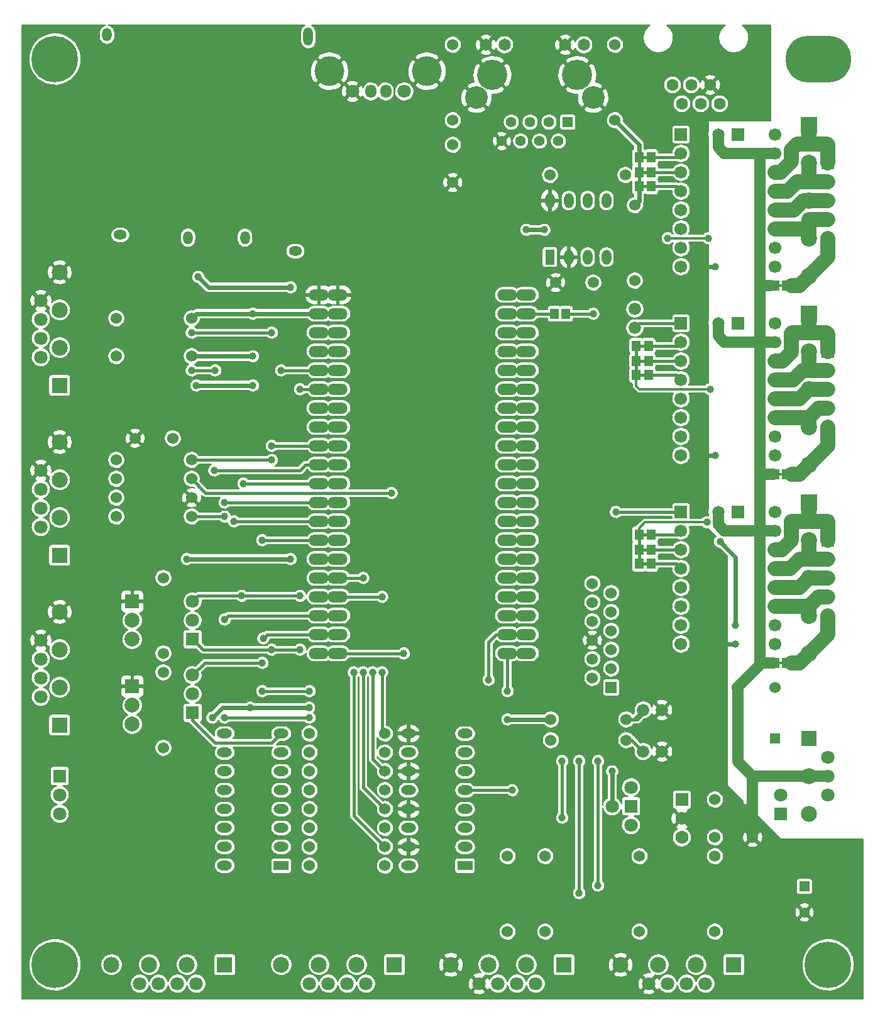
<source format=gbl>
G04 (created by PCBNEW-RS274X (2012-01-19 BZR 3256)-stable) date Sun 31 Aug 2014 14:00:24 CEST*
G01*
G70*
G90*
%MOIN*%
G04 Gerber Fmt 3.4, Leading zero omitted, Abs format*
%FSLAX34Y34*%
G04 APERTURE LIST*
%ADD10C,0.006000*%
%ADD11R,0.055000X0.055000*%
%ADD12C,0.055000*%
%ADD13R,0.051200X0.078700*%
%ADD14O,0.051200X0.078700*%
%ADD15C,0.070000*%
%ADD16R,0.070000X0.070000*%
%ADD17R,0.078700X0.051200*%
%ADD18O,0.078700X0.051200*%
%ADD19O,0.106300X0.059100*%
%ADD20R,0.047200X0.057000*%
%ADD21C,0.160000*%
%ADD22C,0.120000*%
%ADD23C,0.065000*%
%ADD24C,0.060000*%
%ADD25C,0.066000*%
%ADD26C,0.078700*%
%ADD27R,0.074800X0.074800*%
%ADD28O,0.059100X0.070900*%
%ADD29C,0.070900*%
%ADD30C,0.157500*%
%ADD31R,0.065000X0.065000*%
%ADD32R,0.070900X0.070900*%
%ADD33C,0.063000*%
%ADD34R,0.060000X0.060000*%
%ADD35O,0.350400X0.246100*%
%ADD36C,0.246100*%
%ADD37R,0.084600X0.084600*%
%ADD38C,0.084600*%
%ADD39R,0.086600X0.086600*%
%ADD40C,0.086600*%
%ADD41R,0.066900X0.066900*%
%ADD42C,0.066900*%
%ADD43O,0.070400X0.050900*%
%ADD44O,0.050900X0.070400*%
%ADD45O,0.050900X0.097800*%
%ADD46C,0.039400*%
%ADD47C,0.012000*%
%ADD48C,0.016000*%
%ADD49C,0.024000*%
%ADD50C,0.079900*%
%ADD51C,0.060000*%
%ADD52C,0.008000*%
G04 APERTURE END LIST*
G54D10*
G54D11*
X52200Y-52000D03*
G54D12*
X50231Y-52000D03*
G54D13*
X40250Y-26500D03*
G54D14*
X41250Y-26500D03*
X42250Y-26500D03*
X43250Y-26500D03*
X43250Y-23500D03*
X42250Y-23500D03*
X41250Y-23500D03*
X40250Y-23500D03*
G54D15*
X47250Y-57250D03*
X47250Y-56250D03*
G54D16*
X47250Y-55250D03*
G54D17*
X26000Y-58750D03*
G54D18*
X26000Y-57750D03*
X26000Y-56750D03*
X26000Y-55750D03*
X26000Y-54750D03*
X26000Y-53750D03*
X26000Y-52750D03*
X26000Y-51750D03*
X23000Y-51750D03*
X23000Y-52750D03*
X23000Y-53750D03*
X23000Y-54750D03*
X23000Y-55750D03*
X23000Y-56750D03*
X23000Y-57750D03*
X23000Y-58750D03*
G54D17*
X35750Y-58750D03*
G54D18*
X35750Y-57750D03*
X35750Y-56750D03*
X35750Y-55750D03*
X35750Y-54750D03*
X35750Y-53750D03*
X35750Y-52750D03*
X35750Y-51750D03*
X32750Y-51750D03*
X32750Y-52750D03*
X32750Y-53750D03*
X32750Y-54750D03*
X32750Y-55750D03*
X32750Y-56750D03*
X32750Y-57750D03*
X32750Y-58750D03*
G54D19*
X39000Y-28500D03*
X39000Y-29500D03*
X39000Y-30500D03*
X39000Y-31500D03*
X39000Y-32500D03*
X39000Y-33500D03*
X39000Y-34500D03*
X39000Y-35500D03*
X39000Y-36500D03*
X39000Y-37500D03*
X39000Y-38500D03*
X39000Y-39500D03*
X39000Y-40500D03*
X39000Y-41500D03*
X39000Y-42500D03*
X39000Y-43500D03*
X39000Y-44500D03*
X39000Y-45500D03*
X39000Y-46500D03*
X39000Y-47500D03*
X28000Y-47500D03*
X28000Y-46500D03*
X28000Y-45500D03*
X28000Y-44500D03*
X28000Y-43500D03*
X28000Y-42500D03*
X28000Y-41500D03*
X28000Y-40500D03*
X28000Y-39500D03*
X28000Y-38500D03*
X28000Y-37500D03*
X28000Y-36500D03*
X28000Y-35500D03*
X28000Y-34500D03*
X28000Y-33500D03*
X28000Y-32500D03*
X28000Y-31500D03*
X28000Y-30500D03*
X28000Y-29500D03*
X28000Y-28500D03*
X29000Y-28500D03*
X29000Y-29500D03*
X29000Y-30500D03*
X29000Y-31500D03*
X29000Y-32500D03*
X29000Y-33500D03*
X29000Y-34500D03*
X29000Y-35500D03*
X29000Y-36500D03*
X29000Y-37500D03*
X29000Y-38500D03*
X29000Y-39500D03*
X29000Y-40500D03*
X29000Y-41500D03*
X29000Y-42500D03*
X29000Y-43500D03*
X29000Y-44500D03*
X29000Y-45500D03*
X29000Y-46500D03*
X29000Y-47500D03*
X38000Y-47500D03*
X38000Y-46500D03*
X38000Y-45500D03*
X38000Y-44500D03*
X38000Y-43500D03*
X38000Y-42500D03*
X38000Y-41500D03*
X38000Y-40500D03*
X38000Y-39500D03*
X38000Y-38500D03*
X38000Y-37500D03*
X38000Y-36500D03*
X38000Y-35500D03*
X38000Y-34500D03*
X38000Y-33500D03*
X38000Y-32500D03*
X38000Y-31500D03*
X38000Y-30500D03*
X38000Y-29500D03*
X38000Y-28500D03*
G54D20*
X41100Y-29500D03*
X40500Y-29500D03*
X52800Y-28000D03*
X52200Y-28000D03*
X52800Y-38000D03*
X52200Y-38000D03*
X52800Y-48000D03*
X52200Y-48000D03*
G54D21*
X37200Y-16850D03*
X41700Y-16850D03*
G54D11*
X41200Y-19350D03*
G54D12*
X40700Y-20350D03*
X40200Y-19350D03*
X39700Y-20350D03*
X39200Y-19350D03*
X38700Y-20350D03*
X38200Y-19350D03*
X37700Y-20350D03*
G54D22*
X42550Y-18050D03*
X36350Y-18050D03*
G54D23*
X42050Y-15250D03*
X41060Y-15250D03*
X37840Y-15250D03*
X36850Y-15250D03*
G54D24*
X50200Y-49300D03*
X52200Y-49300D03*
X20250Y-36100D03*
X18250Y-36100D03*
X35100Y-22550D03*
X35100Y-20550D03*
X51000Y-57250D03*
X49000Y-57250D03*
X51000Y-55250D03*
X49000Y-55250D03*
G54D25*
X44750Y-29250D03*
X44750Y-30250D03*
X45200Y-50500D03*
X46200Y-50500D03*
G54D11*
X53750Y-59850D03*
G54D12*
X53750Y-61228D03*
G54D26*
X18100Y-51250D03*
X18100Y-50250D03*
G54D27*
X18100Y-49250D03*
G54D26*
X18100Y-46750D03*
X18100Y-45750D03*
G54D27*
X18100Y-44750D03*
G54D28*
X30755Y-17720D03*
X31545Y-17720D03*
G54D29*
X29775Y-17720D03*
G54D30*
X28565Y-16650D03*
X33735Y-16650D03*
G54D29*
X32525Y-17720D03*
G54D25*
X45200Y-52700D03*
X46200Y-52700D03*
G54D20*
X45625Y-21200D03*
X44975Y-22750D03*
X44975Y-21200D03*
X45625Y-22000D03*
X44975Y-22000D03*
X45625Y-22750D03*
X45475Y-31200D03*
X44825Y-32750D03*
X44825Y-31200D03*
X45475Y-32000D03*
X44825Y-32000D03*
X45475Y-32750D03*
X45625Y-41200D03*
X44975Y-42750D03*
X44975Y-41200D03*
X45625Y-42000D03*
X44975Y-42000D03*
X45625Y-42750D03*
G54D31*
X50212Y-40000D03*
G54D23*
X49188Y-40000D03*
G54D31*
X50212Y-30000D03*
G54D23*
X49188Y-30000D03*
G54D31*
X50212Y-20000D03*
G54D23*
X49188Y-20000D03*
G54D32*
X14250Y-54000D03*
G54D29*
X14250Y-55000D03*
X14250Y-56000D03*
G54D32*
X21300Y-50650D03*
G54D29*
X21300Y-49650D03*
X21300Y-48650D03*
G54D32*
X21300Y-46750D03*
G54D29*
X21300Y-45750D03*
X21300Y-44750D03*
G54D33*
X47750Y-17375D03*
X48750Y-17375D03*
X46750Y-17375D03*
X49250Y-18375D03*
X48250Y-18375D03*
X47250Y-18375D03*
G54D24*
X45000Y-58250D03*
X45000Y-62250D03*
X27500Y-58750D03*
X31500Y-58750D03*
X27500Y-56750D03*
X31500Y-56750D03*
X40300Y-51000D03*
X44300Y-51000D03*
X49000Y-58250D03*
X49000Y-62250D03*
X27500Y-54750D03*
X31500Y-54750D03*
X27500Y-52750D03*
X31500Y-52750D03*
X27500Y-55750D03*
X31500Y-55750D03*
X27500Y-53750D03*
X31500Y-53750D03*
X27500Y-51750D03*
X31500Y-51750D03*
X19750Y-43500D03*
X19750Y-47500D03*
X19750Y-48500D03*
X19750Y-52500D03*
X21250Y-39250D03*
X17250Y-39250D03*
X17250Y-29750D03*
X21250Y-29750D03*
X44300Y-52100D03*
X40300Y-52100D03*
X44750Y-27750D03*
X44750Y-23750D03*
X35100Y-19250D03*
X35100Y-15250D03*
X43700Y-19250D03*
X43700Y-15250D03*
X44250Y-22150D03*
X40250Y-22150D03*
X27500Y-57750D03*
X31500Y-57750D03*
X40000Y-58250D03*
X40000Y-62250D03*
X38000Y-58250D03*
X38000Y-62250D03*
X21250Y-40250D03*
X17250Y-40250D03*
X21250Y-37250D03*
X17250Y-37250D03*
X17250Y-38250D03*
X21250Y-38250D03*
X17250Y-31750D03*
X21250Y-31750D03*
G54D34*
X43500Y-49300D03*
G54D24*
X42500Y-48800D03*
X43500Y-48300D03*
X42500Y-47800D03*
X43500Y-47300D03*
X42500Y-46800D03*
X43500Y-46300D03*
X42500Y-45800D03*
X43500Y-45300D03*
X42500Y-44800D03*
X43500Y-44300D03*
X42500Y-43800D03*
G54D35*
X54500Y-16000D03*
G54D36*
X55000Y-64000D03*
X14000Y-64000D03*
X14000Y-16000D03*
G54D37*
X23000Y-64000D03*
G54D38*
X21000Y-64000D03*
X19000Y-64000D03*
X17000Y-64000D03*
G54D29*
X21500Y-65000D03*
X20500Y-65000D03*
X19500Y-65000D03*
X18500Y-65000D03*
G54D37*
X14250Y-33300D03*
G54D38*
X14250Y-31300D03*
X14250Y-29300D03*
X14250Y-27300D03*
G54D29*
X13250Y-31800D03*
X13250Y-30800D03*
X13250Y-29800D03*
X13250Y-28800D03*
G54D37*
X32000Y-64000D03*
G54D38*
X30000Y-64000D03*
X28000Y-64000D03*
X26000Y-64000D03*
G54D29*
X30500Y-65000D03*
X29500Y-65000D03*
X28500Y-65000D03*
X27500Y-65000D03*
G54D37*
X50000Y-64000D03*
G54D38*
X48000Y-64000D03*
X46000Y-64000D03*
X44000Y-64000D03*
G54D29*
X48500Y-65000D03*
X47500Y-65000D03*
X46500Y-65000D03*
X45500Y-65000D03*
G54D37*
X41000Y-64000D03*
G54D38*
X39000Y-64000D03*
X37000Y-64000D03*
X35000Y-64000D03*
G54D29*
X39500Y-65000D03*
X38500Y-65000D03*
X37500Y-65000D03*
X36500Y-65000D03*
G54D37*
X14250Y-51300D03*
G54D38*
X14250Y-49300D03*
X14250Y-47300D03*
X14250Y-45300D03*
G54D29*
X13250Y-49800D03*
X13250Y-48800D03*
X13250Y-47800D03*
X13250Y-46800D03*
G54D37*
X14250Y-42300D03*
G54D38*
X14250Y-40300D03*
X14250Y-38300D03*
X14250Y-36300D03*
G54D29*
X13250Y-40800D03*
X13250Y-39800D03*
X13250Y-38800D03*
X13250Y-37800D03*
G54D32*
X52500Y-56000D03*
G54D29*
X52500Y-55000D03*
G54D39*
X54000Y-29500D03*
G54D40*
X54000Y-31500D03*
X54000Y-33500D03*
X54000Y-35500D03*
G54D32*
X55000Y-31500D03*
G54D29*
X55000Y-32500D03*
X55000Y-33500D03*
X55000Y-34500D03*
G54D40*
X54000Y-37500D03*
G54D29*
X55000Y-35500D03*
G54D39*
X54000Y-19500D03*
G54D40*
X54000Y-21500D03*
X54000Y-23500D03*
X54000Y-25500D03*
G54D32*
X55000Y-21500D03*
G54D29*
X55000Y-22500D03*
X55000Y-23500D03*
X55000Y-24500D03*
G54D40*
X54000Y-27500D03*
G54D29*
X55000Y-25500D03*
G54D39*
X54000Y-39500D03*
G54D40*
X54000Y-41500D03*
X54000Y-43500D03*
X54000Y-45500D03*
G54D32*
X55000Y-41500D03*
G54D29*
X55000Y-42500D03*
X55000Y-43500D03*
X55000Y-44500D03*
G54D40*
X54000Y-47500D03*
G54D29*
X55000Y-45500D03*
G54D24*
X40550Y-27850D03*
X42550Y-27850D03*
G54D37*
X54000Y-52000D03*
G54D38*
X54000Y-54000D03*
G54D29*
X55000Y-53000D03*
X55000Y-54000D03*
X55000Y-55000D03*
G54D38*
X54000Y-56000D03*
G54D32*
X44550Y-55600D03*
G54D29*
X44550Y-54600D03*
X44550Y-56600D03*
X43550Y-55600D03*
G54D41*
X47200Y-30000D03*
G54D42*
X47200Y-31000D03*
X47200Y-32000D03*
X47200Y-33000D03*
X47200Y-34000D03*
X47200Y-35000D03*
X47200Y-36000D03*
X47200Y-37000D03*
X52200Y-37000D03*
X52200Y-36000D03*
X52200Y-35000D03*
X52200Y-34000D03*
X52200Y-33000D03*
X52200Y-32000D03*
X52200Y-31000D03*
X52200Y-30000D03*
G54D41*
X47200Y-20000D03*
G54D42*
X47200Y-21000D03*
X47200Y-22000D03*
X47200Y-23000D03*
X47200Y-24000D03*
X47200Y-25000D03*
X47200Y-26000D03*
X47200Y-27000D03*
X52200Y-27000D03*
X52200Y-26000D03*
X52200Y-25000D03*
X52200Y-24000D03*
X52200Y-23000D03*
X52200Y-22000D03*
X52200Y-21000D03*
X52200Y-20000D03*
G54D41*
X47200Y-40000D03*
G54D42*
X47200Y-41000D03*
X47200Y-42000D03*
X47200Y-43000D03*
X47200Y-44000D03*
X47200Y-45000D03*
X47200Y-46000D03*
X47200Y-47000D03*
X52200Y-47000D03*
X52200Y-46000D03*
X52200Y-45000D03*
X52200Y-44000D03*
X52200Y-43000D03*
X52200Y-42000D03*
X52200Y-41000D03*
X52200Y-40000D03*
G54D43*
X26750Y-26182D03*
G54D44*
X24077Y-25465D03*
X21057Y-25465D03*
X16762Y-14717D03*
G54D43*
X17467Y-25323D03*
G54D45*
X27435Y-14820D03*
G54D46*
X21600Y-27550D03*
X21000Y-42500D03*
X50100Y-46000D03*
X39000Y-25050D03*
X26500Y-28100D03*
X48750Y-33500D03*
X49275Y-41575D03*
X26500Y-42500D03*
X39950Y-25050D03*
X46500Y-25500D03*
X48650Y-25500D03*
X48575Y-40550D03*
X22350Y-50900D03*
X38000Y-51000D03*
X24500Y-33300D03*
X21500Y-33300D03*
X27475Y-50375D03*
X24500Y-29500D03*
X24500Y-31750D03*
X24350Y-50375D03*
X42550Y-29500D03*
X43750Y-40000D03*
X27000Y-44450D03*
X27000Y-33500D03*
X23900Y-44450D03*
X25000Y-49500D03*
X38000Y-49500D03*
X27500Y-49500D03*
X25000Y-48000D03*
X26000Y-32500D03*
X25500Y-47300D03*
X27000Y-47300D03*
X37000Y-48900D03*
X22450Y-37800D03*
X22500Y-32500D03*
X21250Y-32500D03*
X25500Y-30500D03*
X25500Y-36500D03*
X21250Y-30500D03*
X38250Y-54750D03*
X40900Y-56200D03*
X40900Y-53200D03*
X42800Y-59800D03*
X42800Y-53200D03*
X30850Y-48500D03*
X32500Y-47500D03*
X41800Y-60200D03*
X41800Y-53200D03*
X31350Y-44500D03*
X31350Y-48500D03*
X29850Y-48500D03*
X30350Y-43500D03*
X30350Y-48500D03*
X22600Y-27550D03*
X19650Y-27550D03*
X49025Y-27000D03*
X49025Y-37000D03*
X50100Y-47000D03*
X25050Y-46700D03*
X25500Y-37250D03*
X23000Y-45700D03*
X23000Y-40250D03*
X23000Y-39500D03*
X25000Y-41500D03*
X24000Y-38500D03*
X23500Y-40500D03*
X23000Y-50900D03*
X27500Y-50900D03*
X31850Y-39000D03*
X43550Y-53750D03*
G54D47*
X45000Y-33500D02*
X48750Y-33500D01*
G54D48*
X44825Y-32750D02*
X44825Y-32000D01*
X47200Y-41000D02*
X47000Y-41200D01*
X44975Y-23525D02*
X44975Y-22750D01*
G54D47*
X44825Y-32750D02*
X44825Y-33325D01*
X48600Y-25500D02*
X48650Y-25500D01*
G54D49*
X50100Y-46000D02*
X50100Y-43500D01*
G54D48*
X45475Y-32000D02*
X44825Y-32000D01*
X44975Y-42000D02*
X44975Y-41200D01*
X47200Y-43000D02*
X46950Y-42750D01*
G54D49*
X26500Y-42500D02*
X21000Y-42500D01*
G54D48*
X44825Y-32000D02*
X44825Y-31200D01*
G54D49*
X44975Y-20525D02*
X44975Y-21200D01*
G54D48*
X44975Y-21200D02*
X44975Y-22000D01*
X46950Y-22750D02*
X47200Y-23000D01*
X45625Y-22750D02*
X44975Y-22750D01*
X44975Y-22750D02*
X44975Y-22000D01*
X45625Y-22000D02*
X47200Y-22000D01*
G54D47*
X44975Y-41200D02*
X44975Y-40875D01*
X44975Y-40875D02*
X45300Y-40550D01*
G54D49*
X21600Y-27550D02*
X22150Y-28100D01*
X22150Y-28100D02*
X26500Y-28100D01*
G54D48*
X47200Y-33000D02*
X46950Y-32750D01*
X46950Y-42750D02*
X45625Y-42750D01*
G54D49*
X44975Y-23525D02*
X44975Y-22750D01*
G54D48*
X45625Y-21200D02*
X44975Y-21200D01*
G54D49*
X39000Y-25050D02*
X39950Y-25050D01*
G54D47*
X48200Y-40550D02*
X48575Y-40550D01*
G54D49*
X49525Y-41825D02*
X49275Y-41575D01*
G54D48*
X45625Y-22000D02*
X44975Y-22000D01*
G54D47*
X45300Y-40550D02*
X48200Y-40550D01*
G54D48*
X45475Y-31200D02*
X44825Y-31200D01*
X47200Y-32000D02*
X45475Y-32000D01*
X44975Y-42000D02*
X45625Y-42000D01*
X44750Y-23750D02*
X44975Y-23525D01*
X47200Y-42000D02*
X45625Y-42000D01*
X47000Y-31200D02*
X45475Y-31200D01*
X47200Y-31000D02*
X47000Y-31200D01*
X47000Y-41200D02*
X45625Y-41200D01*
G54D49*
X50100Y-43500D02*
X50100Y-42400D01*
G54D48*
X44825Y-32750D02*
X45475Y-32750D01*
X44950Y-20500D02*
X44975Y-20525D01*
X45625Y-22750D02*
X46950Y-22750D01*
X44975Y-42750D02*
X45625Y-42750D01*
X44975Y-42750D02*
X44975Y-42000D01*
G54D49*
X50100Y-42400D02*
X49525Y-41825D01*
G54D48*
X47200Y-33000D02*
X46950Y-32750D01*
G54D49*
X43700Y-19250D02*
X44950Y-20500D01*
G54D47*
X44825Y-33325D02*
X45000Y-33500D01*
X46500Y-25500D02*
X48600Y-25500D01*
G54D48*
X44975Y-41200D02*
X45625Y-41200D01*
X46950Y-32750D02*
X44825Y-32750D01*
X47000Y-21200D02*
X47200Y-21000D01*
X45625Y-21200D02*
X47000Y-21200D01*
G54D49*
X22825Y-50425D02*
X22350Y-50900D01*
X22875Y-50375D02*
X22350Y-50900D01*
G54D48*
X27250Y-29500D02*
X28000Y-29500D01*
G54D49*
X22400Y-50850D02*
X22350Y-50900D01*
X28000Y-29500D02*
X24500Y-29500D01*
G54D48*
X27250Y-29500D02*
X28000Y-29500D01*
G54D49*
X21250Y-31750D02*
X24500Y-31750D01*
X22350Y-50900D02*
X22400Y-50850D01*
G54D48*
X41100Y-29500D02*
X42550Y-29500D01*
G54D49*
X21500Y-33300D02*
X24500Y-33300D01*
X27475Y-50375D02*
X24350Y-50375D01*
X22825Y-50425D02*
X22350Y-50900D01*
X24500Y-29500D02*
X21500Y-29500D01*
X24350Y-50375D02*
X22875Y-50375D01*
G54D48*
X28000Y-29500D02*
X29000Y-29500D01*
G54D49*
X40300Y-51000D02*
X38000Y-51000D01*
X21500Y-29500D02*
X21250Y-29750D01*
G54D48*
X38000Y-29500D02*
X39000Y-29500D01*
X39000Y-29500D02*
X40500Y-29500D01*
X45000Y-30000D02*
X47200Y-30000D01*
X43875Y-40000D02*
X47200Y-40000D01*
X44750Y-30250D02*
X45000Y-30000D01*
X47200Y-30000D02*
X45000Y-30000D01*
X43875Y-40000D02*
X43750Y-40000D01*
X24300Y-44450D02*
X27000Y-44450D01*
X24300Y-44450D02*
X23900Y-44450D01*
X21300Y-44750D02*
X21600Y-44450D01*
X23900Y-44450D02*
X21600Y-44450D01*
X28000Y-33500D02*
X27000Y-33500D01*
X28000Y-33500D02*
X29000Y-33500D01*
X21950Y-48000D02*
X25000Y-48000D01*
X21300Y-48650D02*
X21950Y-48000D01*
X38000Y-49500D02*
X38000Y-47500D01*
X27500Y-49500D02*
X25000Y-49500D01*
X29000Y-32500D02*
X28000Y-32500D01*
X22500Y-52250D02*
X25500Y-52250D01*
X25500Y-52250D02*
X26000Y-51750D01*
X21300Y-50650D02*
X21300Y-51050D01*
X21300Y-51050D02*
X22500Y-52250D01*
X26000Y-32500D02*
X28000Y-32500D01*
X37000Y-46900D02*
X37400Y-46500D01*
X22100Y-47300D02*
X21850Y-47300D01*
X38000Y-46500D02*
X39000Y-46500D01*
X21850Y-47300D02*
X21300Y-46750D01*
X24700Y-47300D02*
X22100Y-47300D01*
X24650Y-47300D02*
X24700Y-47300D01*
X25500Y-47300D02*
X25500Y-47300D01*
X25500Y-47300D02*
X24650Y-47300D01*
X37400Y-46500D02*
X38000Y-46500D01*
X37000Y-48900D02*
X37000Y-46900D01*
X25500Y-47300D02*
X27000Y-47300D01*
X28000Y-37500D02*
X29000Y-37500D01*
X28000Y-37500D02*
X27300Y-37500D01*
X26600Y-37800D02*
X26800Y-37800D01*
X22450Y-37800D02*
X26600Y-37800D01*
X21250Y-32500D02*
X22500Y-32500D01*
X27000Y-37800D02*
X27300Y-37500D01*
X26800Y-37800D02*
X27000Y-37800D01*
X25500Y-30500D02*
X24750Y-30500D01*
X25700Y-36500D02*
X25500Y-36500D01*
X28000Y-36500D02*
X29000Y-36500D01*
X24750Y-30500D02*
X21250Y-30500D01*
X28000Y-36500D02*
X25700Y-36500D01*
X40900Y-53200D02*
X40900Y-54550D01*
X40900Y-54550D02*
X40900Y-56200D01*
X37100Y-54750D02*
X38250Y-54750D01*
X35750Y-54750D02*
X37100Y-54750D01*
X42800Y-58400D02*
X42800Y-59800D01*
X42800Y-58400D02*
X42800Y-59800D01*
X42800Y-55750D02*
X42800Y-58400D01*
X42800Y-53200D02*
X42800Y-55750D01*
X30850Y-48500D02*
X30850Y-53100D01*
X30850Y-53100D02*
X31500Y-53750D01*
X29000Y-35500D02*
X28000Y-35500D01*
X29000Y-47500D02*
X32500Y-47500D01*
X29000Y-47500D02*
X28000Y-47500D01*
G54D50*
X52200Y-44000D02*
X53500Y-44000D01*
X53500Y-44000D02*
X54000Y-43500D01*
X54000Y-43500D02*
X55000Y-43500D01*
X54500Y-44500D02*
X54000Y-45000D01*
X54000Y-45000D02*
X54000Y-45000D01*
X55000Y-44500D02*
X54500Y-44500D01*
X54000Y-45000D02*
X52200Y-45000D01*
X54000Y-45000D02*
X54000Y-45500D01*
X54000Y-41500D02*
X54000Y-42500D01*
X54050Y-42500D02*
X53500Y-42500D01*
X55000Y-42500D02*
X54050Y-42500D01*
X53500Y-42500D02*
X53000Y-43000D01*
X53000Y-43000D02*
X52200Y-43000D01*
X54050Y-42500D02*
X54000Y-42500D01*
X54000Y-40500D02*
X54000Y-39500D01*
X55000Y-41500D02*
X55000Y-40500D01*
X53050Y-41500D02*
X53050Y-40500D01*
X52550Y-42000D02*
X53050Y-41500D01*
X52200Y-42000D02*
X52550Y-42000D01*
X53050Y-40500D02*
X54000Y-40500D01*
X55000Y-40500D02*
X54000Y-40500D01*
G54D48*
X41800Y-53200D02*
X41800Y-59925D01*
X41800Y-59925D02*
X41800Y-60200D01*
X41800Y-53200D02*
X41800Y-53200D01*
X30950Y-44500D02*
X31350Y-44500D01*
X31350Y-51600D02*
X31500Y-51750D01*
X31350Y-48500D02*
X31350Y-51600D01*
X30950Y-44500D02*
X29000Y-44500D01*
X29000Y-44500D02*
X28000Y-44500D01*
G54D50*
X53500Y-34000D02*
X52200Y-34000D01*
X54000Y-33500D02*
X53500Y-34000D01*
X55000Y-33500D02*
X54000Y-33500D01*
X54000Y-35000D02*
X52200Y-35000D01*
X54000Y-35000D02*
X54000Y-35000D01*
X54500Y-34500D02*
X54000Y-35000D01*
X54000Y-35000D02*
X54000Y-35500D01*
X55000Y-34500D02*
X54500Y-34500D01*
X53150Y-33000D02*
X52200Y-33000D01*
X55000Y-32500D02*
X54000Y-32500D01*
X53650Y-32500D02*
X53150Y-33000D01*
X54000Y-32500D02*
X54000Y-31500D01*
X54000Y-32500D02*
X54000Y-31500D01*
X54000Y-32500D02*
X54000Y-32500D01*
X55000Y-32500D02*
X53650Y-32500D01*
X52200Y-32000D02*
X52575Y-32000D01*
X53050Y-30550D02*
X53100Y-30500D01*
X54925Y-30500D02*
X54000Y-30500D01*
X54000Y-30500D02*
X54000Y-29500D01*
X55000Y-30575D02*
X54925Y-30500D01*
X53100Y-30500D02*
X54000Y-30500D01*
X53050Y-31525D02*
X53050Y-30550D01*
X52575Y-32000D02*
X53050Y-31525D01*
X55000Y-31500D02*
X55000Y-30575D01*
G54D48*
X29850Y-48500D02*
X29850Y-56100D01*
X29850Y-56100D02*
X31500Y-57750D01*
X29850Y-56100D02*
X31500Y-57750D01*
X29850Y-48500D02*
X29850Y-48500D01*
X30075Y-43500D02*
X29000Y-43500D01*
X30350Y-54600D02*
X31500Y-55750D01*
X30350Y-48500D02*
X30350Y-54600D01*
X30350Y-48500D02*
X30350Y-48500D01*
X30350Y-43500D02*
X30075Y-43500D01*
G54D50*
X54000Y-23500D02*
X53700Y-23500D01*
X53700Y-23500D02*
X53200Y-24000D01*
X53200Y-24000D02*
X52200Y-24000D01*
X55000Y-23500D02*
X54000Y-23500D01*
X55000Y-24500D02*
X54000Y-24500D01*
X54000Y-25000D02*
X54000Y-25500D01*
X52200Y-25000D02*
X54000Y-25000D01*
X54000Y-24500D02*
X54000Y-25000D01*
X55000Y-22500D02*
X54075Y-22500D01*
X53350Y-22500D02*
X52850Y-23000D01*
X54000Y-22500D02*
X54000Y-21500D01*
X54075Y-22500D02*
X53350Y-22500D01*
X54075Y-22500D02*
X54000Y-22500D01*
X52850Y-23000D02*
X52200Y-23000D01*
X53050Y-21450D02*
X53050Y-20800D01*
X53050Y-20800D02*
X53350Y-20500D01*
X53350Y-20500D02*
X54000Y-20500D01*
X52200Y-22000D02*
X52500Y-22000D01*
X54950Y-20500D02*
X55000Y-20550D01*
X54000Y-20450D02*
X54000Y-19500D01*
X55000Y-20550D02*
X55000Y-21500D01*
X52500Y-22000D02*
X53050Y-21450D01*
X54000Y-20500D02*
X54000Y-20450D01*
X54000Y-20500D02*
X54950Y-20500D01*
G54D47*
X52200Y-48000D02*
X52800Y-48000D01*
G54D51*
X49500Y-41000D02*
X49188Y-40688D01*
X51400Y-47000D02*
X51400Y-41000D01*
X51950Y-28000D02*
X51400Y-28000D01*
X51400Y-41000D02*
X51500Y-41000D01*
G54D50*
X54000Y-47500D02*
X53500Y-48000D01*
G54D47*
X52800Y-38000D02*
X52200Y-38000D01*
G54D49*
X49025Y-37000D02*
X47950Y-37000D01*
X50100Y-47000D02*
X49100Y-47000D01*
G54D51*
X52200Y-41000D02*
X51400Y-41000D01*
X50200Y-49300D02*
X51400Y-48100D01*
X51400Y-48000D02*
X51400Y-47600D01*
G54D47*
X52800Y-28000D02*
X52200Y-28000D01*
G54D48*
X53175Y-38000D02*
X53150Y-38000D01*
G54D50*
X55000Y-46500D02*
X54000Y-47500D01*
G54D48*
X52900Y-48000D02*
X53075Y-48000D01*
G54D50*
X53500Y-48000D02*
X53050Y-48000D01*
G54D51*
X51000Y-55250D02*
X51000Y-54000D01*
X54000Y-54000D02*
X51000Y-54000D01*
X51400Y-41000D02*
X49500Y-41000D01*
X49188Y-40688D02*
X49188Y-40000D01*
X51000Y-56200D02*
X51000Y-57250D01*
X55000Y-54000D02*
X54000Y-54000D01*
X49500Y-31000D02*
X49188Y-30688D01*
X49500Y-21000D02*
X49188Y-20688D01*
X49188Y-20688D02*
X49188Y-20000D01*
G54D49*
X52200Y-38000D02*
X52100Y-38000D01*
X52200Y-48000D02*
X52100Y-48000D01*
G54D51*
X51400Y-28000D02*
X51400Y-21000D01*
G54D49*
X49000Y-27000D02*
X47950Y-27000D01*
G54D51*
X51400Y-28000D02*
X51500Y-28000D01*
X51500Y-28000D02*
X51400Y-28000D01*
X52100Y-48000D02*
X51400Y-48000D01*
G54D48*
X53075Y-48000D02*
X53050Y-48000D01*
G54D50*
X53500Y-38000D02*
X53050Y-38000D01*
G54D51*
X51700Y-48000D02*
X51400Y-48000D01*
X51500Y-41000D02*
X51400Y-41000D01*
X49188Y-30688D02*
X49188Y-30000D01*
X51400Y-48000D02*
X51700Y-48000D01*
X51400Y-21000D02*
X49500Y-21000D01*
G54D48*
X52900Y-38000D02*
X53050Y-38000D01*
G54D51*
X51400Y-47600D02*
X51400Y-47000D01*
G54D48*
X52200Y-28000D02*
X51950Y-28000D01*
G54D51*
X51400Y-21000D02*
X52200Y-21000D01*
G54D50*
X53500Y-28000D02*
X54000Y-27500D01*
X53050Y-28000D02*
X53500Y-28000D01*
G54D49*
X49025Y-27000D02*
X49000Y-27000D01*
G54D51*
X51400Y-37900D02*
X51400Y-28000D01*
X51400Y-48100D02*
X51400Y-48000D01*
G54D49*
X52800Y-28000D02*
X53050Y-28000D01*
G54D51*
X49500Y-31000D02*
X49188Y-30688D01*
X51000Y-56250D02*
X51000Y-56200D01*
X49188Y-30688D02*
X49188Y-30000D01*
X47250Y-56250D02*
X51000Y-56250D01*
G54D48*
X53050Y-48000D02*
X52800Y-48000D01*
X53050Y-38000D02*
X52800Y-38000D01*
G54D50*
X54000Y-37500D02*
X55000Y-36500D01*
G54D51*
X51000Y-54000D02*
X50231Y-53231D01*
X50231Y-53231D02*
X50231Y-52000D01*
X51000Y-56250D02*
X51000Y-55250D01*
X50231Y-52000D02*
X50231Y-49331D01*
X50231Y-49331D02*
X50200Y-49300D01*
G54D50*
X55000Y-26500D02*
X55000Y-25500D01*
G54D48*
X53050Y-38000D02*
X53175Y-38000D01*
G54D50*
X55000Y-36500D02*
X55000Y-35500D01*
G54D48*
X53075Y-48000D02*
X53150Y-48000D01*
G54D50*
X54000Y-37500D02*
X53500Y-38000D01*
X55000Y-45500D02*
X55000Y-46500D01*
X54000Y-27500D02*
X55000Y-26500D01*
G54D51*
X51400Y-28000D02*
X51400Y-31000D01*
X51400Y-38000D02*
X51400Y-37900D01*
X51400Y-41000D02*
X51400Y-37900D01*
X52100Y-38000D02*
X51400Y-38000D01*
X51400Y-31000D02*
X52200Y-31000D01*
X52200Y-31000D02*
X49500Y-31000D01*
G54D48*
X29000Y-46500D02*
X28000Y-46500D01*
X25850Y-46500D02*
X25250Y-46500D01*
X28000Y-46500D02*
X25850Y-46500D01*
X21250Y-37250D02*
X24750Y-37250D01*
X24750Y-37250D02*
X25500Y-37250D01*
X25250Y-46500D02*
X25050Y-46700D01*
X44700Y-51000D02*
X44900Y-51000D01*
X44300Y-51000D02*
X44700Y-51000D01*
X44700Y-51000D02*
X45200Y-50500D01*
X44900Y-51000D02*
X45200Y-50700D01*
X44300Y-52100D02*
X44600Y-52100D01*
X44600Y-52100D02*
X45200Y-52700D01*
X23300Y-45500D02*
X28000Y-45500D01*
X28000Y-45500D02*
X29000Y-45500D01*
X21250Y-40250D02*
X23000Y-40250D01*
X23000Y-45700D02*
X23200Y-45500D01*
X23200Y-45500D02*
X23300Y-45500D01*
X23150Y-39500D02*
X23000Y-39500D01*
X23200Y-39500D02*
X23150Y-39500D01*
X24100Y-39500D02*
X28000Y-39500D01*
X28000Y-39500D02*
X29000Y-39500D01*
X23200Y-39500D02*
X24100Y-39500D01*
X28000Y-41500D02*
X25500Y-41500D01*
X28000Y-41500D02*
X29000Y-41500D01*
X25500Y-41500D02*
X25000Y-41500D01*
X28000Y-38500D02*
X29000Y-38500D01*
X24000Y-38500D02*
X24550Y-38500D01*
X24550Y-38500D02*
X28000Y-38500D01*
X23500Y-40500D02*
X24400Y-40500D01*
X28000Y-40500D02*
X29000Y-40500D01*
X24400Y-40500D02*
X28000Y-40500D01*
X23000Y-50900D02*
X27500Y-50900D01*
X22200Y-39000D02*
X22000Y-39000D01*
X22000Y-39000D02*
X21250Y-38250D01*
X30900Y-39000D02*
X29850Y-39000D01*
X23050Y-39000D02*
X29850Y-39000D01*
X31850Y-39000D02*
X30900Y-39000D01*
X23050Y-39000D02*
X22200Y-39000D01*
G54D49*
X43550Y-54850D02*
X43550Y-55250D01*
X43550Y-53800D02*
X43550Y-54850D01*
X43550Y-53750D02*
X43550Y-53800D01*
X43550Y-54850D02*
X43550Y-55600D01*
G54D52*
X12243Y-14211D02*
X16693Y-14211D01*
X16833Y-14211D02*
X27254Y-14211D01*
X27615Y-14211D02*
X45554Y-14211D01*
X46444Y-14211D02*
X49554Y-14211D01*
X50444Y-14211D02*
X51960Y-14211D01*
X12243Y-14275D02*
X16532Y-14275D01*
X16991Y-14275D02*
X27159Y-14275D01*
X27710Y-14275D02*
X45470Y-14275D01*
X46529Y-14275D02*
X49470Y-14275D01*
X50529Y-14275D02*
X51960Y-14275D01*
X12243Y-14339D02*
X16457Y-14339D01*
X17066Y-14339D02*
X27101Y-14339D01*
X27768Y-14339D02*
X45405Y-14339D01*
X46593Y-14339D02*
X49405Y-14339D01*
X50593Y-14339D02*
X51960Y-14339D01*
X12243Y-14403D02*
X16408Y-14403D01*
X17114Y-14403D02*
X27063Y-14403D01*
X27807Y-14403D02*
X45354Y-14403D01*
X46645Y-14403D02*
X49354Y-14403D01*
X50645Y-14403D02*
X51960Y-14403D01*
X12243Y-14467D02*
X16378Y-14467D01*
X17145Y-14467D02*
X27038Y-14467D01*
X27831Y-14467D02*
X45311Y-14467D01*
X46688Y-14467D02*
X49311Y-14467D01*
X50688Y-14467D02*
X51960Y-14467D01*
X12243Y-14531D02*
X16359Y-14531D01*
X17164Y-14531D02*
X27024Y-14531D01*
X27844Y-14531D02*
X45278Y-14531D01*
X46722Y-14531D02*
X49278Y-14531D01*
X50722Y-14531D02*
X51960Y-14531D01*
X12243Y-14595D02*
X16350Y-14595D01*
X17174Y-14595D02*
X27022Y-14595D01*
X27847Y-14595D02*
X45250Y-14595D01*
X46749Y-14595D02*
X49250Y-14595D01*
X50749Y-14595D02*
X51960Y-14595D01*
X12243Y-14659D02*
X13616Y-14659D01*
X14374Y-14659D02*
X16350Y-14659D01*
X17174Y-14659D02*
X27023Y-14659D01*
X27847Y-14659D02*
X45229Y-14659D01*
X46772Y-14659D02*
X49229Y-14659D01*
X50772Y-14659D02*
X51960Y-14659D01*
X12243Y-14723D02*
X13452Y-14723D01*
X14546Y-14723D02*
X16350Y-14723D01*
X17174Y-14723D02*
X27023Y-14723D01*
X27847Y-14723D02*
X36654Y-14723D01*
X37048Y-14723D02*
X40864Y-14723D01*
X41258Y-14723D02*
X45215Y-14723D01*
X46784Y-14723D02*
X49215Y-14723D01*
X50784Y-14723D02*
X51960Y-14723D01*
X12243Y-14787D02*
X13317Y-14787D01*
X14686Y-14787D02*
X16350Y-14787D01*
X17175Y-14787D02*
X27023Y-14787D01*
X27847Y-14787D02*
X36560Y-14787D01*
X37139Y-14787D02*
X37691Y-14787D01*
X37991Y-14787D02*
X40770Y-14787D01*
X41349Y-14787D02*
X41901Y-14787D01*
X42201Y-14787D02*
X45201Y-14787D01*
X46797Y-14787D02*
X49201Y-14787D01*
X50797Y-14787D02*
X51960Y-14787D01*
X12243Y-14851D02*
X13219Y-14851D01*
X14780Y-14851D02*
X16350Y-14851D01*
X17174Y-14851D02*
X27023Y-14851D01*
X27847Y-14851D02*
X34869Y-14851D01*
X35331Y-14851D02*
X36538Y-14851D01*
X37161Y-14851D02*
X37563Y-14851D01*
X38115Y-14851D02*
X40748Y-14851D01*
X41371Y-14851D02*
X41773Y-14851D01*
X42325Y-14851D02*
X43469Y-14851D01*
X43931Y-14851D02*
X45201Y-14851D01*
X46799Y-14851D02*
X49201Y-14851D01*
X50799Y-14851D02*
X51960Y-14851D01*
X12243Y-14915D02*
X13122Y-14915D01*
X14875Y-14915D02*
X16362Y-14915D01*
X17163Y-14915D02*
X27023Y-14915D01*
X27847Y-14915D02*
X34784Y-14915D01*
X35415Y-14915D02*
X36600Y-14915D01*
X37100Y-14915D02*
X37162Y-14915D01*
X37162Y-14915D02*
X37488Y-14915D01*
X38190Y-14915D02*
X40810Y-14915D01*
X41310Y-14915D02*
X41372Y-14915D01*
X41372Y-14915D02*
X41698Y-14915D01*
X42400Y-14915D02*
X43384Y-14915D01*
X44015Y-14915D02*
X45200Y-14915D01*
X46798Y-14915D02*
X49200Y-14915D01*
X50798Y-14915D02*
X51960Y-14915D01*
X12243Y-14979D02*
X13057Y-14979D01*
X14943Y-14979D02*
X16384Y-14979D01*
X17141Y-14979D02*
X27023Y-14979D01*
X27847Y-14979D02*
X34728Y-14979D01*
X35472Y-14979D02*
X36356Y-14979D01*
X36494Y-14979D02*
X36664Y-14979D01*
X37036Y-14979D02*
X37162Y-14979D01*
X37162Y-14979D02*
X37206Y-14979D01*
X37344Y-14979D02*
X37437Y-14979D01*
X38241Y-14979D02*
X40566Y-14979D01*
X40704Y-14979D02*
X40874Y-14979D01*
X41246Y-14979D02*
X41372Y-14979D01*
X41372Y-14979D02*
X41416Y-14979D01*
X41554Y-14979D02*
X41647Y-14979D01*
X42451Y-14979D02*
X43328Y-14979D01*
X44072Y-14979D02*
X45207Y-14979D01*
X46796Y-14979D02*
X49207Y-14979D01*
X50796Y-14979D02*
X51960Y-14979D01*
X12243Y-15043D02*
X12992Y-15043D01*
X15007Y-15043D02*
X16418Y-15043D01*
X17107Y-15043D02*
X27023Y-15043D01*
X27848Y-15043D02*
X34688Y-15043D01*
X35512Y-15043D02*
X36326Y-15043D01*
X36558Y-15043D02*
X36728Y-15043D01*
X36972Y-15043D02*
X37142Y-15043D01*
X37372Y-15043D02*
X37400Y-15043D01*
X38279Y-15043D02*
X40536Y-15043D01*
X40768Y-15043D02*
X40938Y-15043D01*
X41182Y-15043D02*
X41352Y-15043D01*
X41582Y-15043D02*
X41610Y-15043D01*
X42489Y-15043D02*
X43288Y-15043D01*
X44112Y-15043D02*
X45219Y-15043D01*
X46782Y-15043D02*
X49219Y-15043D01*
X50782Y-15043D02*
X51960Y-15043D01*
X12243Y-15107D02*
X12928Y-15107D01*
X15071Y-15107D02*
X16470Y-15107D01*
X17055Y-15107D02*
X27025Y-15107D01*
X27846Y-15107D02*
X34660Y-15107D01*
X35537Y-15107D02*
X36306Y-15107D01*
X36622Y-15107D02*
X36792Y-15107D01*
X36908Y-15107D02*
X37078Y-15107D01*
X38305Y-15107D02*
X40516Y-15107D01*
X40832Y-15107D02*
X41002Y-15107D01*
X41118Y-15107D02*
X41288Y-15107D01*
X42515Y-15107D02*
X43260Y-15107D01*
X44137Y-15107D02*
X45233Y-15107D01*
X46767Y-15107D02*
X49233Y-15107D01*
X50767Y-15107D02*
X51960Y-15107D01*
X12243Y-15171D02*
X12884Y-15171D01*
X15117Y-15171D02*
X16551Y-15171D01*
X16974Y-15171D02*
X27038Y-15171D01*
X27832Y-15171D02*
X34646Y-15171D01*
X35553Y-15171D02*
X36291Y-15171D01*
X36686Y-15171D02*
X37014Y-15171D01*
X38318Y-15171D02*
X40501Y-15171D01*
X40896Y-15171D02*
X41224Y-15171D01*
X42528Y-15171D02*
X43246Y-15171D01*
X44153Y-15171D02*
X45258Y-15171D01*
X46744Y-15171D02*
X49258Y-15171D01*
X50744Y-15171D02*
X51960Y-15171D01*
X12243Y-15235D02*
X12840Y-15235D01*
X15159Y-15235D02*
X27063Y-15235D01*
X27808Y-15235D02*
X34640Y-15235D01*
X35560Y-15235D02*
X35560Y-15235D01*
X35560Y-15235D02*
X36287Y-15235D01*
X36750Y-15235D02*
X36950Y-15235D01*
X38325Y-15235D02*
X38325Y-15235D01*
X38325Y-15235D02*
X40497Y-15235D01*
X40960Y-15235D02*
X41160Y-15235D01*
X42535Y-15235D02*
X42535Y-15235D01*
X42535Y-15235D02*
X43240Y-15235D01*
X44160Y-15235D02*
X44160Y-15235D01*
X44160Y-15235D02*
X45284Y-15235D01*
X46715Y-15235D02*
X49284Y-15235D01*
X50715Y-15235D02*
X51960Y-15235D01*
X12243Y-15299D02*
X12796Y-15299D01*
X15201Y-15299D02*
X27101Y-15299D01*
X27770Y-15299D02*
X34641Y-15299D01*
X35560Y-15299D02*
X35560Y-15299D01*
X35560Y-15299D02*
X36289Y-15299D01*
X36716Y-15299D02*
X36765Y-15299D01*
X36765Y-15299D02*
X36984Y-15299D01*
X38325Y-15299D02*
X38325Y-15299D01*
X38325Y-15299D02*
X40499Y-15299D01*
X40926Y-15299D02*
X40975Y-15299D01*
X40975Y-15299D02*
X41194Y-15299D01*
X42535Y-15299D02*
X42535Y-15299D01*
X42535Y-15299D02*
X43241Y-15299D01*
X44160Y-15299D02*
X44160Y-15299D01*
X44160Y-15299D02*
X45323Y-15299D01*
X46679Y-15299D02*
X49323Y-15299D01*
X50679Y-15299D02*
X51960Y-15299D01*
X12243Y-15363D02*
X12761Y-15363D01*
X15239Y-15363D02*
X27158Y-15363D01*
X27713Y-15363D02*
X34654Y-15363D01*
X35547Y-15363D02*
X35560Y-15363D01*
X35560Y-15363D02*
X36299Y-15363D01*
X36652Y-15363D02*
X36765Y-15363D01*
X36765Y-15363D02*
X36822Y-15363D01*
X36878Y-15363D02*
X37048Y-15363D01*
X38313Y-15363D02*
X38325Y-15363D01*
X38325Y-15363D02*
X40509Y-15363D01*
X40862Y-15363D02*
X40975Y-15363D01*
X40975Y-15363D02*
X41032Y-15363D01*
X41088Y-15363D02*
X41258Y-15363D01*
X42523Y-15363D02*
X42535Y-15363D01*
X42535Y-15363D02*
X43254Y-15363D01*
X44147Y-15363D02*
X44160Y-15363D01*
X44160Y-15363D02*
X45365Y-15363D01*
X46634Y-15363D02*
X49365Y-15363D01*
X50634Y-15363D02*
X51960Y-15363D01*
X12243Y-15427D02*
X12734Y-15427D01*
X15265Y-15427D02*
X27250Y-15427D01*
X27621Y-15427D02*
X34676Y-15427D01*
X35526Y-15427D02*
X35560Y-15427D01*
X35560Y-15427D02*
X36317Y-15427D01*
X36588Y-15427D02*
X36758Y-15427D01*
X36942Y-15427D02*
X37112Y-15427D01*
X37386Y-15427D02*
X37389Y-15427D01*
X38293Y-15427D02*
X38325Y-15427D01*
X38325Y-15427D02*
X40527Y-15427D01*
X40798Y-15427D02*
X40968Y-15427D01*
X41152Y-15427D02*
X41322Y-15427D01*
X41596Y-15427D02*
X41599Y-15427D01*
X42503Y-15427D02*
X42535Y-15427D01*
X42535Y-15427D02*
X43276Y-15427D01*
X44126Y-15427D02*
X44160Y-15427D01*
X44160Y-15427D02*
X45423Y-15427D01*
X46579Y-15427D02*
X49423Y-15427D01*
X50579Y-15427D02*
X51960Y-15427D01*
X12243Y-15491D02*
X12707Y-15491D01*
X15292Y-15491D02*
X34709Y-15491D01*
X35493Y-15491D02*
X35560Y-15491D01*
X35560Y-15491D02*
X36340Y-15491D01*
X36524Y-15491D02*
X36694Y-15491D01*
X37006Y-15491D02*
X37176Y-15491D01*
X37358Y-15491D02*
X37419Y-15491D01*
X38264Y-15491D02*
X38325Y-15491D01*
X38325Y-15491D02*
X40550Y-15491D01*
X40734Y-15491D02*
X40904Y-15491D01*
X41216Y-15491D02*
X41386Y-15491D01*
X41568Y-15491D02*
X41629Y-15491D01*
X42474Y-15491D02*
X42535Y-15491D01*
X42535Y-15491D02*
X43309Y-15491D01*
X44093Y-15491D02*
X44160Y-15491D01*
X44160Y-15491D02*
X45487Y-15491D01*
X46512Y-15491D02*
X49487Y-15491D01*
X50512Y-15491D02*
X51960Y-15491D01*
X12243Y-15555D02*
X12679Y-15555D01*
X15318Y-15555D02*
X34756Y-15555D01*
X35447Y-15555D02*
X35560Y-15555D01*
X35560Y-15555D02*
X36433Y-15555D01*
X36460Y-15555D02*
X36630Y-15555D01*
X37070Y-15555D02*
X37240Y-15555D01*
X37268Y-15555D02*
X37460Y-15555D01*
X38219Y-15555D02*
X38325Y-15555D01*
X38325Y-15555D02*
X40643Y-15555D01*
X40670Y-15555D02*
X40840Y-15555D01*
X41280Y-15555D02*
X41450Y-15555D01*
X41478Y-15555D02*
X41670Y-15555D01*
X42429Y-15555D02*
X42535Y-15555D01*
X42535Y-15555D02*
X43356Y-15555D01*
X44047Y-15555D02*
X44160Y-15555D01*
X44160Y-15555D02*
X45578Y-15555D01*
X46421Y-15555D02*
X49578Y-15555D01*
X50421Y-15555D02*
X51960Y-15555D01*
X12243Y-15619D02*
X12661Y-15619D01*
X15340Y-15619D02*
X34825Y-15619D01*
X35377Y-15619D02*
X35560Y-15619D01*
X35560Y-15619D02*
X36566Y-15619D01*
X37134Y-15619D02*
X37523Y-15619D01*
X38156Y-15619D02*
X38325Y-15619D01*
X38325Y-15619D02*
X40776Y-15619D01*
X41344Y-15619D02*
X41733Y-15619D01*
X42366Y-15619D02*
X42535Y-15619D01*
X42535Y-15619D02*
X43425Y-15619D01*
X43977Y-15619D02*
X44160Y-15619D01*
X44160Y-15619D02*
X45708Y-15619D01*
X46292Y-15619D02*
X49708Y-15619D01*
X50292Y-15619D02*
X51960Y-15619D01*
X12243Y-15683D02*
X12647Y-15683D01*
X15353Y-15683D02*
X28233Y-15683D01*
X28900Y-15683D02*
X33403Y-15683D01*
X34070Y-15683D02*
X34942Y-15683D01*
X35256Y-15683D02*
X35560Y-15683D01*
X35560Y-15683D02*
X36551Y-15683D01*
X37150Y-15683D02*
X37162Y-15683D01*
X37162Y-15683D02*
X37620Y-15683D01*
X38064Y-15683D02*
X38325Y-15683D01*
X38325Y-15683D02*
X40761Y-15683D01*
X41360Y-15683D02*
X41372Y-15683D01*
X41372Y-15683D02*
X41830Y-15683D01*
X42274Y-15683D02*
X42535Y-15683D01*
X42535Y-15683D02*
X43542Y-15683D01*
X43856Y-15683D02*
X44160Y-15683D01*
X44160Y-15683D02*
X51960Y-15683D01*
X12243Y-15747D02*
X12633Y-15747D01*
X15365Y-15747D02*
X28082Y-15747D01*
X29044Y-15747D02*
X33252Y-15747D01*
X34214Y-15747D02*
X35560Y-15747D01*
X35560Y-15747D02*
X36587Y-15747D01*
X37117Y-15747D02*
X37162Y-15747D01*
X37162Y-15747D02*
X38325Y-15747D01*
X38325Y-15747D02*
X40797Y-15747D01*
X41327Y-15747D02*
X41372Y-15747D01*
X41372Y-15747D02*
X42535Y-15747D01*
X42535Y-15747D02*
X44160Y-15747D01*
X44160Y-15747D02*
X51960Y-15747D01*
X12243Y-15811D02*
X12620Y-15811D01*
X15378Y-15811D02*
X27995Y-15811D01*
X29134Y-15811D02*
X33165Y-15811D01*
X34304Y-15811D02*
X35560Y-15811D01*
X35560Y-15811D02*
X36804Y-15811D01*
X36904Y-15811D02*
X37162Y-15811D01*
X37162Y-15811D02*
X37173Y-15811D01*
X37195Y-15811D02*
X38325Y-15811D01*
X38325Y-15811D02*
X41014Y-15811D01*
X41114Y-15811D02*
X41372Y-15811D01*
X41372Y-15811D02*
X41675Y-15811D01*
X41695Y-15811D02*
X42535Y-15811D01*
X42535Y-15811D02*
X44160Y-15811D01*
X44160Y-15811D02*
X51960Y-15811D01*
X12243Y-15875D02*
X12612Y-15875D01*
X15389Y-15875D02*
X15389Y-15875D01*
X15389Y-15875D02*
X27955Y-15875D01*
X29174Y-15875D02*
X33125Y-15875D01*
X34344Y-15875D02*
X35560Y-15875D01*
X35560Y-15875D02*
X36851Y-15875D01*
X37556Y-15875D02*
X38325Y-15875D01*
X38325Y-15875D02*
X41350Y-15875D01*
X42056Y-15875D02*
X42535Y-15875D01*
X42535Y-15875D02*
X44160Y-15875D01*
X44160Y-15875D02*
X51960Y-15875D01*
X12243Y-15939D02*
X12611Y-15939D01*
X15389Y-15939D02*
X15389Y-15939D01*
X15389Y-15939D02*
X27939Y-15939D01*
X29191Y-15939D02*
X29205Y-15939D01*
X29205Y-15939D02*
X33109Y-15939D01*
X34361Y-15939D02*
X34375Y-15939D01*
X34375Y-15939D02*
X35560Y-15939D01*
X35560Y-15939D02*
X36706Y-15939D01*
X37691Y-15939D02*
X38325Y-15939D01*
X38325Y-15939D02*
X41206Y-15939D01*
X42191Y-15939D02*
X42535Y-15939D01*
X42535Y-15939D02*
X44160Y-15939D01*
X44160Y-15939D02*
X51960Y-15939D01*
X12243Y-16003D02*
X12610Y-16003D01*
X15388Y-16003D02*
X15389Y-16003D01*
X15389Y-16003D02*
X28003Y-16003D01*
X29127Y-16003D02*
X29205Y-16003D01*
X29205Y-16003D02*
X33173Y-16003D01*
X34297Y-16003D02*
X34375Y-16003D01*
X34375Y-16003D02*
X35560Y-16003D01*
X35560Y-16003D02*
X36621Y-16003D01*
X37778Y-16003D02*
X38325Y-16003D01*
X38325Y-16003D02*
X41121Y-16003D01*
X42278Y-16003D02*
X42535Y-16003D01*
X42535Y-16003D02*
X44160Y-16003D01*
X44160Y-16003D02*
X51960Y-16003D01*
X12243Y-16067D02*
X12609Y-16067D01*
X15387Y-16067D02*
X15389Y-16067D01*
X15389Y-16067D02*
X27747Y-16067D01*
X27897Y-16067D02*
X28067Y-16067D01*
X29063Y-16067D02*
X29205Y-16067D01*
X29205Y-16067D02*
X29233Y-16067D01*
X29382Y-16067D02*
X32917Y-16067D01*
X33067Y-16067D02*
X33237Y-16067D01*
X34233Y-16067D02*
X34375Y-16067D01*
X34375Y-16067D02*
X34403Y-16067D01*
X34552Y-16067D02*
X35560Y-16067D01*
X35560Y-16067D02*
X36581Y-16067D01*
X37818Y-16067D02*
X38325Y-16067D01*
X38325Y-16067D02*
X41081Y-16067D01*
X42318Y-16067D02*
X42535Y-16067D01*
X42535Y-16067D02*
X44160Y-16067D01*
X44160Y-16067D02*
X51960Y-16067D01*
X12243Y-16131D02*
X12612Y-16131D01*
X15386Y-16131D02*
X15389Y-16131D01*
X15389Y-16131D02*
X27682Y-16131D01*
X27961Y-16131D02*
X28131Y-16131D01*
X28999Y-16131D02*
X29169Y-16131D01*
X29448Y-16131D02*
X32852Y-16131D01*
X33131Y-16131D02*
X33301Y-16131D01*
X34169Y-16131D02*
X34339Y-16131D01*
X34618Y-16131D02*
X35560Y-16131D01*
X35560Y-16131D02*
X36566Y-16131D01*
X37834Y-16131D02*
X37849Y-16131D01*
X37849Y-16131D02*
X38325Y-16131D01*
X38325Y-16131D02*
X41066Y-16131D01*
X42334Y-16131D02*
X42349Y-16131D01*
X42349Y-16131D02*
X42535Y-16131D01*
X42535Y-16131D02*
X44160Y-16131D01*
X44160Y-16131D02*
X51960Y-16131D01*
X12243Y-16195D02*
X12624Y-16195D01*
X15381Y-16195D02*
X15389Y-16195D01*
X15389Y-16195D02*
X27649Y-16195D01*
X28025Y-16195D02*
X28195Y-16195D01*
X28935Y-16195D02*
X29105Y-16195D01*
X29482Y-16195D02*
X32819Y-16195D01*
X33195Y-16195D02*
X33365Y-16195D01*
X34105Y-16195D02*
X34275Y-16195D01*
X34652Y-16195D02*
X35560Y-16195D01*
X35560Y-16195D02*
X36630Y-16195D01*
X37770Y-16195D02*
X37849Y-16195D01*
X37849Y-16195D02*
X38325Y-16195D01*
X38325Y-16195D02*
X41130Y-16195D01*
X42270Y-16195D02*
X42349Y-16195D01*
X42349Y-16195D02*
X42535Y-16195D01*
X42535Y-16195D02*
X44160Y-16195D01*
X44160Y-16195D02*
X51960Y-16195D01*
X12243Y-16259D02*
X12635Y-16259D01*
X15366Y-16259D02*
X15389Y-16259D01*
X15389Y-16259D02*
X27617Y-16259D01*
X28089Y-16259D02*
X28259Y-16259D01*
X28871Y-16259D02*
X29041Y-16259D01*
X29513Y-16259D02*
X32787Y-16259D01*
X33259Y-16259D02*
X33429Y-16259D01*
X34041Y-16259D02*
X34211Y-16259D01*
X34683Y-16259D02*
X35560Y-16259D01*
X35560Y-16259D02*
X36373Y-16259D01*
X36524Y-16259D02*
X36694Y-16259D01*
X37706Y-16259D02*
X37849Y-16259D01*
X37849Y-16259D02*
X37876Y-16259D01*
X38026Y-16259D02*
X38325Y-16259D01*
X38325Y-16259D02*
X40873Y-16259D01*
X41024Y-16259D02*
X41194Y-16259D01*
X42206Y-16259D02*
X42349Y-16259D01*
X42349Y-16259D02*
X42376Y-16259D01*
X42526Y-16259D02*
X42535Y-16259D01*
X42535Y-16259D02*
X44160Y-16259D01*
X44160Y-16259D02*
X51960Y-16259D01*
X12243Y-16323D02*
X12647Y-16323D01*
X15352Y-16323D02*
X15389Y-16323D01*
X15389Y-16323D02*
X27595Y-16323D01*
X28153Y-16323D02*
X28323Y-16323D01*
X28807Y-16323D02*
X28977Y-16323D01*
X29533Y-16323D02*
X32765Y-16323D01*
X33323Y-16323D02*
X33493Y-16323D01*
X33977Y-16323D02*
X34147Y-16323D01*
X34703Y-16323D02*
X35560Y-16323D01*
X35560Y-16323D02*
X36307Y-16323D01*
X36588Y-16323D02*
X36758Y-16323D01*
X37642Y-16323D02*
X37812Y-16323D01*
X38093Y-16323D02*
X38325Y-16323D01*
X38325Y-16323D02*
X40807Y-16323D01*
X41088Y-16323D02*
X41258Y-16323D01*
X42142Y-16323D02*
X42312Y-16323D01*
X42593Y-16323D02*
X44160Y-16323D01*
X44160Y-16323D02*
X51960Y-16323D01*
X12243Y-16387D02*
X12659Y-16387D01*
X15337Y-16387D02*
X15389Y-16387D01*
X15389Y-16387D02*
X27577Y-16387D01*
X28217Y-16387D02*
X28387Y-16387D01*
X28743Y-16387D02*
X28913Y-16387D01*
X29553Y-16387D02*
X32747Y-16387D01*
X33387Y-16387D02*
X33557Y-16387D01*
X33913Y-16387D02*
X34083Y-16387D01*
X34723Y-16387D02*
X35560Y-16387D01*
X35560Y-16387D02*
X36274Y-16387D01*
X36652Y-16387D02*
X36822Y-16387D01*
X37578Y-16387D02*
X37748Y-16387D01*
X38127Y-16387D02*
X38325Y-16387D01*
X38325Y-16387D02*
X40774Y-16387D01*
X41152Y-16387D02*
X41322Y-16387D01*
X42078Y-16387D02*
X42248Y-16387D01*
X42627Y-16387D02*
X44160Y-16387D01*
X44160Y-16387D02*
X51960Y-16387D01*
X12243Y-16451D02*
X12685Y-16451D01*
X15320Y-16451D02*
X15389Y-16451D01*
X15389Y-16451D02*
X27559Y-16451D01*
X28281Y-16451D02*
X28451Y-16451D01*
X28679Y-16451D02*
X28849Y-16451D01*
X29570Y-16451D02*
X32729Y-16451D01*
X33451Y-16451D02*
X33621Y-16451D01*
X33849Y-16451D02*
X34019Y-16451D01*
X34740Y-16451D02*
X35560Y-16451D01*
X35560Y-16451D02*
X36241Y-16451D01*
X36716Y-16451D02*
X36886Y-16451D01*
X37514Y-16451D02*
X37684Y-16451D01*
X38158Y-16451D02*
X38325Y-16451D01*
X38325Y-16451D02*
X40741Y-16451D01*
X41216Y-16451D02*
X41386Y-16451D01*
X42014Y-16451D02*
X42184Y-16451D01*
X42658Y-16451D02*
X44160Y-16451D01*
X44160Y-16451D02*
X51960Y-16451D01*
X12243Y-16515D02*
X12710Y-16515D01*
X15292Y-16515D02*
X15389Y-16515D01*
X15389Y-16515D02*
X27551Y-16515D01*
X28345Y-16515D02*
X28515Y-16515D01*
X28615Y-16515D02*
X28785Y-16515D01*
X29577Y-16515D02*
X32721Y-16515D01*
X33515Y-16515D02*
X33685Y-16515D01*
X33785Y-16515D02*
X33955Y-16515D01*
X34747Y-16515D02*
X35560Y-16515D01*
X35560Y-16515D02*
X36219Y-16515D01*
X36780Y-16515D02*
X36950Y-16515D01*
X37450Y-16515D02*
X37620Y-16515D01*
X38179Y-16515D02*
X38325Y-16515D01*
X38325Y-16515D02*
X40719Y-16515D01*
X41280Y-16515D02*
X41450Y-16515D01*
X41950Y-16515D02*
X42120Y-16515D01*
X42679Y-16515D02*
X44160Y-16515D01*
X44160Y-16515D02*
X51960Y-16515D01*
X12243Y-16579D02*
X12736Y-16579D01*
X15263Y-16579D02*
X15389Y-16579D01*
X15389Y-16579D02*
X27545Y-16579D01*
X28409Y-16579D02*
X28721Y-16579D01*
X29585Y-16579D02*
X32715Y-16579D01*
X33579Y-16579D02*
X33891Y-16579D01*
X34755Y-16579D02*
X35560Y-16579D01*
X35560Y-16579D02*
X36200Y-16579D01*
X36844Y-16579D02*
X37014Y-16579D01*
X37386Y-16579D02*
X37556Y-16579D01*
X38199Y-16579D02*
X38325Y-16579D01*
X38325Y-16579D02*
X40700Y-16579D01*
X41344Y-16579D02*
X41514Y-16579D01*
X41886Y-16579D02*
X42056Y-16579D01*
X42699Y-16579D02*
X44160Y-16579D01*
X44160Y-16579D02*
X51960Y-16579D01*
X12243Y-16643D02*
X12763Y-16643D01*
X15234Y-16643D02*
X15389Y-16643D01*
X15389Y-16643D02*
X27540Y-16643D01*
X28473Y-16643D02*
X28657Y-16643D01*
X29592Y-16643D02*
X29592Y-16643D01*
X29592Y-16643D02*
X32710Y-16643D01*
X33643Y-16643D02*
X33827Y-16643D01*
X34762Y-16643D02*
X34762Y-16643D01*
X34762Y-16643D02*
X35560Y-16643D01*
X35560Y-16643D02*
X36182Y-16643D01*
X36908Y-16643D02*
X37078Y-16643D01*
X37322Y-16643D02*
X37492Y-16643D01*
X38218Y-16643D02*
X38325Y-16643D01*
X38325Y-16643D02*
X40682Y-16643D01*
X41408Y-16643D02*
X41578Y-16643D01*
X41822Y-16643D02*
X41992Y-16643D01*
X42718Y-16643D02*
X44160Y-16643D01*
X44160Y-16643D02*
X51960Y-16643D01*
X12243Y-16707D02*
X12804Y-16707D01*
X15201Y-16707D02*
X15389Y-16707D01*
X15389Y-16707D02*
X27543Y-16707D01*
X28423Y-16707D02*
X28480Y-16707D01*
X28480Y-16707D02*
X28707Y-16707D01*
X29586Y-16707D02*
X29592Y-16707D01*
X29592Y-16707D02*
X32713Y-16707D01*
X33593Y-16707D02*
X33650Y-16707D01*
X33650Y-16707D02*
X33877Y-16707D01*
X34756Y-16707D02*
X34762Y-16707D01*
X34762Y-16707D02*
X35560Y-16707D01*
X35560Y-16707D02*
X36173Y-16707D01*
X36972Y-16707D02*
X37142Y-16707D01*
X37258Y-16707D02*
X37428Y-16707D01*
X38225Y-16707D02*
X38325Y-16707D01*
X38325Y-16707D02*
X40673Y-16707D01*
X41472Y-16707D02*
X41642Y-16707D01*
X41758Y-16707D02*
X41928Y-16707D01*
X42725Y-16707D02*
X44160Y-16707D01*
X44160Y-16707D02*
X51960Y-16707D01*
X12243Y-16771D02*
X12845Y-16771D01*
X15156Y-16771D02*
X15389Y-16771D01*
X15389Y-16771D02*
X27551Y-16771D01*
X28359Y-16771D02*
X28480Y-16771D01*
X28480Y-16771D02*
X28529Y-16771D01*
X28601Y-16771D02*
X28771Y-16771D01*
X29581Y-16771D02*
X29592Y-16771D01*
X29592Y-16771D02*
X32721Y-16771D01*
X33529Y-16771D02*
X33650Y-16771D01*
X33650Y-16771D02*
X33699Y-16771D01*
X33771Y-16771D02*
X33941Y-16771D01*
X34751Y-16771D02*
X34762Y-16771D01*
X34762Y-16771D02*
X35560Y-16771D01*
X35560Y-16771D02*
X36167Y-16771D01*
X37036Y-16771D02*
X37364Y-16771D01*
X38232Y-16771D02*
X38325Y-16771D01*
X38325Y-16771D02*
X40667Y-16771D01*
X41536Y-16771D02*
X41864Y-16771D01*
X42732Y-16771D02*
X44160Y-16771D01*
X44160Y-16771D02*
X51960Y-16771D01*
X12243Y-16835D02*
X12886Y-16835D01*
X15111Y-16835D02*
X15389Y-16835D01*
X15389Y-16835D02*
X27559Y-16835D01*
X28295Y-16835D02*
X28465Y-16835D01*
X28665Y-16835D02*
X28835Y-16835D01*
X29575Y-16835D02*
X29592Y-16835D01*
X29592Y-16835D02*
X32729Y-16835D01*
X33465Y-16835D02*
X33635Y-16835D01*
X33835Y-16835D02*
X34005Y-16835D01*
X34745Y-16835D02*
X34762Y-16835D01*
X34762Y-16835D02*
X35560Y-16835D01*
X35560Y-16835D02*
X36162Y-16835D01*
X37100Y-16835D02*
X37300Y-16835D01*
X38240Y-16835D02*
X38240Y-16835D01*
X38240Y-16835D02*
X38325Y-16835D01*
X38325Y-16835D02*
X40662Y-16835D01*
X41600Y-16835D02*
X41800Y-16835D01*
X42740Y-16835D02*
X44160Y-16835D01*
X44160Y-16835D02*
X48630Y-16835D01*
X48864Y-16835D02*
X51960Y-16835D01*
X12243Y-16899D02*
X12937Y-16899D01*
X15066Y-16899D02*
X15389Y-16899D01*
X15389Y-16899D02*
X27573Y-16899D01*
X28231Y-16899D02*
X28401Y-16899D01*
X28729Y-16899D02*
X28899Y-16899D01*
X29557Y-16899D02*
X29592Y-16899D01*
X29592Y-16899D02*
X32743Y-16899D01*
X33401Y-16899D02*
X33571Y-16899D01*
X33899Y-16899D02*
X34069Y-16899D01*
X34727Y-16899D02*
X34762Y-16899D01*
X34762Y-16899D02*
X35560Y-16899D01*
X35560Y-16899D02*
X36164Y-16899D01*
X37164Y-16899D02*
X37334Y-16899D01*
X38235Y-16899D02*
X38240Y-16899D01*
X38240Y-16899D02*
X38325Y-16899D01*
X38325Y-16899D02*
X40664Y-16899D01*
X41566Y-16899D02*
X41615Y-16899D01*
X41615Y-16899D02*
X41736Y-16899D01*
X42735Y-16899D02*
X44160Y-16899D01*
X44160Y-16899D02*
X48472Y-16899D01*
X49027Y-16899D02*
X51960Y-16899D01*
X12243Y-16963D02*
X12999Y-16963D01*
X15003Y-16963D02*
X15389Y-16963D01*
X15389Y-16963D02*
X27593Y-16963D01*
X28167Y-16963D02*
X28337Y-16963D01*
X28793Y-16963D02*
X28963Y-16963D01*
X29539Y-16963D02*
X29592Y-16963D01*
X29592Y-16963D02*
X32763Y-16963D01*
X33337Y-16963D02*
X33507Y-16963D01*
X33963Y-16963D02*
X34133Y-16963D01*
X34709Y-16963D02*
X34762Y-16963D01*
X34762Y-16963D02*
X35560Y-16963D01*
X35560Y-16963D02*
X36172Y-16963D01*
X37228Y-16963D02*
X37398Y-16963D01*
X38230Y-16963D02*
X38240Y-16963D01*
X38240Y-16963D02*
X38325Y-16963D01*
X38325Y-16963D02*
X40672Y-16963D01*
X41502Y-16963D02*
X41615Y-16963D01*
X41615Y-16963D02*
X41672Y-16963D01*
X42730Y-16963D02*
X44160Y-16963D01*
X44160Y-16963D02*
X46511Y-16963D01*
X46988Y-16963D02*
X47511Y-16963D01*
X47988Y-16963D02*
X48452Y-16963D01*
X49047Y-16963D02*
X51960Y-16963D01*
X12243Y-17027D02*
X13061Y-17027D01*
X14936Y-17027D02*
X15389Y-17027D01*
X15389Y-17027D02*
X27613Y-17027D01*
X28103Y-17027D02*
X28273Y-17027D01*
X28857Y-17027D02*
X29027Y-17027D01*
X29520Y-17027D02*
X29592Y-17027D01*
X29592Y-17027D02*
X32783Y-17027D01*
X33273Y-17027D02*
X33443Y-17027D01*
X34027Y-17027D02*
X34197Y-17027D01*
X34690Y-17027D02*
X34762Y-17027D01*
X34762Y-17027D02*
X35560Y-17027D01*
X35560Y-17027D02*
X36179Y-17027D01*
X37292Y-17027D02*
X37462Y-17027D01*
X38224Y-17027D02*
X38240Y-17027D01*
X38240Y-17027D02*
X38325Y-17027D01*
X38325Y-17027D02*
X40679Y-17027D01*
X41438Y-17027D02*
X41608Y-17027D01*
X42724Y-17027D02*
X44160Y-17027D01*
X44160Y-17027D02*
X46426Y-17027D01*
X47074Y-17027D02*
X47426Y-17027D01*
X48074Y-17027D02*
X48487Y-17027D01*
X49013Y-17027D02*
X49055Y-17027D01*
X49055Y-17027D02*
X51960Y-17027D01*
X12243Y-17091D02*
X13136Y-17091D01*
X14869Y-17091D02*
X15389Y-17091D01*
X15389Y-17091D02*
X27640Y-17091D01*
X28039Y-17091D02*
X28209Y-17091D01*
X28921Y-17091D02*
X29091Y-17091D01*
X29488Y-17091D02*
X29592Y-17091D01*
X29592Y-17091D02*
X32810Y-17091D01*
X33209Y-17091D02*
X33379Y-17091D01*
X34091Y-17091D02*
X34261Y-17091D01*
X34658Y-17091D02*
X34762Y-17091D01*
X34762Y-17091D02*
X35560Y-17091D01*
X35560Y-17091D02*
X36191Y-17091D01*
X37356Y-17091D02*
X37526Y-17091D01*
X38208Y-17091D02*
X38240Y-17091D01*
X38240Y-17091D02*
X38325Y-17091D01*
X38325Y-17091D02*
X40691Y-17091D01*
X41374Y-17091D02*
X41544Y-17091D01*
X42708Y-17091D02*
X44160Y-17091D01*
X44160Y-17091D02*
X46368Y-17091D01*
X47131Y-17091D02*
X47368Y-17091D01*
X48131Y-17091D02*
X48294Y-17091D01*
X48381Y-17091D02*
X48551Y-17091D01*
X48949Y-17091D02*
X49055Y-17091D01*
X49055Y-17091D02*
X49119Y-17091D01*
X49205Y-17091D02*
X51960Y-17091D01*
X12243Y-17155D02*
X13228Y-17155D01*
X14773Y-17155D02*
X15389Y-17155D01*
X15389Y-17155D02*
X27674Y-17155D01*
X27975Y-17155D02*
X28145Y-17155D01*
X28985Y-17155D02*
X29155Y-17155D01*
X29455Y-17155D02*
X29592Y-17155D01*
X29592Y-17155D02*
X29600Y-17155D01*
X29951Y-17155D02*
X32844Y-17155D01*
X33145Y-17155D02*
X33315Y-17155D01*
X34155Y-17155D02*
X34325Y-17155D01*
X34625Y-17155D02*
X34762Y-17155D01*
X34762Y-17155D02*
X35560Y-17155D01*
X35560Y-17155D02*
X36212Y-17155D01*
X37420Y-17155D02*
X37590Y-17155D01*
X38190Y-17155D02*
X38240Y-17155D01*
X38240Y-17155D02*
X38325Y-17155D01*
X38325Y-17155D02*
X40711Y-17155D01*
X41310Y-17155D02*
X41480Y-17155D01*
X42689Y-17155D02*
X44160Y-17155D01*
X44160Y-17155D02*
X46327Y-17155D01*
X47172Y-17155D02*
X47327Y-17155D01*
X48172Y-17155D02*
X48244Y-17155D01*
X48445Y-17155D02*
X48615Y-17155D01*
X48885Y-17155D02*
X49055Y-17155D01*
X49257Y-17155D02*
X51960Y-17155D01*
X12243Y-17219D02*
X13322Y-17219D01*
X14672Y-17219D02*
X15389Y-17219D01*
X15389Y-17219D02*
X27725Y-17219D01*
X27911Y-17219D02*
X28081Y-17219D01*
X29049Y-17219D02*
X29219Y-17219D01*
X29406Y-17219D02*
X29472Y-17219D01*
X30077Y-17219D02*
X30643Y-17219D01*
X30865Y-17219D02*
X31433Y-17219D01*
X31655Y-17219D02*
X32407Y-17219D01*
X32640Y-17219D02*
X32895Y-17219D01*
X33081Y-17219D02*
X33251Y-17219D01*
X34219Y-17219D02*
X34389Y-17219D01*
X34576Y-17219D02*
X34762Y-17219D01*
X34762Y-17219D02*
X35560Y-17219D01*
X35560Y-17219D02*
X36232Y-17219D01*
X37484Y-17219D02*
X37654Y-17219D01*
X38172Y-17219D02*
X38240Y-17219D01*
X38240Y-17219D02*
X38325Y-17219D01*
X38325Y-17219D02*
X40732Y-17219D01*
X41246Y-17219D02*
X41416Y-17219D01*
X42671Y-17219D02*
X44160Y-17219D01*
X44160Y-17219D02*
X46300Y-17219D01*
X47199Y-17219D02*
X47300Y-17219D01*
X48199Y-17219D02*
X48219Y-17219D01*
X48509Y-17219D02*
X48679Y-17219D01*
X48821Y-17219D02*
X48991Y-17219D01*
X49281Y-17219D02*
X51960Y-17219D01*
X12243Y-17283D02*
X13469Y-17283D01*
X14534Y-17283D02*
X15389Y-17283D01*
X15389Y-17283D02*
X27829Y-17283D01*
X27847Y-17283D02*
X28017Y-17283D01*
X29113Y-17283D02*
X29283Y-17283D01*
X29302Y-17283D02*
X29450Y-17283D01*
X30099Y-17283D02*
X30502Y-17283D01*
X31007Y-17283D02*
X31292Y-17283D01*
X31797Y-17283D02*
X32253Y-17283D01*
X32796Y-17283D02*
X32999Y-17283D01*
X33017Y-17283D02*
X33187Y-17283D01*
X34283Y-17283D02*
X34453Y-17283D01*
X34472Y-17283D02*
X34762Y-17283D01*
X34762Y-17283D02*
X35560Y-17283D01*
X35560Y-17283D02*
X36011Y-17283D01*
X37548Y-17283D02*
X37718Y-17283D01*
X38142Y-17283D02*
X38240Y-17283D01*
X38240Y-17283D02*
X38325Y-17283D01*
X38325Y-17283D02*
X40757Y-17283D01*
X41182Y-17283D02*
X41352Y-17283D01*
X42883Y-17283D02*
X44160Y-17283D01*
X44160Y-17283D02*
X46284Y-17283D01*
X47216Y-17283D02*
X47284Y-17283D01*
X48573Y-17283D02*
X48743Y-17283D01*
X48757Y-17283D02*
X48927Y-17283D01*
X49294Y-17283D02*
X51960Y-17283D01*
X12243Y-17347D02*
X13660Y-17347D01*
X14359Y-17347D02*
X15389Y-17347D01*
X15389Y-17347D02*
X27953Y-17347D01*
X29177Y-17347D02*
X29487Y-17347D01*
X30063Y-17347D02*
X30107Y-17347D01*
X30107Y-17347D02*
X30426Y-17347D01*
X31083Y-17347D02*
X31216Y-17347D01*
X31873Y-17347D02*
X32171Y-17347D01*
X32878Y-17347D02*
X33123Y-17347D01*
X34347Y-17347D02*
X34762Y-17347D01*
X34762Y-17347D02*
X35560Y-17347D01*
X35560Y-17347D02*
X35902Y-17347D01*
X37612Y-17347D02*
X37782Y-17347D01*
X38109Y-17347D02*
X38240Y-17347D01*
X38240Y-17347D02*
X38325Y-17347D01*
X38325Y-17347D02*
X40791Y-17347D01*
X41118Y-17347D02*
X41288Y-17347D01*
X42997Y-17347D02*
X44160Y-17347D01*
X44160Y-17347D02*
X46275Y-17347D01*
X47225Y-17347D02*
X47225Y-17347D01*
X47225Y-17347D02*
X47275Y-17347D01*
X48637Y-17347D02*
X48863Y-17347D01*
X49304Y-17347D02*
X49304Y-17347D01*
X49304Y-17347D02*
X51960Y-17347D01*
X12243Y-17411D02*
X15389Y-17411D01*
X15389Y-17411D02*
X27948Y-17411D01*
X29183Y-17411D02*
X29205Y-17411D01*
X29205Y-17411D02*
X29293Y-17411D01*
X29381Y-17411D02*
X29551Y-17411D01*
X29999Y-17411D02*
X30107Y-17411D01*
X30107Y-17411D02*
X30169Y-17411D01*
X30256Y-17411D02*
X30375Y-17411D01*
X31133Y-17411D02*
X31165Y-17411D01*
X31923Y-17411D02*
X32114Y-17411D01*
X32936Y-17411D02*
X33118Y-17411D01*
X34353Y-17411D02*
X34375Y-17411D01*
X34375Y-17411D02*
X34762Y-17411D01*
X34762Y-17411D02*
X35560Y-17411D01*
X35560Y-17411D02*
X35868Y-17411D01*
X37676Y-17411D02*
X37846Y-17411D01*
X38075Y-17411D02*
X38240Y-17411D01*
X38240Y-17411D02*
X38325Y-17411D01*
X38325Y-17411D02*
X40825Y-17411D01*
X41054Y-17411D02*
X41224Y-17411D01*
X43031Y-17411D02*
X44160Y-17411D01*
X44160Y-17411D02*
X46274Y-17411D01*
X47225Y-17411D02*
X47225Y-17411D01*
X47225Y-17411D02*
X47274Y-17411D01*
X48629Y-17411D02*
X48665Y-17411D01*
X48665Y-17411D02*
X48871Y-17411D01*
X49302Y-17411D02*
X49304Y-17411D01*
X49304Y-17411D02*
X51960Y-17411D01*
X12243Y-17475D02*
X15389Y-17475D01*
X15389Y-17475D02*
X27987Y-17475D01*
X29144Y-17475D02*
X29205Y-17475D01*
X29205Y-17475D02*
X29237Y-17475D01*
X29445Y-17475D02*
X29615Y-17475D01*
X29935Y-17475D02*
X30105Y-17475D01*
X30312Y-17475D02*
X30340Y-17475D01*
X31959Y-17475D02*
X32071Y-17475D01*
X32979Y-17475D02*
X33157Y-17475D01*
X34314Y-17475D02*
X34375Y-17475D01*
X34375Y-17475D02*
X34762Y-17475D01*
X34762Y-17475D02*
X35560Y-17475D01*
X35560Y-17475D02*
X35860Y-17475D01*
X37740Y-17475D02*
X37910Y-17475D01*
X37973Y-17475D02*
X38240Y-17475D01*
X38240Y-17475D02*
X38325Y-17475D01*
X38325Y-17475D02*
X40928Y-17475D01*
X40990Y-17475D02*
X41160Y-17475D01*
X43040Y-17475D02*
X43057Y-17475D01*
X43057Y-17475D02*
X44160Y-17475D01*
X44160Y-17475D02*
X46286Y-17475D01*
X47215Y-17475D02*
X47225Y-17475D01*
X47225Y-17475D02*
X47286Y-17475D01*
X48565Y-17475D02*
X48665Y-17475D01*
X48665Y-17475D02*
X48735Y-17475D01*
X48765Y-17475D02*
X48935Y-17475D01*
X49294Y-17475D02*
X49304Y-17475D01*
X49304Y-17475D02*
X51960Y-17475D01*
X12243Y-17539D02*
X15389Y-17539D01*
X15389Y-17539D02*
X28059Y-17539D01*
X29075Y-17539D02*
X29205Y-17539D01*
X29205Y-17539D02*
X29211Y-17539D01*
X29509Y-17539D02*
X29679Y-17539D01*
X29871Y-17539D02*
X30041Y-17539D01*
X31983Y-17539D02*
X32043Y-17539D01*
X33005Y-17539D02*
X33229Y-17539D01*
X34245Y-17539D02*
X34375Y-17539D01*
X34375Y-17539D02*
X34762Y-17539D01*
X34762Y-17539D02*
X35560Y-17539D01*
X35560Y-17539D02*
X35924Y-17539D01*
X37804Y-17539D02*
X38240Y-17539D01*
X38240Y-17539D02*
X38325Y-17539D01*
X38325Y-17539D02*
X41096Y-17539D01*
X42976Y-17539D02*
X43057Y-17539D01*
X43057Y-17539D02*
X44160Y-17539D01*
X44160Y-17539D02*
X46304Y-17539D01*
X47197Y-17539D02*
X47225Y-17539D01*
X47225Y-17539D02*
X47304Y-17539D01*
X48197Y-17539D02*
X48222Y-17539D01*
X48501Y-17539D02*
X48665Y-17539D01*
X48665Y-17539D02*
X48671Y-17539D01*
X48829Y-17539D02*
X48999Y-17539D01*
X49279Y-17539D02*
X49304Y-17539D01*
X49304Y-17539D02*
X51960Y-17539D01*
X12243Y-17603D02*
X15389Y-17603D01*
X15389Y-17603D02*
X28185Y-17603D01*
X28942Y-17603D02*
X29195Y-17603D01*
X29573Y-17603D02*
X29743Y-17603D01*
X29807Y-17603D02*
X29977Y-17603D01*
X31995Y-17603D02*
X32024Y-17603D01*
X33025Y-17603D02*
X33355Y-17603D01*
X34112Y-17603D02*
X34375Y-17603D01*
X34375Y-17603D02*
X34762Y-17603D01*
X34762Y-17603D02*
X35560Y-17603D01*
X35560Y-17603D02*
X35645Y-17603D01*
X35818Y-17603D02*
X35988Y-17603D01*
X37838Y-17603D02*
X37849Y-17603D01*
X37849Y-17603D02*
X38240Y-17603D01*
X38240Y-17603D02*
X38325Y-17603D01*
X38325Y-17603D02*
X41063Y-17603D01*
X42912Y-17603D02*
X43057Y-17603D01*
X43057Y-17603D02*
X43082Y-17603D01*
X43254Y-17603D02*
X44160Y-17603D01*
X44160Y-17603D02*
X46332Y-17603D01*
X47169Y-17603D02*
X47225Y-17603D01*
X47225Y-17603D02*
X47332Y-17603D01*
X48169Y-17603D02*
X48246Y-17603D01*
X48437Y-17603D02*
X48607Y-17603D01*
X48893Y-17603D02*
X49063Y-17603D01*
X49253Y-17603D02*
X49304Y-17603D01*
X49304Y-17603D02*
X51960Y-17603D01*
X12243Y-17667D02*
X15389Y-17667D01*
X15389Y-17667D02*
X28466Y-17667D01*
X28666Y-17667D02*
X29186Y-17667D01*
X29637Y-17667D02*
X29913Y-17667D01*
X31998Y-17667D02*
X32011Y-17667D01*
X33038Y-17667D02*
X33636Y-17667D01*
X33836Y-17667D02*
X34375Y-17667D01*
X34375Y-17667D02*
X34762Y-17667D01*
X34762Y-17667D02*
X35560Y-17667D01*
X35560Y-17667D02*
X35608Y-17667D01*
X35882Y-17667D02*
X36052Y-17667D01*
X37798Y-17667D02*
X37849Y-17667D01*
X37849Y-17667D02*
X38240Y-17667D01*
X38240Y-17667D02*
X38325Y-17667D01*
X38325Y-17667D02*
X41103Y-17667D01*
X42848Y-17667D02*
X43018Y-17667D01*
X43294Y-17667D02*
X44160Y-17667D01*
X44160Y-17667D02*
X46373Y-17667D01*
X47126Y-17667D02*
X47225Y-17667D01*
X47225Y-17667D02*
X47373Y-17667D01*
X48126Y-17667D02*
X48320Y-17667D01*
X48373Y-17667D02*
X48543Y-17667D01*
X48957Y-17667D02*
X49127Y-17667D01*
X49181Y-17667D02*
X49304Y-17667D01*
X49304Y-17667D02*
X51960Y-17667D01*
X12243Y-17731D02*
X15389Y-17731D01*
X15389Y-17731D02*
X29183Y-17731D01*
X29679Y-17731D02*
X29690Y-17731D01*
X29690Y-17731D02*
X29871Y-17731D01*
X31998Y-17731D02*
X32010Y-17731D01*
X33038Y-17731D02*
X33039Y-17731D01*
X33039Y-17731D02*
X34375Y-17731D01*
X34375Y-17731D02*
X34762Y-17731D01*
X34762Y-17731D02*
X35560Y-17731D01*
X35560Y-17731D02*
X35576Y-17731D01*
X35946Y-17731D02*
X36116Y-17731D01*
X37750Y-17731D02*
X37849Y-17731D01*
X37849Y-17731D02*
X38240Y-17731D01*
X38240Y-17731D02*
X38325Y-17731D01*
X38325Y-17731D02*
X41151Y-17731D01*
X42784Y-17731D02*
X42954Y-17731D01*
X43323Y-17731D02*
X44160Y-17731D01*
X44160Y-17731D02*
X46434Y-17731D01*
X47066Y-17731D02*
X47225Y-17731D01*
X47225Y-17731D02*
X47434Y-17731D01*
X48066Y-17731D02*
X48479Y-17731D01*
X49021Y-17731D02*
X49304Y-17731D01*
X49304Y-17731D02*
X51960Y-17731D01*
X12243Y-17795D02*
X15389Y-17795D01*
X15389Y-17795D02*
X29190Y-17795D01*
X29615Y-17795D02*
X29690Y-17795D01*
X29690Y-17795D02*
X29935Y-17795D01*
X31998Y-17795D02*
X31999Y-17795D01*
X31999Y-17795D02*
X32016Y-17795D01*
X33035Y-17795D02*
X33039Y-17795D01*
X33039Y-17795D02*
X34375Y-17795D01*
X34375Y-17795D02*
X34762Y-17795D01*
X34762Y-17795D02*
X35553Y-17795D01*
X36010Y-17795D02*
X36180Y-17795D01*
X37630Y-17795D02*
X37849Y-17795D01*
X37849Y-17795D02*
X38240Y-17795D01*
X38240Y-17795D02*
X38325Y-17795D01*
X38325Y-17795D02*
X41275Y-17795D01*
X42720Y-17795D02*
X42890Y-17795D01*
X43344Y-17795D02*
X44160Y-17795D01*
X44160Y-17795D02*
X46525Y-17795D01*
X46976Y-17795D02*
X47225Y-17795D01*
X47225Y-17795D02*
X47525Y-17795D01*
X47976Y-17795D02*
X48455Y-17795D01*
X49046Y-17795D02*
X49055Y-17795D01*
X49055Y-17795D02*
X49304Y-17795D01*
X49304Y-17795D02*
X51960Y-17795D01*
X12243Y-17859D02*
X15389Y-17859D01*
X15389Y-17859D02*
X29201Y-17859D01*
X29551Y-17859D02*
X29690Y-17859D01*
X29690Y-17859D02*
X29721Y-17859D01*
X29829Y-17859D02*
X29999Y-17859D01*
X31992Y-17859D02*
X31999Y-17859D01*
X31999Y-17859D02*
X32028Y-17859D01*
X33021Y-17859D02*
X33039Y-17859D01*
X33039Y-17859D02*
X34375Y-17859D01*
X34375Y-17859D02*
X34762Y-17859D01*
X34762Y-17859D02*
X35536Y-17859D01*
X36074Y-17859D02*
X36244Y-17859D01*
X37443Y-17859D02*
X37849Y-17859D01*
X37849Y-17859D02*
X38240Y-17859D01*
X38240Y-17859D02*
X38325Y-17859D01*
X38325Y-17859D02*
X41465Y-17859D01*
X42656Y-17859D02*
X42826Y-17859D01*
X43365Y-17859D02*
X44160Y-17859D01*
X44160Y-17859D02*
X47225Y-17859D01*
X47225Y-17859D02*
X48481Y-17859D01*
X49021Y-17859D02*
X49055Y-17859D01*
X49055Y-17859D02*
X49304Y-17859D01*
X49304Y-17859D02*
X51960Y-17859D01*
X12243Y-17923D02*
X15389Y-17923D01*
X15389Y-17923D02*
X29222Y-17923D01*
X29487Y-17923D02*
X29657Y-17923D01*
X29893Y-17923D02*
X30063Y-17923D01*
X31978Y-17923D02*
X31999Y-17923D01*
X31999Y-17923D02*
X32053Y-17923D01*
X32998Y-17923D02*
X33039Y-17923D01*
X33039Y-17923D02*
X34375Y-17923D01*
X34375Y-17923D02*
X34762Y-17923D01*
X34762Y-17923D02*
X35522Y-17923D01*
X36138Y-17923D02*
X36308Y-17923D01*
X37174Y-17923D02*
X37849Y-17923D01*
X37849Y-17923D02*
X38240Y-17923D01*
X38240Y-17923D02*
X38325Y-17923D01*
X38325Y-17923D02*
X41722Y-17923D01*
X42592Y-17923D02*
X42762Y-17923D01*
X43374Y-17923D02*
X44160Y-17923D01*
X44160Y-17923D02*
X47100Y-17923D01*
X47400Y-17923D02*
X48100Y-17923D01*
X48400Y-17923D02*
X48670Y-17923D01*
X48822Y-17923D02*
X49055Y-17923D01*
X49055Y-17923D02*
X49100Y-17923D01*
X49400Y-17923D02*
X51960Y-17923D01*
X12243Y-17987D02*
X15389Y-17987D01*
X15389Y-17987D02*
X29247Y-17987D01*
X29423Y-17987D02*
X29593Y-17987D01*
X29957Y-17987D02*
X30127Y-17987D01*
X30303Y-17987D02*
X30351Y-17987D01*
X31950Y-17987D02*
X31999Y-17987D01*
X31999Y-17987D02*
X32086Y-17987D01*
X32966Y-17987D02*
X33039Y-17987D01*
X33039Y-17987D02*
X34375Y-17987D01*
X34375Y-17987D02*
X34762Y-17987D01*
X34762Y-17987D02*
X35517Y-17987D01*
X36202Y-17987D02*
X36372Y-17987D01*
X37182Y-17987D02*
X37849Y-17987D01*
X37849Y-17987D02*
X38240Y-17987D01*
X38240Y-17987D02*
X38325Y-17987D01*
X38325Y-17987D02*
X41717Y-17987D01*
X42528Y-17987D02*
X42698Y-17987D01*
X43383Y-17987D02*
X44160Y-17987D01*
X44160Y-17987D02*
X46975Y-17987D01*
X47524Y-17987D02*
X47975Y-17987D01*
X48524Y-17987D02*
X48975Y-17987D01*
X49524Y-17987D02*
X51960Y-17987D01*
X12243Y-18051D02*
X15389Y-18051D01*
X15389Y-18051D02*
X29356Y-18051D01*
X29359Y-18051D02*
X29529Y-18051D01*
X30021Y-18051D02*
X30191Y-18051D01*
X30195Y-18051D02*
X30391Y-18051D01*
X31119Y-18051D02*
X31181Y-18051D01*
X31910Y-18051D02*
X31999Y-18051D01*
X31999Y-18051D02*
X32131Y-18051D01*
X32921Y-18051D02*
X33039Y-18051D01*
X33039Y-18051D02*
X34375Y-18051D01*
X34375Y-18051D02*
X34762Y-18051D01*
X34762Y-18051D02*
X35513Y-18051D01*
X36264Y-18051D02*
X36265Y-18051D01*
X36265Y-18051D02*
X36436Y-18051D01*
X37187Y-18051D02*
X37849Y-18051D01*
X37849Y-18051D02*
X38240Y-18051D01*
X38240Y-18051D02*
X38325Y-18051D01*
X38325Y-18051D02*
X41713Y-18051D01*
X42464Y-18051D02*
X42636Y-18051D01*
X43387Y-18051D02*
X43388Y-18051D01*
X43388Y-18051D02*
X44160Y-18051D01*
X44160Y-18051D02*
X46902Y-18051D01*
X47598Y-18051D02*
X47902Y-18051D01*
X48598Y-18051D02*
X48902Y-18051D01*
X49598Y-18051D02*
X51960Y-18051D01*
X12243Y-18115D02*
X15389Y-18115D01*
X15389Y-18115D02*
X29465Y-18115D01*
X30085Y-18115D02*
X30449Y-18115D01*
X31062Y-18115D02*
X31239Y-18115D01*
X31852Y-18115D02*
X31999Y-18115D01*
X31999Y-18115D02*
X32193Y-18115D01*
X32856Y-18115D02*
X33039Y-18115D01*
X33039Y-18115D02*
X34375Y-18115D01*
X34375Y-18115D02*
X34762Y-18115D01*
X34762Y-18115D02*
X35518Y-18115D01*
X36200Y-18115D02*
X36265Y-18115D01*
X36265Y-18115D02*
X36500Y-18115D01*
X37182Y-18115D02*
X37849Y-18115D01*
X37849Y-18115D02*
X38240Y-18115D01*
X38240Y-18115D02*
X38325Y-18115D01*
X38325Y-18115D02*
X41718Y-18115D01*
X42400Y-18115D02*
X42700Y-18115D01*
X43382Y-18115D02*
X43388Y-18115D01*
X43388Y-18115D02*
X44160Y-18115D01*
X44160Y-18115D02*
X46852Y-18115D01*
X47647Y-18115D02*
X47852Y-18115D01*
X48647Y-18115D02*
X48852Y-18115D01*
X49647Y-18115D02*
X51960Y-18115D01*
X12243Y-18179D02*
X15389Y-18179D01*
X15389Y-18179D02*
X29458Y-18179D01*
X30093Y-18179D02*
X30107Y-18179D01*
X30107Y-18179D02*
X30536Y-18179D01*
X30975Y-18179D02*
X31326Y-18179D01*
X31765Y-18179D02*
X31999Y-18179D01*
X31999Y-18179D02*
X32292Y-18179D01*
X32761Y-18179D02*
X33039Y-18179D01*
X33039Y-18179D02*
X34375Y-18179D01*
X34375Y-18179D02*
X34762Y-18179D01*
X34762Y-18179D02*
X35526Y-18179D01*
X36136Y-18179D02*
X36265Y-18179D01*
X36265Y-18179D02*
X36306Y-18179D01*
X36394Y-18179D02*
X36564Y-18179D01*
X37178Y-18179D02*
X37849Y-18179D01*
X37849Y-18179D02*
X38240Y-18179D01*
X38240Y-18179D02*
X38325Y-18179D01*
X38325Y-18179D02*
X41726Y-18179D01*
X42336Y-18179D02*
X42506Y-18179D01*
X42594Y-18179D02*
X42764Y-18179D01*
X43378Y-18179D02*
X43388Y-18179D01*
X43388Y-18179D02*
X44160Y-18179D01*
X44160Y-18179D02*
X46817Y-18179D01*
X47682Y-18179D02*
X47817Y-18179D01*
X48682Y-18179D02*
X48817Y-18179D01*
X49682Y-18179D02*
X51960Y-18179D01*
X12243Y-18243D02*
X15389Y-18243D01*
X15389Y-18243D02*
X29499Y-18243D01*
X30054Y-18243D02*
X30107Y-18243D01*
X30107Y-18243D02*
X31999Y-18243D01*
X31999Y-18243D02*
X33039Y-18243D01*
X33039Y-18243D02*
X34375Y-18243D01*
X34375Y-18243D02*
X34762Y-18243D01*
X34762Y-18243D02*
X35535Y-18243D01*
X36072Y-18243D02*
X36242Y-18243D01*
X36458Y-18243D02*
X36628Y-18243D01*
X37163Y-18243D02*
X37849Y-18243D01*
X37849Y-18243D02*
X38240Y-18243D01*
X38240Y-18243D02*
X38325Y-18243D01*
X38325Y-18243D02*
X41735Y-18243D01*
X42272Y-18243D02*
X42442Y-18243D01*
X42658Y-18243D02*
X42828Y-18243D01*
X43363Y-18243D02*
X43388Y-18243D01*
X43388Y-18243D02*
X44160Y-18243D01*
X44160Y-18243D02*
X46792Y-18243D01*
X47708Y-18243D02*
X47792Y-18243D01*
X48708Y-18243D02*
X48792Y-18243D01*
X49708Y-18243D02*
X51960Y-18243D01*
X12243Y-18307D02*
X15389Y-18307D01*
X15389Y-18307D02*
X29691Y-18307D01*
X29842Y-18307D02*
X30107Y-18307D01*
X30107Y-18307D02*
X31999Y-18307D01*
X31999Y-18307D02*
X33039Y-18307D01*
X33039Y-18307D02*
X34375Y-18307D01*
X34375Y-18307D02*
X34762Y-18307D01*
X34762Y-18307D02*
X35557Y-18307D01*
X36008Y-18307D02*
X36178Y-18307D01*
X36522Y-18307D02*
X36692Y-18307D01*
X37146Y-18307D02*
X37849Y-18307D01*
X37849Y-18307D02*
X38240Y-18307D01*
X38240Y-18307D02*
X38325Y-18307D01*
X38325Y-18307D02*
X41757Y-18307D01*
X42208Y-18307D02*
X42378Y-18307D01*
X42722Y-18307D02*
X42892Y-18307D01*
X43346Y-18307D02*
X43388Y-18307D01*
X43388Y-18307D02*
X44160Y-18307D01*
X44160Y-18307D02*
X46779Y-18307D01*
X47720Y-18307D02*
X47779Y-18307D01*
X48720Y-18307D02*
X48779Y-18307D01*
X49720Y-18307D02*
X51960Y-18307D01*
X12243Y-18371D02*
X15389Y-18371D01*
X15389Y-18371D02*
X30107Y-18371D01*
X30107Y-18371D02*
X31999Y-18371D01*
X31999Y-18371D02*
X33039Y-18371D01*
X33039Y-18371D02*
X34375Y-18371D01*
X34375Y-18371D02*
X34762Y-18371D01*
X34762Y-18371D02*
X35578Y-18371D01*
X35944Y-18371D02*
X36114Y-18371D01*
X36586Y-18371D02*
X36756Y-18371D01*
X37123Y-18371D02*
X37849Y-18371D01*
X37849Y-18371D02*
X38240Y-18371D01*
X38240Y-18371D02*
X38325Y-18371D01*
X38325Y-18371D02*
X41778Y-18371D01*
X42144Y-18371D02*
X42314Y-18371D01*
X42786Y-18371D02*
X42956Y-18371D01*
X43323Y-18371D02*
X43388Y-18371D01*
X43388Y-18371D02*
X44160Y-18371D01*
X44160Y-18371D02*
X46774Y-18371D01*
X47725Y-18371D02*
X47725Y-18371D01*
X47725Y-18371D02*
X47774Y-18371D01*
X48725Y-18371D02*
X48725Y-18371D01*
X48725Y-18371D02*
X48774Y-18371D01*
X49725Y-18371D02*
X49725Y-18371D01*
X49725Y-18371D02*
X51960Y-18371D01*
X12243Y-18435D02*
X15389Y-18435D01*
X15389Y-18435D02*
X30107Y-18435D01*
X30107Y-18435D02*
X31999Y-18435D01*
X31999Y-18435D02*
X33039Y-18435D01*
X33039Y-18435D02*
X34375Y-18435D01*
X34375Y-18435D02*
X34762Y-18435D01*
X34762Y-18435D02*
X35607Y-18435D01*
X35880Y-18435D02*
X36050Y-18435D01*
X36650Y-18435D02*
X36820Y-18435D01*
X37091Y-18435D02*
X37849Y-18435D01*
X37849Y-18435D02*
X38240Y-18435D01*
X38240Y-18435D02*
X38325Y-18435D01*
X38325Y-18435D02*
X41807Y-18435D01*
X42080Y-18435D02*
X42250Y-18435D01*
X42850Y-18435D02*
X43020Y-18435D01*
X43291Y-18435D02*
X43388Y-18435D01*
X43388Y-18435D02*
X44160Y-18435D01*
X44160Y-18435D02*
X46778Y-18435D01*
X47724Y-18435D02*
X47725Y-18435D01*
X47725Y-18435D02*
X47778Y-18435D01*
X48724Y-18435D02*
X48725Y-18435D01*
X48725Y-18435D02*
X48778Y-18435D01*
X49724Y-18435D02*
X49725Y-18435D01*
X49725Y-18435D02*
X51960Y-18435D01*
X12243Y-18499D02*
X15389Y-18499D01*
X15389Y-18499D02*
X30107Y-18499D01*
X30107Y-18499D02*
X31999Y-18499D01*
X31999Y-18499D02*
X33039Y-18499D01*
X33039Y-18499D02*
X34375Y-18499D01*
X34375Y-18499D02*
X34762Y-18499D01*
X34762Y-18499D02*
X35650Y-18499D01*
X35816Y-18499D02*
X35986Y-18499D01*
X36714Y-18499D02*
X36884Y-18499D01*
X37051Y-18499D02*
X37849Y-18499D01*
X37849Y-18499D02*
X38240Y-18499D01*
X38240Y-18499D02*
X38325Y-18499D01*
X38325Y-18499D02*
X41850Y-18499D01*
X42016Y-18499D02*
X42186Y-18499D01*
X42914Y-18499D02*
X43084Y-18499D01*
X43251Y-18499D02*
X43388Y-18499D01*
X43388Y-18499D02*
X44160Y-18499D01*
X44160Y-18499D02*
X46790Y-18499D01*
X47709Y-18499D02*
X47725Y-18499D01*
X47725Y-18499D02*
X47790Y-18499D01*
X48709Y-18499D02*
X48725Y-18499D01*
X48725Y-18499D02*
X48790Y-18499D01*
X49709Y-18499D02*
X49725Y-18499D01*
X49725Y-18499D02*
X51960Y-18499D01*
X12243Y-18563D02*
X15389Y-18563D01*
X15389Y-18563D02*
X30107Y-18563D01*
X30107Y-18563D02*
X31999Y-18563D01*
X31999Y-18563D02*
X33039Y-18563D01*
X33039Y-18563D02*
X34375Y-18563D01*
X34375Y-18563D02*
X34762Y-18563D01*
X34762Y-18563D02*
X35922Y-18563D01*
X36778Y-18563D02*
X37849Y-18563D01*
X37849Y-18563D02*
X38240Y-18563D01*
X38240Y-18563D02*
X38325Y-18563D01*
X38325Y-18563D02*
X42122Y-18563D01*
X42978Y-18563D02*
X43388Y-18563D01*
X43388Y-18563D02*
X44160Y-18563D01*
X44160Y-18563D02*
X46814Y-18563D01*
X47687Y-18563D02*
X47725Y-18563D01*
X47725Y-18563D02*
X47814Y-18563D01*
X48687Y-18563D02*
X48725Y-18563D01*
X48725Y-18563D02*
X48814Y-18563D01*
X49687Y-18563D02*
X49725Y-18563D01*
X49725Y-18563D02*
X51960Y-18563D01*
X12243Y-18627D02*
X15389Y-18627D01*
X15389Y-18627D02*
X30107Y-18627D01*
X30107Y-18627D02*
X31999Y-18627D01*
X31999Y-18627D02*
X33039Y-18627D01*
X33039Y-18627D02*
X34375Y-18627D01*
X34375Y-18627D02*
X34762Y-18627D01*
X34762Y-18627D02*
X35858Y-18627D01*
X36842Y-18627D02*
X37849Y-18627D01*
X37849Y-18627D02*
X38240Y-18627D01*
X38240Y-18627D02*
X38325Y-18627D01*
X38325Y-18627D02*
X42058Y-18627D01*
X43042Y-18627D02*
X43388Y-18627D01*
X43388Y-18627D02*
X44160Y-18627D01*
X44160Y-18627D02*
X46848Y-18627D01*
X47654Y-18627D02*
X47725Y-18627D01*
X47725Y-18627D02*
X47848Y-18627D01*
X48654Y-18627D02*
X48725Y-18627D01*
X48725Y-18627D02*
X48848Y-18627D01*
X49654Y-18627D02*
X49725Y-18627D01*
X49725Y-18627D02*
X51960Y-18627D01*
X12243Y-18691D02*
X15389Y-18691D01*
X15389Y-18691D02*
X30107Y-18691D01*
X30107Y-18691D02*
X31999Y-18691D01*
X31999Y-18691D02*
X33039Y-18691D01*
X33039Y-18691D02*
X34375Y-18691D01*
X34375Y-18691D02*
X34762Y-18691D01*
X34762Y-18691D02*
X35870Y-18691D01*
X36831Y-18691D02*
X36857Y-18691D01*
X36857Y-18691D02*
X37849Y-18691D01*
X37849Y-18691D02*
X38240Y-18691D01*
X38240Y-18691D02*
X38325Y-18691D01*
X38325Y-18691D02*
X42070Y-18691D01*
X43031Y-18691D02*
X43057Y-18691D01*
X43057Y-18691D02*
X43388Y-18691D01*
X43388Y-18691D02*
X44160Y-18691D01*
X44160Y-18691D02*
X46895Y-18691D01*
X47608Y-18691D02*
X47725Y-18691D01*
X47725Y-18691D02*
X47895Y-18691D01*
X48608Y-18691D02*
X48725Y-18691D01*
X48725Y-18691D02*
X48895Y-18691D01*
X49608Y-18691D02*
X49725Y-18691D01*
X49725Y-18691D02*
X51960Y-18691D01*
X12243Y-18755D02*
X15389Y-18755D01*
X15389Y-18755D02*
X30107Y-18755D01*
X30107Y-18755D02*
X31999Y-18755D01*
X31999Y-18755D02*
X33039Y-18755D01*
X33039Y-18755D02*
X34375Y-18755D01*
X34375Y-18755D02*
X34762Y-18755D01*
X34762Y-18755D02*
X35904Y-18755D01*
X36797Y-18755D02*
X36857Y-18755D01*
X36857Y-18755D02*
X37849Y-18755D01*
X37849Y-18755D02*
X38240Y-18755D01*
X38240Y-18755D02*
X38325Y-18755D01*
X38325Y-18755D02*
X42104Y-18755D01*
X42997Y-18755D02*
X43057Y-18755D01*
X43057Y-18755D02*
X43388Y-18755D01*
X43388Y-18755D02*
X44160Y-18755D01*
X44160Y-18755D02*
X46965Y-18755D01*
X47538Y-18755D02*
X47725Y-18755D01*
X47725Y-18755D02*
X47965Y-18755D01*
X48538Y-18755D02*
X48725Y-18755D01*
X48725Y-18755D02*
X48965Y-18755D01*
X49538Y-18755D02*
X49725Y-18755D01*
X49725Y-18755D02*
X51960Y-18755D01*
X12243Y-18819D02*
X15389Y-18819D01*
X15389Y-18819D02*
X30107Y-18819D01*
X30107Y-18819D02*
X31999Y-18819D01*
X31999Y-18819D02*
X33039Y-18819D01*
X33039Y-18819D02*
X34375Y-18819D01*
X34375Y-18819D02*
X34762Y-18819D01*
X34762Y-18819D02*
X34939Y-18819D01*
X35261Y-18819D02*
X36021Y-18819D01*
X36683Y-18819D02*
X36857Y-18819D01*
X36857Y-18819D02*
X37849Y-18819D01*
X37849Y-18819D02*
X38240Y-18819D01*
X38240Y-18819D02*
X38325Y-18819D01*
X38325Y-18819D02*
X42221Y-18819D01*
X42883Y-18819D02*
X43057Y-18819D01*
X43057Y-18819D02*
X43388Y-18819D01*
X43388Y-18819D02*
X43539Y-18819D01*
X43861Y-18819D02*
X44160Y-18819D01*
X44160Y-18819D02*
X47081Y-18819D01*
X47420Y-18819D02*
X47725Y-18819D01*
X47725Y-18819D02*
X48081Y-18819D01*
X48420Y-18819D02*
X48725Y-18819D01*
X48725Y-18819D02*
X49081Y-18819D01*
X49420Y-18819D02*
X49725Y-18819D01*
X49725Y-18819D02*
X51960Y-18819D01*
X12243Y-18883D02*
X15389Y-18883D01*
X15389Y-18883D02*
X30107Y-18883D01*
X30107Y-18883D02*
X31999Y-18883D01*
X31999Y-18883D02*
X33039Y-18883D01*
X33039Y-18883D02*
X34375Y-18883D01*
X34375Y-18883D02*
X34762Y-18883D01*
X34762Y-18883D02*
X34820Y-18883D01*
X35378Y-18883D02*
X36301Y-18883D01*
X36414Y-18883D02*
X36857Y-18883D01*
X36857Y-18883D02*
X37849Y-18883D01*
X37849Y-18883D02*
X38240Y-18883D01*
X38240Y-18883D02*
X38325Y-18883D01*
X38325Y-18883D02*
X42501Y-18883D01*
X42614Y-18883D02*
X43057Y-18883D01*
X43057Y-18883D02*
X43388Y-18883D01*
X43388Y-18883D02*
X43420Y-18883D01*
X43978Y-18883D02*
X44160Y-18883D01*
X44160Y-18883D02*
X47725Y-18883D01*
X47725Y-18883D02*
X48725Y-18883D01*
X48725Y-18883D02*
X49725Y-18883D01*
X49725Y-18883D02*
X51960Y-18883D01*
X12243Y-18947D02*
X15389Y-18947D01*
X15389Y-18947D02*
X30107Y-18947D01*
X30107Y-18947D02*
X31999Y-18947D01*
X31999Y-18947D02*
X33039Y-18947D01*
X33039Y-18947D02*
X34375Y-18947D01*
X34375Y-18947D02*
X34752Y-18947D01*
X35447Y-18947D02*
X36857Y-18947D01*
X36857Y-18947D02*
X37849Y-18947D01*
X37849Y-18947D02*
X38036Y-18947D01*
X38364Y-18947D02*
X39036Y-18947D01*
X39364Y-18947D02*
X40036Y-18947D01*
X40364Y-18947D02*
X40830Y-18947D01*
X41569Y-18947D02*
X43057Y-18947D01*
X43057Y-18947D02*
X43352Y-18947D01*
X44047Y-18947D02*
X44160Y-18947D01*
X44160Y-18947D02*
X47725Y-18947D01*
X47725Y-18947D02*
X48725Y-18947D01*
X48725Y-18947D02*
X49725Y-18947D01*
X49725Y-18947D02*
X51960Y-18947D01*
X12243Y-19011D02*
X15389Y-19011D01*
X15389Y-19011D02*
X30107Y-19011D01*
X30107Y-19011D02*
X31999Y-19011D01*
X31999Y-19011D02*
X33039Y-19011D01*
X33039Y-19011D02*
X34375Y-19011D01*
X34375Y-19011D02*
X34706Y-19011D01*
X35493Y-19011D02*
X36857Y-19011D01*
X36857Y-19011D02*
X37849Y-19011D01*
X37849Y-19011D02*
X37924Y-19011D01*
X38475Y-19011D02*
X38924Y-19011D01*
X39475Y-19011D02*
X39924Y-19011D01*
X40475Y-19011D02*
X40779Y-19011D01*
X41620Y-19011D02*
X43057Y-19011D01*
X43057Y-19011D02*
X43306Y-19011D01*
X44093Y-19011D02*
X44160Y-19011D01*
X44160Y-19011D02*
X47725Y-19011D01*
X47725Y-19011D02*
X48725Y-19011D01*
X48725Y-19011D02*
X49725Y-19011D01*
X49725Y-19011D02*
X51960Y-19011D01*
X12243Y-19075D02*
X15389Y-19075D01*
X15389Y-19075D02*
X30107Y-19075D01*
X30107Y-19075D02*
X31999Y-19075D01*
X31999Y-19075D02*
X33039Y-19075D01*
X33039Y-19075D02*
X34375Y-19075D01*
X34375Y-19075D02*
X34674Y-19075D01*
X35525Y-19075D02*
X36857Y-19075D01*
X36857Y-19075D02*
X37849Y-19075D01*
X37849Y-19075D02*
X37860Y-19075D01*
X38540Y-19075D02*
X38860Y-19075D01*
X39540Y-19075D02*
X39860Y-19075D01*
X40540Y-19075D02*
X40766Y-19075D01*
X41634Y-19075D02*
X43057Y-19075D01*
X43057Y-19075D02*
X43274Y-19075D01*
X44125Y-19075D02*
X44160Y-19075D01*
X44160Y-19075D02*
X47725Y-19075D01*
X47725Y-19075D02*
X48725Y-19075D01*
X48725Y-19075D02*
X49725Y-19075D01*
X49725Y-19075D02*
X51960Y-19075D01*
X12243Y-19139D02*
X15389Y-19139D01*
X15389Y-19139D02*
X30107Y-19139D01*
X30107Y-19139D02*
X31999Y-19139D01*
X31999Y-19139D02*
X33039Y-19139D01*
X33039Y-19139D02*
X34375Y-19139D01*
X34375Y-19139D02*
X34653Y-19139D01*
X35546Y-19139D02*
X36857Y-19139D01*
X36857Y-19139D02*
X37817Y-19139D01*
X38582Y-19139D02*
X38817Y-19139D01*
X39582Y-19139D02*
X39817Y-19139D01*
X40582Y-19139D02*
X40766Y-19139D01*
X41634Y-19139D02*
X43057Y-19139D01*
X43057Y-19139D02*
X43253Y-19139D01*
X44146Y-19139D02*
X44160Y-19139D01*
X44160Y-19139D02*
X47725Y-19139D01*
X47725Y-19139D02*
X48725Y-19139D01*
X48725Y-19139D02*
X49725Y-19139D01*
X49725Y-19139D02*
X51960Y-19139D01*
X12243Y-19203D02*
X15389Y-19203D01*
X15389Y-19203D02*
X30107Y-19203D01*
X30107Y-19203D02*
X31999Y-19203D01*
X31999Y-19203D02*
X33039Y-19203D01*
X33039Y-19203D02*
X34375Y-19203D01*
X34375Y-19203D02*
X34640Y-19203D01*
X35559Y-19203D02*
X36857Y-19203D01*
X36857Y-19203D02*
X37789Y-19203D01*
X38609Y-19203D02*
X38789Y-19203D01*
X39609Y-19203D02*
X39789Y-19203D01*
X40609Y-19203D02*
X40766Y-19203D01*
X41634Y-19203D02*
X43057Y-19203D01*
X43057Y-19203D02*
X43240Y-19203D01*
X44159Y-19203D02*
X44160Y-19203D01*
X44160Y-19203D02*
X47725Y-19203D01*
X47725Y-19203D02*
X48725Y-19203D01*
X48725Y-19203D02*
X49725Y-19203D01*
X49725Y-19203D02*
X51960Y-19203D01*
X12243Y-19267D02*
X15389Y-19267D01*
X15389Y-19267D02*
X30107Y-19267D01*
X30107Y-19267D02*
X31999Y-19267D01*
X31999Y-19267D02*
X33039Y-19267D01*
X33039Y-19267D02*
X34375Y-19267D01*
X34375Y-19267D02*
X34639Y-19267D01*
X35560Y-19267D02*
X35560Y-19267D01*
X35560Y-19267D02*
X36857Y-19267D01*
X36857Y-19267D02*
X37773Y-19267D01*
X38626Y-19267D02*
X38773Y-19267D01*
X39626Y-19267D02*
X39773Y-19267D01*
X40626Y-19267D02*
X40766Y-19267D01*
X41634Y-19267D02*
X43057Y-19267D01*
X43057Y-19267D02*
X43239Y-19267D01*
X44160Y-19267D02*
X47725Y-19267D01*
X47725Y-19267D02*
X48660Y-19267D01*
X12243Y-19331D02*
X15389Y-19331D01*
X15389Y-19331D02*
X30107Y-19331D01*
X30107Y-19331D02*
X31999Y-19331D01*
X31999Y-19331D02*
X33039Y-19331D01*
X33039Y-19331D02*
X34375Y-19331D01*
X34375Y-19331D02*
X34648Y-19331D01*
X35554Y-19331D02*
X35560Y-19331D01*
X35560Y-19331D02*
X36857Y-19331D01*
X36857Y-19331D02*
X37765Y-19331D01*
X38635Y-19331D02*
X38635Y-19331D01*
X38635Y-19331D02*
X38765Y-19331D01*
X39635Y-19331D02*
X39635Y-19331D01*
X39635Y-19331D02*
X39765Y-19331D01*
X40635Y-19331D02*
X40635Y-19331D01*
X40635Y-19331D02*
X40766Y-19331D01*
X41634Y-19331D02*
X43057Y-19331D01*
X43057Y-19331D02*
X43248Y-19331D01*
X44177Y-19331D02*
X47725Y-19331D01*
X47725Y-19331D02*
X48660Y-19331D01*
X12243Y-19395D02*
X15389Y-19395D01*
X15389Y-19395D02*
X30107Y-19395D01*
X30107Y-19395D02*
X31999Y-19395D01*
X31999Y-19395D02*
X33039Y-19395D01*
X33039Y-19395D02*
X34375Y-19395D01*
X34375Y-19395D02*
X34664Y-19395D01*
X35540Y-19395D02*
X35560Y-19395D01*
X35560Y-19395D02*
X36857Y-19395D01*
X36857Y-19395D02*
X37766Y-19395D01*
X38635Y-19395D02*
X38635Y-19395D01*
X38635Y-19395D02*
X38766Y-19395D01*
X39635Y-19395D02*
X39635Y-19395D01*
X39635Y-19395D02*
X39766Y-19395D01*
X40635Y-19395D02*
X40635Y-19395D01*
X40635Y-19395D02*
X40766Y-19395D01*
X41634Y-19395D02*
X43057Y-19395D01*
X43057Y-19395D02*
X43264Y-19395D01*
X44241Y-19395D02*
X47725Y-19395D01*
X47725Y-19395D02*
X48660Y-19395D01*
X12243Y-19459D02*
X15389Y-19459D01*
X15389Y-19459D02*
X30107Y-19459D01*
X30107Y-19459D02*
X31999Y-19459D01*
X31999Y-19459D02*
X33039Y-19459D01*
X33039Y-19459D02*
X34375Y-19459D01*
X34375Y-19459D02*
X34689Y-19459D01*
X35511Y-19459D02*
X35560Y-19459D01*
X35560Y-19459D02*
X36857Y-19459D01*
X36857Y-19459D02*
X37778Y-19459D01*
X38622Y-19459D02*
X38635Y-19459D01*
X38635Y-19459D02*
X38778Y-19459D01*
X39622Y-19459D02*
X39635Y-19459D01*
X39635Y-19459D02*
X39778Y-19459D01*
X40622Y-19459D02*
X40635Y-19459D01*
X40635Y-19459D02*
X40766Y-19459D01*
X41634Y-19459D02*
X43057Y-19459D01*
X43057Y-19459D02*
X43289Y-19459D01*
X44305Y-19459D02*
X47725Y-19459D01*
X47725Y-19459D02*
X48660Y-19459D01*
X12243Y-19523D02*
X15389Y-19523D01*
X15389Y-19523D02*
X30107Y-19523D01*
X30107Y-19523D02*
X31999Y-19523D01*
X31999Y-19523D02*
X33039Y-19523D01*
X33039Y-19523D02*
X34375Y-19523D01*
X34375Y-19523D02*
X34729Y-19523D01*
X35471Y-19523D02*
X35560Y-19523D01*
X35560Y-19523D02*
X36857Y-19523D01*
X36857Y-19523D02*
X37801Y-19523D01*
X38600Y-19523D02*
X38635Y-19523D01*
X38635Y-19523D02*
X38801Y-19523D01*
X39600Y-19523D02*
X39635Y-19523D01*
X39635Y-19523D02*
X39801Y-19523D01*
X40600Y-19523D02*
X40635Y-19523D01*
X40635Y-19523D02*
X40766Y-19523D01*
X41634Y-19523D02*
X43057Y-19523D01*
X43057Y-19523D02*
X43329Y-19523D01*
X44369Y-19523D02*
X46795Y-19523D01*
X47605Y-19523D02*
X47725Y-19523D01*
X47725Y-19523D02*
X48660Y-19523D01*
X12243Y-19587D02*
X15389Y-19587D01*
X15389Y-19587D02*
X30107Y-19587D01*
X30107Y-19587D02*
X31999Y-19587D01*
X31999Y-19587D02*
X33039Y-19587D01*
X33039Y-19587D02*
X34375Y-19587D01*
X34375Y-19587D02*
X34786Y-19587D01*
X35413Y-19587D02*
X35560Y-19587D01*
X35560Y-19587D02*
X36857Y-19587D01*
X36857Y-19587D02*
X37836Y-19587D01*
X38566Y-19587D02*
X38635Y-19587D01*
X38635Y-19587D02*
X38836Y-19587D01*
X39566Y-19587D02*
X39635Y-19587D01*
X39635Y-19587D02*
X39836Y-19587D01*
X40566Y-19587D02*
X40635Y-19587D01*
X40635Y-19587D02*
X40766Y-19587D01*
X41634Y-19587D02*
X43057Y-19587D01*
X43057Y-19587D02*
X43386Y-19587D01*
X44433Y-19587D02*
X46727Y-19587D01*
X47672Y-19587D02*
X47725Y-19587D01*
X47725Y-19587D02*
X48660Y-19587D01*
X12243Y-19651D02*
X15389Y-19651D01*
X15389Y-19651D02*
X30107Y-19651D01*
X30107Y-19651D02*
X31999Y-19651D01*
X31999Y-19651D02*
X33039Y-19651D01*
X33039Y-19651D02*
X34375Y-19651D01*
X34375Y-19651D02*
X34872Y-19651D01*
X35327Y-19651D02*
X35560Y-19651D01*
X35560Y-19651D02*
X36857Y-19651D01*
X36857Y-19651D02*
X37887Y-19651D01*
X38515Y-19651D02*
X38635Y-19651D01*
X38635Y-19651D02*
X38887Y-19651D01*
X39515Y-19651D02*
X39635Y-19651D01*
X39635Y-19651D02*
X39887Y-19651D01*
X40515Y-19651D02*
X40635Y-19651D01*
X40635Y-19651D02*
X40768Y-19651D01*
X41633Y-19651D02*
X41634Y-19651D01*
X41634Y-19651D02*
X43057Y-19651D01*
X43057Y-19651D02*
X43472Y-19651D01*
X44497Y-19651D02*
X46707Y-19651D01*
X47693Y-19651D02*
X47725Y-19651D01*
X47725Y-19651D02*
X48660Y-19651D01*
X12243Y-19715D02*
X15389Y-19715D01*
X15389Y-19715D02*
X30107Y-19715D01*
X30107Y-19715D02*
X31999Y-19715D01*
X31999Y-19715D02*
X33039Y-19715D01*
X33039Y-19715D02*
X34375Y-19715D01*
X34375Y-19715D02*
X35560Y-19715D01*
X35560Y-19715D02*
X36857Y-19715D01*
X36857Y-19715D02*
X37963Y-19715D01*
X38437Y-19715D02*
X38635Y-19715D01*
X38635Y-19715D02*
X38963Y-19715D01*
X39437Y-19715D02*
X39635Y-19715D01*
X39635Y-19715D02*
X39963Y-19715D01*
X40437Y-19715D02*
X40635Y-19715D01*
X40635Y-19715D02*
X40794Y-19715D01*
X41607Y-19715D02*
X41634Y-19715D01*
X41634Y-19715D02*
X43057Y-19715D01*
X43057Y-19715D02*
X43769Y-19715D01*
X44561Y-19715D02*
X46707Y-19715D01*
X47693Y-19715D02*
X47725Y-19715D01*
X47725Y-19715D02*
X48660Y-19715D01*
X12243Y-19779D02*
X15389Y-19779D01*
X15389Y-19779D02*
X30107Y-19779D01*
X30107Y-19779D02*
X31999Y-19779D01*
X31999Y-19779D02*
X33039Y-19779D01*
X33039Y-19779D02*
X34375Y-19779D01*
X34375Y-19779D02*
X35560Y-19779D01*
X35560Y-19779D02*
X36857Y-19779D01*
X36857Y-19779D02*
X38126Y-19779D01*
X38274Y-19779D02*
X38635Y-19779D01*
X38635Y-19779D02*
X39126Y-19779D01*
X39274Y-19779D02*
X39635Y-19779D01*
X39635Y-19779D02*
X40126Y-19779D01*
X40274Y-19779D02*
X40635Y-19779D01*
X40635Y-19779D02*
X40884Y-19779D01*
X41517Y-19779D02*
X41634Y-19779D01*
X41634Y-19779D02*
X43057Y-19779D01*
X43057Y-19779D02*
X43833Y-19779D01*
X44625Y-19779D02*
X46707Y-19779D01*
X47693Y-19779D02*
X47725Y-19779D01*
X47725Y-19779D02*
X48660Y-19779D01*
X12243Y-19843D02*
X15389Y-19843D01*
X15389Y-19843D02*
X30107Y-19843D01*
X30107Y-19843D02*
X31999Y-19843D01*
X31999Y-19843D02*
X33039Y-19843D01*
X33039Y-19843D02*
X34375Y-19843D01*
X34375Y-19843D02*
X35560Y-19843D01*
X35560Y-19843D02*
X36857Y-19843D01*
X36857Y-19843D02*
X37627Y-19843D01*
X37780Y-19843D02*
X38635Y-19843D01*
X38635Y-19843D02*
X39635Y-19843D01*
X39635Y-19843D02*
X40635Y-19843D01*
X40635Y-19843D02*
X41634Y-19843D01*
X41634Y-19843D02*
X43057Y-19843D01*
X43057Y-19843D02*
X43897Y-19843D01*
X44689Y-19843D02*
X46707Y-19843D01*
X47693Y-19843D02*
X47725Y-19843D01*
X47725Y-19843D02*
X48647Y-19843D01*
X12243Y-19907D02*
X15389Y-19907D01*
X15389Y-19907D02*
X30107Y-19907D01*
X30107Y-19907D02*
X31999Y-19907D01*
X31999Y-19907D02*
X33039Y-19907D01*
X33039Y-19907D02*
X34375Y-19907D01*
X34375Y-19907D02*
X35560Y-19907D01*
X35560Y-19907D02*
X36857Y-19907D01*
X36857Y-19907D02*
X37446Y-19907D01*
X37953Y-19907D02*
X38635Y-19907D01*
X38635Y-19907D02*
X39635Y-19907D01*
X39635Y-19907D02*
X40635Y-19907D01*
X40635Y-19907D02*
X41634Y-19907D01*
X41634Y-19907D02*
X43057Y-19907D01*
X43057Y-19907D02*
X43961Y-19907D01*
X44753Y-19907D02*
X46707Y-19907D01*
X47693Y-19907D02*
X47725Y-19907D01*
X47725Y-19907D02*
X48632Y-19907D01*
X12243Y-19971D02*
X15389Y-19971D01*
X15389Y-19971D02*
X30107Y-19971D01*
X30107Y-19971D02*
X31999Y-19971D01*
X31999Y-19971D02*
X33039Y-19971D01*
X33039Y-19971D02*
X34375Y-19971D01*
X34375Y-19971D02*
X35560Y-19971D01*
X35560Y-19971D02*
X36857Y-19971D01*
X36857Y-19971D02*
X37428Y-19971D01*
X37971Y-19971D02*
X38484Y-19971D01*
X38916Y-19971D02*
X39484Y-19971D01*
X39916Y-19971D02*
X40484Y-19971D01*
X40916Y-19971D02*
X41634Y-19971D01*
X41634Y-19971D02*
X43057Y-19971D01*
X43057Y-19971D02*
X44025Y-19971D01*
X44817Y-19971D02*
X46707Y-19971D01*
X47693Y-19971D02*
X47725Y-19971D01*
X47725Y-19971D02*
X48626Y-19971D01*
X12243Y-20035D02*
X15389Y-20035D01*
X15389Y-20035D02*
X30107Y-20035D01*
X30107Y-20035D02*
X31999Y-20035D01*
X31999Y-20035D02*
X33039Y-20035D01*
X33039Y-20035D02*
X34375Y-20035D01*
X34375Y-20035D02*
X35560Y-20035D01*
X35560Y-20035D02*
X36857Y-20035D01*
X36857Y-20035D02*
X37470Y-20035D01*
X37930Y-20035D02*
X37976Y-20035D01*
X37976Y-20035D02*
X38400Y-20035D01*
X39000Y-20035D02*
X39400Y-20035D01*
X40000Y-20035D02*
X40400Y-20035D01*
X41000Y-20035D02*
X41634Y-20035D01*
X41634Y-20035D02*
X43057Y-20035D01*
X43057Y-20035D02*
X44089Y-20035D01*
X44881Y-20035D02*
X46707Y-20035D01*
X47693Y-20035D02*
X47725Y-20035D01*
X47725Y-20035D02*
X48624Y-20035D01*
X12243Y-20099D02*
X15389Y-20099D01*
X15389Y-20099D02*
X30107Y-20099D01*
X30107Y-20099D02*
X31999Y-20099D01*
X31999Y-20099D02*
X33039Y-20099D01*
X33039Y-20099D02*
X34375Y-20099D01*
X34375Y-20099D02*
X35011Y-20099D01*
X35190Y-20099D02*
X35560Y-20099D01*
X35560Y-20099D02*
X36857Y-20099D01*
X36857Y-20099D02*
X37251Y-20099D01*
X37364Y-20099D02*
X37534Y-20099D01*
X37866Y-20099D02*
X37976Y-20099D01*
X37976Y-20099D02*
X38036Y-20099D01*
X38148Y-20099D02*
X38344Y-20099D01*
X39056Y-20099D02*
X39344Y-20099D01*
X40056Y-20099D02*
X40344Y-20099D01*
X41056Y-20099D02*
X41634Y-20099D01*
X41634Y-20099D02*
X43057Y-20099D01*
X43057Y-20099D02*
X44153Y-20099D01*
X44945Y-20099D02*
X46707Y-20099D01*
X47693Y-20099D02*
X47725Y-20099D01*
X47725Y-20099D02*
X48635Y-20099D01*
X12243Y-20163D02*
X15389Y-20163D01*
X15389Y-20163D02*
X30107Y-20163D01*
X30107Y-20163D02*
X31999Y-20163D01*
X31999Y-20163D02*
X33039Y-20163D01*
X33039Y-20163D02*
X34375Y-20163D01*
X34375Y-20163D02*
X34851Y-20163D01*
X35349Y-20163D02*
X35560Y-20163D01*
X35560Y-20163D02*
X36857Y-20163D01*
X36857Y-20163D02*
X37222Y-20163D01*
X37428Y-20163D02*
X37598Y-20163D01*
X37802Y-20163D02*
X37972Y-20163D01*
X38176Y-20163D02*
X38306Y-20163D01*
X39093Y-20163D02*
X39306Y-20163D01*
X40093Y-20163D02*
X40306Y-20163D01*
X41093Y-20163D02*
X41634Y-20163D01*
X41634Y-20163D02*
X43057Y-20163D01*
X43057Y-20163D02*
X44217Y-20163D01*
X45009Y-20163D02*
X46707Y-20163D01*
X47693Y-20163D02*
X47725Y-20163D01*
X47725Y-20163D02*
X48650Y-20163D01*
X12243Y-20227D02*
X15389Y-20227D01*
X15389Y-20227D02*
X30107Y-20227D01*
X30107Y-20227D02*
X31999Y-20227D01*
X31999Y-20227D02*
X33039Y-20227D01*
X33039Y-20227D02*
X34375Y-20227D01*
X34375Y-20227D02*
X34772Y-20227D01*
X35427Y-20227D02*
X35560Y-20227D01*
X35560Y-20227D02*
X36857Y-20227D01*
X36857Y-20227D02*
X37202Y-20227D01*
X37492Y-20227D02*
X37662Y-20227D01*
X37738Y-20227D02*
X37908Y-20227D01*
X38198Y-20227D02*
X38281Y-20227D01*
X39118Y-20227D02*
X39281Y-20227D01*
X40118Y-20227D02*
X40281Y-20227D01*
X41118Y-20227D02*
X41634Y-20227D01*
X41634Y-20227D02*
X43057Y-20227D01*
X43057Y-20227D02*
X44281Y-20227D01*
X45073Y-20227D02*
X46707Y-20227D01*
X47693Y-20227D02*
X47725Y-20227D01*
X47725Y-20227D02*
X48660Y-20227D01*
X12243Y-20291D02*
X15389Y-20291D01*
X15389Y-20291D02*
X30107Y-20291D01*
X30107Y-20291D02*
X31999Y-20291D01*
X31999Y-20291D02*
X33039Y-20291D01*
X33039Y-20291D02*
X34375Y-20291D01*
X34375Y-20291D02*
X34719Y-20291D01*
X35480Y-20291D02*
X35560Y-20291D01*
X35560Y-20291D02*
X36857Y-20291D01*
X36857Y-20291D02*
X37188Y-20291D01*
X37556Y-20291D02*
X37844Y-20291D01*
X38209Y-20291D02*
X38268Y-20291D01*
X39131Y-20291D02*
X39268Y-20291D01*
X40131Y-20291D02*
X40268Y-20291D01*
X41131Y-20291D02*
X41634Y-20291D01*
X41634Y-20291D02*
X43057Y-20291D01*
X43057Y-20291D02*
X44345Y-20291D01*
X45137Y-20291D02*
X46707Y-20291D01*
X47693Y-20291D02*
X47725Y-20291D01*
X47725Y-20291D02*
X48660Y-20291D01*
X12243Y-20355D02*
X15389Y-20355D01*
X15389Y-20355D02*
X30107Y-20355D01*
X30107Y-20355D02*
X31999Y-20355D01*
X31999Y-20355D02*
X33039Y-20355D01*
X33039Y-20355D02*
X34375Y-20355D01*
X34375Y-20355D02*
X34682Y-20355D01*
X35516Y-20355D02*
X35560Y-20355D01*
X35560Y-20355D02*
X36857Y-20355D01*
X36857Y-20355D02*
X37187Y-20355D01*
X37610Y-20355D02*
X37615Y-20355D01*
X37615Y-20355D02*
X37790Y-20355D01*
X38213Y-20355D02*
X38213Y-20355D01*
X38213Y-20355D02*
X38264Y-20355D01*
X39135Y-20355D02*
X39135Y-20355D01*
X39135Y-20355D02*
X39264Y-20355D01*
X40135Y-20355D02*
X40135Y-20355D01*
X40135Y-20355D02*
X40264Y-20355D01*
X41135Y-20355D02*
X41135Y-20355D01*
X41135Y-20355D02*
X41634Y-20355D01*
X41634Y-20355D02*
X43057Y-20355D01*
X43057Y-20355D02*
X44409Y-20355D01*
X45195Y-20355D02*
X46708Y-20355D01*
X47693Y-20355D02*
X47693Y-20355D01*
X47693Y-20355D02*
X47725Y-20355D01*
X47725Y-20355D02*
X48660Y-20355D01*
X12243Y-20419D02*
X15389Y-20419D01*
X15389Y-20419D02*
X30107Y-20419D01*
X30107Y-20419D02*
X31999Y-20419D01*
X31999Y-20419D02*
X33039Y-20419D01*
X33039Y-20419D02*
X34375Y-20419D01*
X34375Y-20419D02*
X34657Y-20419D01*
X35542Y-20419D02*
X35560Y-20419D01*
X35560Y-20419D02*
X36857Y-20419D01*
X36857Y-20419D02*
X37193Y-20419D01*
X37546Y-20419D02*
X37615Y-20419D01*
X37615Y-20419D02*
X37854Y-20419D01*
X38210Y-20419D02*
X38213Y-20419D01*
X38213Y-20419D02*
X38271Y-20419D01*
X39131Y-20419D02*
X39135Y-20419D01*
X39135Y-20419D02*
X39271Y-20419D01*
X40131Y-20419D02*
X40135Y-20419D01*
X40135Y-20419D02*
X40271Y-20419D01*
X41131Y-20419D02*
X41135Y-20419D01*
X41135Y-20419D02*
X41634Y-20419D01*
X41634Y-20419D02*
X43057Y-20419D01*
X43057Y-20419D02*
X44473Y-20419D01*
X45234Y-20419D02*
X46732Y-20419D01*
X47669Y-20419D02*
X47693Y-20419D01*
X47693Y-20419D02*
X47725Y-20419D01*
X47725Y-20419D02*
X48660Y-20419D01*
X12243Y-20483D02*
X15389Y-20483D01*
X15389Y-20483D02*
X30107Y-20483D01*
X30107Y-20483D02*
X31999Y-20483D01*
X31999Y-20483D02*
X33039Y-20483D01*
X33039Y-20483D02*
X34375Y-20483D01*
X34375Y-20483D02*
X34644Y-20483D01*
X35555Y-20483D02*
X35560Y-20483D01*
X35560Y-20483D02*
X36857Y-20483D01*
X36857Y-20483D02*
X37204Y-20483D01*
X37482Y-20483D02*
X37615Y-20483D01*
X37615Y-20483D02*
X37652Y-20483D01*
X37748Y-20483D02*
X37918Y-20483D01*
X38196Y-20483D02*
X38213Y-20483D01*
X38213Y-20483D02*
X38285Y-20483D01*
X39117Y-20483D02*
X39135Y-20483D01*
X39135Y-20483D02*
X39285Y-20483D01*
X40117Y-20483D02*
X40135Y-20483D01*
X40135Y-20483D02*
X40285Y-20483D01*
X41117Y-20483D02*
X41135Y-20483D01*
X41135Y-20483D02*
X41634Y-20483D01*
X41634Y-20483D02*
X43057Y-20483D01*
X43057Y-20483D02*
X44537Y-20483D01*
X45251Y-20483D02*
X46810Y-20483D01*
X47591Y-20483D02*
X47693Y-20483D01*
X47693Y-20483D02*
X47725Y-20483D01*
X47725Y-20483D02*
X48660Y-20483D01*
X12243Y-20547D02*
X15389Y-20547D01*
X15389Y-20547D02*
X30107Y-20547D01*
X30107Y-20547D02*
X31999Y-20547D01*
X31999Y-20547D02*
X33039Y-20547D01*
X33039Y-20547D02*
X34375Y-20547D01*
X34375Y-20547D02*
X34639Y-20547D01*
X35560Y-20547D02*
X35560Y-20547D01*
X35560Y-20547D02*
X36857Y-20547D01*
X36857Y-20547D02*
X37227Y-20547D01*
X37418Y-20547D02*
X37588Y-20547D01*
X37812Y-20547D02*
X37982Y-20547D01*
X38173Y-20547D02*
X38213Y-20547D01*
X38213Y-20547D02*
X38310Y-20547D01*
X39089Y-20547D02*
X39135Y-20547D01*
X39135Y-20547D02*
X39310Y-20547D01*
X40089Y-20547D02*
X40135Y-20547D01*
X40135Y-20547D02*
X40310Y-20547D01*
X41089Y-20547D02*
X41135Y-20547D01*
X41135Y-20547D02*
X41634Y-20547D01*
X41634Y-20547D02*
X43057Y-20547D01*
X43057Y-20547D02*
X44601Y-20547D01*
X45255Y-20547D02*
X47002Y-20547D01*
X47396Y-20547D02*
X47693Y-20547D01*
X47693Y-20547D02*
X47725Y-20547D01*
X47725Y-20547D02*
X48660Y-20547D01*
X12243Y-20611D02*
X15389Y-20611D01*
X15389Y-20611D02*
X30107Y-20611D01*
X30107Y-20611D02*
X31999Y-20611D01*
X31999Y-20611D02*
X33039Y-20611D01*
X33039Y-20611D02*
X34375Y-20611D01*
X34375Y-20611D02*
X34644Y-20611D01*
X35559Y-20611D02*
X35560Y-20611D01*
X35560Y-20611D02*
X36857Y-20611D01*
X36857Y-20611D02*
X37285Y-20611D01*
X37354Y-20611D02*
X37524Y-20611D01*
X37876Y-20611D02*
X38046Y-20611D01*
X38116Y-20611D02*
X38213Y-20611D01*
X38213Y-20611D02*
X38351Y-20611D01*
X39049Y-20611D02*
X39135Y-20611D01*
X39135Y-20611D02*
X39351Y-20611D01*
X40049Y-20611D02*
X40135Y-20611D01*
X40135Y-20611D02*
X40351Y-20611D01*
X41049Y-20611D02*
X41135Y-20611D01*
X41135Y-20611D02*
X41634Y-20611D01*
X41634Y-20611D02*
X43057Y-20611D01*
X43057Y-20611D02*
X44665Y-20611D01*
X45255Y-20611D02*
X46892Y-20611D01*
X47506Y-20611D02*
X47693Y-20611D01*
X47693Y-20611D02*
X47725Y-20611D01*
X47725Y-20611D02*
X48660Y-20611D01*
X12243Y-20675D02*
X15389Y-20675D01*
X15389Y-20675D02*
X30107Y-20675D01*
X30107Y-20675D02*
X31999Y-20675D01*
X31999Y-20675D02*
X33039Y-20675D01*
X33039Y-20675D02*
X34375Y-20675D01*
X34375Y-20675D02*
X34656Y-20675D01*
X35544Y-20675D02*
X35560Y-20675D01*
X35560Y-20675D02*
X36857Y-20675D01*
X36857Y-20675D02*
X37460Y-20675D01*
X37940Y-20675D02*
X38213Y-20675D01*
X38213Y-20675D02*
X38410Y-20675D01*
X38989Y-20675D02*
X39135Y-20675D01*
X39135Y-20675D02*
X39410Y-20675D01*
X39989Y-20675D02*
X40135Y-20675D01*
X40135Y-20675D02*
X40410Y-20675D01*
X40989Y-20675D02*
X41135Y-20675D01*
X41135Y-20675D02*
X41634Y-20675D01*
X41634Y-20675D02*
X43057Y-20675D01*
X43057Y-20675D02*
X44695Y-20675D01*
X45255Y-20675D02*
X46826Y-20675D01*
X47573Y-20675D02*
X47693Y-20675D01*
X47693Y-20675D02*
X47725Y-20675D01*
X47725Y-20675D02*
X48660Y-20675D01*
X12243Y-20739D02*
X15389Y-20739D01*
X15389Y-20739D02*
X30107Y-20739D01*
X30107Y-20739D02*
X31999Y-20739D01*
X31999Y-20739D02*
X33039Y-20739D01*
X33039Y-20739D02*
X34375Y-20739D01*
X34375Y-20739D02*
X34681Y-20739D01*
X35520Y-20739D02*
X35560Y-20739D01*
X35560Y-20739D02*
X36857Y-20739D01*
X36857Y-20739D02*
X37432Y-20739D01*
X37969Y-20739D02*
X37976Y-20739D01*
X37976Y-20739D02*
X38213Y-20739D01*
X38213Y-20739D02*
X38504Y-20739D01*
X38899Y-20739D02*
X39135Y-20739D01*
X39135Y-20739D02*
X39504Y-20739D01*
X39899Y-20739D02*
X40135Y-20739D01*
X40135Y-20739D02*
X40504Y-20739D01*
X40899Y-20739D02*
X41135Y-20739D01*
X41135Y-20739D02*
X41634Y-20739D01*
X41634Y-20739D02*
X43057Y-20739D01*
X43057Y-20739D02*
X44695Y-20739D01*
X45255Y-20739D02*
X46780Y-20739D01*
X47619Y-20739D02*
X47693Y-20739D01*
X47693Y-20739D02*
X47725Y-20739D01*
X47725Y-20739D02*
X48660Y-20739D01*
X12243Y-20803D02*
X15389Y-20803D01*
X15389Y-20803D02*
X30107Y-20803D01*
X30107Y-20803D02*
X31999Y-20803D01*
X31999Y-20803D02*
X33039Y-20803D01*
X33039Y-20803D02*
X34375Y-20803D01*
X34375Y-20803D02*
X34717Y-20803D01*
X35485Y-20803D02*
X35560Y-20803D01*
X35560Y-20803D02*
X36857Y-20803D01*
X36857Y-20803D02*
X37460Y-20803D01*
X37944Y-20803D02*
X37976Y-20803D01*
X37976Y-20803D02*
X38213Y-20803D01*
X38213Y-20803D02*
X39135Y-20803D01*
X39135Y-20803D02*
X40135Y-20803D01*
X40135Y-20803D02*
X41135Y-20803D01*
X41135Y-20803D02*
X41634Y-20803D01*
X41634Y-20803D02*
X43057Y-20803D01*
X43057Y-20803D02*
X44626Y-20803D01*
X45974Y-20803D02*
X46747Y-20803D01*
X47652Y-20803D02*
X47693Y-20803D01*
X47693Y-20803D02*
X47725Y-20803D01*
X47725Y-20803D02*
X48660Y-20803D01*
X12243Y-20867D02*
X15389Y-20867D01*
X15389Y-20867D02*
X30107Y-20867D01*
X30107Y-20867D02*
X31999Y-20867D01*
X31999Y-20867D02*
X33039Y-20867D01*
X33039Y-20867D02*
X34375Y-20867D01*
X34375Y-20867D02*
X34767Y-20867D01*
X35435Y-20867D02*
X35560Y-20867D01*
X35560Y-20867D02*
X36857Y-20867D01*
X36857Y-20867D02*
X37976Y-20867D01*
X37976Y-20867D02*
X38213Y-20867D01*
X38213Y-20867D02*
X39135Y-20867D01*
X39135Y-20867D02*
X40135Y-20867D01*
X40135Y-20867D02*
X41135Y-20867D01*
X41135Y-20867D02*
X41634Y-20867D01*
X41634Y-20867D02*
X43057Y-20867D01*
X43057Y-20867D02*
X44586Y-20867D01*
X46013Y-20867D02*
X46723Y-20867D01*
X47677Y-20867D02*
X47693Y-20867D01*
X47693Y-20867D02*
X47725Y-20867D01*
X47725Y-20867D02*
X48660Y-20867D01*
X12243Y-20931D02*
X15389Y-20931D01*
X15389Y-20931D02*
X30107Y-20931D01*
X30107Y-20931D02*
X31999Y-20931D01*
X31999Y-20931D02*
X33039Y-20931D01*
X33039Y-20931D02*
X34375Y-20931D01*
X34375Y-20931D02*
X34843Y-20931D01*
X35358Y-20931D02*
X35560Y-20931D01*
X35560Y-20931D02*
X36857Y-20931D01*
X36857Y-20931D02*
X37976Y-20931D01*
X37976Y-20931D02*
X38213Y-20931D01*
X38213Y-20931D02*
X39135Y-20931D01*
X39135Y-20931D02*
X40135Y-20931D01*
X40135Y-20931D02*
X41135Y-20931D01*
X41135Y-20931D02*
X41634Y-20931D01*
X41634Y-20931D02*
X43057Y-20931D01*
X43057Y-20931D02*
X44580Y-20931D01*
X46020Y-20931D02*
X46709Y-20931D01*
X47689Y-20931D02*
X47693Y-20931D01*
X47693Y-20931D02*
X47725Y-20931D01*
X47725Y-20931D02*
X48660Y-20931D01*
X12243Y-20995D02*
X15389Y-20995D01*
X15389Y-20995D02*
X30107Y-20995D01*
X30107Y-20995D02*
X31999Y-20995D01*
X31999Y-20995D02*
X33039Y-20995D01*
X33039Y-20995D02*
X34375Y-20995D01*
X34375Y-20995D02*
X34981Y-20995D01*
X35224Y-20995D02*
X35560Y-20995D01*
X35560Y-20995D02*
X36857Y-20995D01*
X36857Y-20995D02*
X37976Y-20995D01*
X37976Y-20995D02*
X38213Y-20995D01*
X38213Y-20995D02*
X39135Y-20995D01*
X39135Y-20995D02*
X40135Y-20995D01*
X40135Y-20995D02*
X41135Y-20995D01*
X41135Y-20995D02*
X41634Y-20995D01*
X41634Y-20995D02*
X43057Y-20995D01*
X43057Y-20995D02*
X44580Y-20995D01*
X47694Y-20995D02*
X47725Y-20995D01*
X47725Y-20995D02*
X48660Y-20995D01*
X12243Y-21059D02*
X15389Y-21059D01*
X15389Y-21059D02*
X30107Y-21059D01*
X30107Y-21059D02*
X31999Y-21059D01*
X31999Y-21059D02*
X33039Y-21059D01*
X33039Y-21059D02*
X34375Y-21059D01*
X34375Y-21059D02*
X35560Y-21059D01*
X35560Y-21059D02*
X36857Y-21059D01*
X36857Y-21059D02*
X37976Y-21059D01*
X37976Y-21059D02*
X38213Y-21059D01*
X38213Y-21059D02*
X39135Y-21059D01*
X39135Y-21059D02*
X40135Y-21059D01*
X40135Y-21059D02*
X41135Y-21059D01*
X41135Y-21059D02*
X41634Y-21059D01*
X41634Y-21059D02*
X43057Y-21059D01*
X43057Y-21059D02*
X44580Y-21059D01*
X47693Y-21059D02*
X47725Y-21059D01*
X47725Y-21059D02*
X48660Y-21059D01*
X12243Y-21123D02*
X15389Y-21123D01*
X15389Y-21123D02*
X30107Y-21123D01*
X30107Y-21123D02*
X31999Y-21123D01*
X31999Y-21123D02*
X33039Y-21123D01*
X33039Y-21123D02*
X34375Y-21123D01*
X34375Y-21123D02*
X35560Y-21123D01*
X35560Y-21123D02*
X36857Y-21123D01*
X36857Y-21123D02*
X37976Y-21123D01*
X37976Y-21123D02*
X38213Y-21123D01*
X38213Y-21123D02*
X39135Y-21123D01*
X39135Y-21123D02*
X40135Y-21123D01*
X40135Y-21123D02*
X41135Y-21123D01*
X41135Y-21123D02*
X41634Y-21123D01*
X41634Y-21123D02*
X43057Y-21123D01*
X43057Y-21123D02*
X44580Y-21123D01*
X47679Y-21123D02*
X47725Y-21123D01*
X47725Y-21123D02*
X48660Y-21123D01*
X12243Y-21187D02*
X15389Y-21187D01*
X15389Y-21187D02*
X30107Y-21187D01*
X30107Y-21187D02*
X31999Y-21187D01*
X31999Y-21187D02*
X33039Y-21187D01*
X33039Y-21187D02*
X34375Y-21187D01*
X34375Y-21187D02*
X35560Y-21187D01*
X35560Y-21187D02*
X36857Y-21187D01*
X36857Y-21187D02*
X37976Y-21187D01*
X37976Y-21187D02*
X38213Y-21187D01*
X38213Y-21187D02*
X39135Y-21187D01*
X39135Y-21187D02*
X40135Y-21187D01*
X40135Y-21187D02*
X41135Y-21187D01*
X41135Y-21187D02*
X41634Y-21187D01*
X41634Y-21187D02*
X43057Y-21187D01*
X43057Y-21187D02*
X44580Y-21187D01*
X47658Y-21187D02*
X47725Y-21187D01*
X47725Y-21187D02*
X48660Y-21187D01*
X12243Y-21251D02*
X15389Y-21251D01*
X15389Y-21251D02*
X30107Y-21251D01*
X30107Y-21251D02*
X31999Y-21251D01*
X31999Y-21251D02*
X33039Y-21251D01*
X33039Y-21251D02*
X34375Y-21251D01*
X34375Y-21251D02*
X35560Y-21251D01*
X35560Y-21251D02*
X36857Y-21251D01*
X36857Y-21251D02*
X37976Y-21251D01*
X37976Y-21251D02*
X38213Y-21251D01*
X38213Y-21251D02*
X39135Y-21251D01*
X39135Y-21251D02*
X40135Y-21251D01*
X40135Y-21251D02*
X41135Y-21251D01*
X41135Y-21251D02*
X41634Y-21251D01*
X41634Y-21251D02*
X43057Y-21251D01*
X43057Y-21251D02*
X44580Y-21251D01*
X47628Y-21251D02*
X47725Y-21251D01*
X47725Y-21251D02*
X48660Y-21251D01*
X12243Y-21315D02*
X15389Y-21315D01*
X15389Y-21315D02*
X30107Y-21315D01*
X30107Y-21315D02*
X31999Y-21315D01*
X31999Y-21315D02*
X33039Y-21315D01*
X33039Y-21315D02*
X34375Y-21315D01*
X34375Y-21315D02*
X35560Y-21315D01*
X35560Y-21315D02*
X36857Y-21315D01*
X36857Y-21315D02*
X37976Y-21315D01*
X37976Y-21315D02*
X38213Y-21315D01*
X38213Y-21315D02*
X39135Y-21315D01*
X39135Y-21315D02*
X40135Y-21315D01*
X40135Y-21315D02*
X41135Y-21315D01*
X41135Y-21315D02*
X41634Y-21315D01*
X41634Y-21315D02*
X43057Y-21315D01*
X43057Y-21315D02*
X44580Y-21315D01*
X47583Y-21315D02*
X47725Y-21315D01*
X47725Y-21315D02*
X48660Y-21315D01*
X12243Y-21379D02*
X15389Y-21379D01*
X15389Y-21379D02*
X30107Y-21379D01*
X30107Y-21379D02*
X31999Y-21379D01*
X31999Y-21379D02*
X33039Y-21379D01*
X33039Y-21379D02*
X34375Y-21379D01*
X34375Y-21379D02*
X35560Y-21379D01*
X35560Y-21379D02*
X36857Y-21379D01*
X36857Y-21379D02*
X37976Y-21379D01*
X37976Y-21379D02*
X38213Y-21379D01*
X38213Y-21379D02*
X39135Y-21379D01*
X39135Y-21379D02*
X40135Y-21379D01*
X40135Y-21379D02*
X41135Y-21379D01*
X41135Y-21379D02*
X41634Y-21379D01*
X41634Y-21379D02*
X43057Y-21379D01*
X43057Y-21379D02*
X44580Y-21379D01*
X47518Y-21379D02*
X47725Y-21379D01*
X47725Y-21379D02*
X48660Y-21379D01*
X12243Y-21443D02*
X15389Y-21443D01*
X15389Y-21443D02*
X30107Y-21443D01*
X30107Y-21443D02*
X31999Y-21443D01*
X31999Y-21443D02*
X33039Y-21443D01*
X33039Y-21443D02*
X34375Y-21443D01*
X34375Y-21443D02*
X35560Y-21443D01*
X35560Y-21443D02*
X36857Y-21443D01*
X36857Y-21443D02*
X37976Y-21443D01*
X37976Y-21443D02*
X38213Y-21443D01*
X38213Y-21443D02*
X39135Y-21443D01*
X39135Y-21443D02*
X40135Y-21443D01*
X40135Y-21443D02*
X41135Y-21443D01*
X41135Y-21443D02*
X41634Y-21443D01*
X41634Y-21443D02*
X43057Y-21443D01*
X43057Y-21443D02*
X44580Y-21443D01*
X46020Y-21443D02*
X46979Y-21443D01*
X47423Y-21443D02*
X47725Y-21443D01*
X47725Y-21443D02*
X48660Y-21443D01*
X12243Y-21507D02*
X15389Y-21507D01*
X15389Y-21507D02*
X30107Y-21507D01*
X30107Y-21507D02*
X31999Y-21507D01*
X31999Y-21507D02*
X33039Y-21507D01*
X33039Y-21507D02*
X34375Y-21507D01*
X34375Y-21507D02*
X35560Y-21507D01*
X35560Y-21507D02*
X36857Y-21507D01*
X36857Y-21507D02*
X37976Y-21507D01*
X37976Y-21507D02*
X38213Y-21507D01*
X38213Y-21507D02*
X39135Y-21507D01*
X39135Y-21507D02*
X40135Y-21507D01*
X40135Y-21507D02*
X41135Y-21507D01*
X41135Y-21507D02*
X41634Y-21507D01*
X41634Y-21507D02*
X43057Y-21507D01*
X43057Y-21507D02*
X44582Y-21507D01*
X46019Y-21507D02*
X47149Y-21507D01*
X47256Y-21507D02*
X47725Y-21507D01*
X47725Y-21507D02*
X48660Y-21507D01*
X12243Y-21571D02*
X15389Y-21571D01*
X15389Y-21571D02*
X30107Y-21571D01*
X30107Y-21571D02*
X31999Y-21571D01*
X31999Y-21571D02*
X33039Y-21571D01*
X33039Y-21571D02*
X34375Y-21571D01*
X34375Y-21571D02*
X35560Y-21571D01*
X35560Y-21571D02*
X36857Y-21571D01*
X36857Y-21571D02*
X37976Y-21571D01*
X37976Y-21571D02*
X38213Y-21571D01*
X38213Y-21571D02*
X39135Y-21571D01*
X39135Y-21571D02*
X40135Y-21571D01*
X40135Y-21571D02*
X41135Y-21571D01*
X41135Y-21571D02*
X41634Y-21571D01*
X41634Y-21571D02*
X43057Y-21571D01*
X43057Y-21571D02*
X44606Y-21571D01*
X45996Y-21571D02*
X46953Y-21571D01*
X47446Y-21571D02*
X47725Y-21571D01*
X47725Y-21571D02*
X48660Y-21571D01*
X12243Y-21635D02*
X15389Y-21635D01*
X15389Y-21635D02*
X30107Y-21635D01*
X30107Y-21635D02*
X31999Y-21635D01*
X31999Y-21635D02*
X33039Y-21635D01*
X33039Y-21635D02*
X34375Y-21635D01*
X34375Y-21635D02*
X35560Y-21635D01*
X35560Y-21635D02*
X36857Y-21635D01*
X36857Y-21635D02*
X37976Y-21635D01*
X37976Y-21635D02*
X38213Y-21635D01*
X38213Y-21635D02*
X39135Y-21635D01*
X39135Y-21635D02*
X40135Y-21635D01*
X40135Y-21635D02*
X41135Y-21635D01*
X41135Y-21635D02*
X41634Y-21635D01*
X41634Y-21635D02*
X43057Y-21635D01*
X43057Y-21635D02*
X44600Y-21635D01*
X45998Y-21635D02*
X46866Y-21635D01*
X47533Y-21635D02*
X47725Y-21635D01*
X47725Y-21635D02*
X48660Y-21635D01*
X12243Y-21699D02*
X15389Y-21699D01*
X15389Y-21699D02*
X30107Y-21699D01*
X30107Y-21699D02*
X31999Y-21699D01*
X31999Y-21699D02*
X33039Y-21699D01*
X33039Y-21699D02*
X34375Y-21699D01*
X34375Y-21699D02*
X35560Y-21699D01*
X35560Y-21699D02*
X36857Y-21699D01*
X36857Y-21699D02*
X37976Y-21699D01*
X37976Y-21699D02*
X38213Y-21699D01*
X38213Y-21699D02*
X39135Y-21699D01*
X39135Y-21699D02*
X40135Y-21699D01*
X40135Y-21699D02*
X40161Y-21699D01*
X40340Y-21699D02*
X41135Y-21699D01*
X41135Y-21699D02*
X41634Y-21699D01*
X41634Y-21699D02*
X43057Y-21699D01*
X43057Y-21699D02*
X44161Y-21699D01*
X44340Y-21699D02*
X44580Y-21699D01*
X46020Y-21699D02*
X46807Y-21699D01*
X47592Y-21699D02*
X47725Y-21699D01*
X47725Y-21699D02*
X48660Y-21699D01*
X12243Y-21763D02*
X15389Y-21763D01*
X15389Y-21763D02*
X30107Y-21763D01*
X30107Y-21763D02*
X31999Y-21763D01*
X31999Y-21763D02*
X33039Y-21763D01*
X33039Y-21763D02*
X34375Y-21763D01*
X34375Y-21763D02*
X35560Y-21763D01*
X35560Y-21763D02*
X36857Y-21763D01*
X36857Y-21763D02*
X37976Y-21763D01*
X37976Y-21763D02*
X38213Y-21763D01*
X38213Y-21763D02*
X39135Y-21763D01*
X39135Y-21763D02*
X40001Y-21763D01*
X40499Y-21763D02*
X41135Y-21763D01*
X41135Y-21763D02*
X41634Y-21763D01*
X41634Y-21763D02*
X43057Y-21763D01*
X43057Y-21763D02*
X44001Y-21763D01*
X44499Y-21763D02*
X44580Y-21763D01*
X47635Y-21763D02*
X47725Y-21763D01*
X47725Y-21763D02*
X48660Y-21763D01*
X12243Y-21827D02*
X15389Y-21827D01*
X15389Y-21827D02*
X30107Y-21827D01*
X30107Y-21827D02*
X31999Y-21827D01*
X31999Y-21827D02*
X33039Y-21827D01*
X33039Y-21827D02*
X34375Y-21827D01*
X34375Y-21827D02*
X35560Y-21827D01*
X35560Y-21827D02*
X36857Y-21827D01*
X36857Y-21827D02*
X37976Y-21827D01*
X37976Y-21827D02*
X38213Y-21827D01*
X38213Y-21827D02*
X39135Y-21827D01*
X39135Y-21827D02*
X39922Y-21827D01*
X40577Y-21827D02*
X41135Y-21827D01*
X41135Y-21827D02*
X41634Y-21827D01*
X41634Y-21827D02*
X43057Y-21827D01*
X43057Y-21827D02*
X43922Y-21827D01*
X44578Y-21827D02*
X44580Y-21827D01*
X47662Y-21827D02*
X47725Y-21827D01*
X47725Y-21827D02*
X48660Y-21827D01*
X12243Y-21891D02*
X15389Y-21891D01*
X15389Y-21891D02*
X30107Y-21891D01*
X30107Y-21891D02*
X31999Y-21891D01*
X31999Y-21891D02*
X33039Y-21891D01*
X33039Y-21891D02*
X34375Y-21891D01*
X34375Y-21891D02*
X35560Y-21891D01*
X35560Y-21891D02*
X36857Y-21891D01*
X36857Y-21891D02*
X37976Y-21891D01*
X37976Y-21891D02*
X38213Y-21891D01*
X38213Y-21891D02*
X39135Y-21891D01*
X39135Y-21891D02*
X39869Y-21891D01*
X40630Y-21891D02*
X41135Y-21891D01*
X41135Y-21891D02*
X41634Y-21891D01*
X41634Y-21891D02*
X43057Y-21891D01*
X43057Y-21891D02*
X43869Y-21891D01*
X47681Y-21891D02*
X47725Y-21891D01*
X47725Y-21891D02*
X48660Y-21891D01*
X12243Y-21955D02*
X15389Y-21955D01*
X15389Y-21955D02*
X30107Y-21955D01*
X30107Y-21955D02*
X31999Y-21955D01*
X31999Y-21955D02*
X33039Y-21955D01*
X33039Y-21955D02*
X34375Y-21955D01*
X34375Y-21955D02*
X35560Y-21955D01*
X35560Y-21955D02*
X36857Y-21955D01*
X36857Y-21955D02*
X37976Y-21955D01*
X37976Y-21955D02*
X38213Y-21955D01*
X38213Y-21955D02*
X39135Y-21955D01*
X39135Y-21955D02*
X39832Y-21955D01*
X40666Y-21955D02*
X41135Y-21955D01*
X41135Y-21955D02*
X41634Y-21955D01*
X41634Y-21955D02*
X43057Y-21955D01*
X43057Y-21955D02*
X43832Y-21955D01*
X47694Y-21955D02*
X47725Y-21955D01*
X47725Y-21955D02*
X48660Y-21955D01*
X12243Y-22019D02*
X15389Y-22019D01*
X15389Y-22019D02*
X30107Y-22019D01*
X30107Y-22019D02*
X31999Y-22019D01*
X31999Y-22019D02*
X33039Y-22019D01*
X33039Y-22019D02*
X34375Y-22019D01*
X34375Y-22019D02*
X35026Y-22019D01*
X35185Y-22019D02*
X35560Y-22019D01*
X35560Y-22019D02*
X36857Y-22019D01*
X36857Y-22019D02*
X37976Y-22019D01*
X37976Y-22019D02*
X38213Y-22019D01*
X38213Y-22019D02*
X39135Y-22019D01*
X39135Y-22019D02*
X39807Y-22019D01*
X40692Y-22019D02*
X41135Y-22019D01*
X41135Y-22019D02*
X41634Y-22019D01*
X41634Y-22019D02*
X43057Y-22019D01*
X43057Y-22019D02*
X43807Y-22019D01*
X47693Y-22019D02*
X47725Y-22019D01*
X47725Y-22019D02*
X48660Y-22019D01*
X12243Y-22083D02*
X15389Y-22083D01*
X15389Y-22083D02*
X30107Y-22083D01*
X30107Y-22083D02*
X31999Y-22083D01*
X31999Y-22083D02*
X33039Y-22083D01*
X33039Y-22083D02*
X34375Y-22083D01*
X34375Y-22083D02*
X34832Y-22083D01*
X35367Y-22083D02*
X35560Y-22083D01*
X35560Y-22083D02*
X36857Y-22083D01*
X36857Y-22083D02*
X37976Y-22083D01*
X37976Y-22083D02*
X38213Y-22083D01*
X38213Y-22083D02*
X39135Y-22083D01*
X39135Y-22083D02*
X39794Y-22083D01*
X40705Y-22083D02*
X41135Y-22083D01*
X41135Y-22083D02*
X41634Y-22083D01*
X41634Y-22083D02*
X43057Y-22083D01*
X43057Y-22083D02*
X43794Y-22083D01*
X47688Y-22083D02*
X47725Y-22083D01*
X47725Y-22083D02*
X48660Y-22083D01*
X12243Y-22147D02*
X15389Y-22147D01*
X15389Y-22147D02*
X30107Y-22147D01*
X30107Y-22147D02*
X31999Y-22147D01*
X31999Y-22147D02*
X33039Y-22147D01*
X33039Y-22147D02*
X34375Y-22147D01*
X34375Y-22147D02*
X34813Y-22147D01*
X35386Y-22147D02*
X35560Y-22147D01*
X35560Y-22147D02*
X36857Y-22147D01*
X36857Y-22147D02*
X37976Y-22147D01*
X37976Y-22147D02*
X38213Y-22147D01*
X38213Y-22147D02*
X39135Y-22147D01*
X39135Y-22147D02*
X39789Y-22147D01*
X40710Y-22147D02*
X40710Y-22147D01*
X40710Y-22147D02*
X41135Y-22147D01*
X41135Y-22147D02*
X41634Y-22147D01*
X41634Y-22147D02*
X43057Y-22147D01*
X43057Y-22147D02*
X43789Y-22147D01*
X47674Y-22147D02*
X47725Y-22147D01*
X47725Y-22147D02*
X48660Y-22147D01*
X12243Y-22211D02*
X15389Y-22211D01*
X15389Y-22211D02*
X30107Y-22211D01*
X30107Y-22211D02*
X31999Y-22211D01*
X31999Y-22211D02*
X33039Y-22211D01*
X33039Y-22211D02*
X34375Y-22211D01*
X34375Y-22211D02*
X34846Y-22211D01*
X35354Y-22211D02*
X35394Y-22211D01*
X35394Y-22211D02*
X35560Y-22211D01*
X35560Y-22211D02*
X36857Y-22211D01*
X36857Y-22211D02*
X37976Y-22211D01*
X37976Y-22211D02*
X38213Y-22211D01*
X38213Y-22211D02*
X39135Y-22211D01*
X39135Y-22211D02*
X39794Y-22211D01*
X40709Y-22211D02*
X40710Y-22211D01*
X40710Y-22211D02*
X41135Y-22211D01*
X41135Y-22211D02*
X41634Y-22211D01*
X41634Y-22211D02*
X43057Y-22211D01*
X43057Y-22211D02*
X43794Y-22211D01*
X47647Y-22211D02*
X47725Y-22211D01*
X47725Y-22211D02*
X48660Y-22211D01*
X12243Y-22275D02*
X15389Y-22275D01*
X15389Y-22275D02*
X30107Y-22275D01*
X30107Y-22275D02*
X31999Y-22275D01*
X31999Y-22275D02*
X33039Y-22275D01*
X33039Y-22275D02*
X34375Y-22275D01*
X34375Y-22275D02*
X34657Y-22275D01*
X34740Y-22275D02*
X34910Y-22275D01*
X35290Y-22275D02*
X35394Y-22275D01*
X35394Y-22275D02*
X35460Y-22275D01*
X35543Y-22275D02*
X35560Y-22275D01*
X35560Y-22275D02*
X36857Y-22275D01*
X36857Y-22275D02*
X37976Y-22275D01*
X37976Y-22275D02*
X38213Y-22275D01*
X38213Y-22275D02*
X39135Y-22275D01*
X39135Y-22275D02*
X39806Y-22275D01*
X40694Y-22275D02*
X40710Y-22275D01*
X40710Y-22275D02*
X41135Y-22275D01*
X41135Y-22275D02*
X41634Y-22275D01*
X41634Y-22275D02*
X43057Y-22275D01*
X43057Y-22275D02*
X43806Y-22275D01*
X46020Y-22275D02*
X46790Y-22275D01*
X47611Y-22275D02*
X47725Y-22275D01*
X47725Y-22275D02*
X48660Y-22275D01*
X12243Y-22339D02*
X15389Y-22339D01*
X15389Y-22339D02*
X30107Y-22339D01*
X30107Y-22339D02*
X31999Y-22339D01*
X31999Y-22339D02*
X33039Y-22339D01*
X33039Y-22339D02*
X34375Y-22339D01*
X34375Y-22339D02*
X34606Y-22339D01*
X34804Y-22339D02*
X34974Y-22339D01*
X35226Y-22339D02*
X35394Y-22339D01*
X35394Y-22339D02*
X35396Y-22339D01*
X35592Y-22339D02*
X36857Y-22339D01*
X36857Y-22339D02*
X37976Y-22339D01*
X37976Y-22339D02*
X38213Y-22339D01*
X38213Y-22339D02*
X39135Y-22339D01*
X39135Y-22339D02*
X39831Y-22339D01*
X40670Y-22339D02*
X40710Y-22339D01*
X40710Y-22339D02*
X41135Y-22339D01*
X41135Y-22339D02*
X41634Y-22339D01*
X41634Y-22339D02*
X43057Y-22339D01*
X43057Y-22339D02*
X43831Y-22339D01*
X46012Y-22339D02*
X46841Y-22339D01*
X47561Y-22339D02*
X47725Y-22339D01*
X47725Y-22339D02*
X48660Y-22339D01*
X12243Y-22403D02*
X15389Y-22403D01*
X15389Y-22403D02*
X30107Y-22403D01*
X30107Y-22403D02*
X31999Y-22403D01*
X31999Y-22403D02*
X33039Y-22403D01*
X33039Y-22403D02*
X34375Y-22403D01*
X34375Y-22403D02*
X34583Y-22403D01*
X34868Y-22403D02*
X35038Y-22403D01*
X35162Y-22403D02*
X35332Y-22403D01*
X35617Y-22403D02*
X36857Y-22403D01*
X36857Y-22403D02*
X37976Y-22403D01*
X37976Y-22403D02*
X38213Y-22403D01*
X38213Y-22403D02*
X39135Y-22403D01*
X39135Y-22403D02*
X39867Y-22403D01*
X40635Y-22403D02*
X40710Y-22403D01*
X40710Y-22403D02*
X41135Y-22403D01*
X41135Y-22403D02*
X41634Y-22403D01*
X41634Y-22403D02*
X43057Y-22403D01*
X43057Y-22403D02*
X43867Y-22403D01*
X46007Y-22403D02*
X46914Y-22403D01*
X47487Y-22403D02*
X47725Y-22403D01*
X47725Y-22403D02*
X48660Y-22403D01*
X12243Y-22467D02*
X15389Y-22467D01*
X15389Y-22467D02*
X30107Y-22467D01*
X30107Y-22467D02*
X31999Y-22467D01*
X31999Y-22467D02*
X33039Y-22467D01*
X33039Y-22467D02*
X34375Y-22467D01*
X34375Y-22467D02*
X34568Y-22467D01*
X34932Y-22467D02*
X35268Y-22467D01*
X35629Y-22467D02*
X36857Y-22467D01*
X36857Y-22467D02*
X37976Y-22467D01*
X37976Y-22467D02*
X38213Y-22467D01*
X38213Y-22467D02*
X39135Y-22467D01*
X39135Y-22467D02*
X39917Y-22467D01*
X40585Y-22467D02*
X40710Y-22467D01*
X40710Y-22467D02*
X41135Y-22467D01*
X41135Y-22467D02*
X41634Y-22467D01*
X41634Y-22467D02*
X43057Y-22467D01*
X43057Y-22467D02*
X43917Y-22467D01*
X46020Y-22467D02*
X47035Y-22467D01*
X47362Y-22467D02*
X47725Y-22467D01*
X47725Y-22467D02*
X48660Y-22467D01*
X12243Y-22531D02*
X15389Y-22531D01*
X15389Y-22531D02*
X30107Y-22531D01*
X30107Y-22531D02*
X31999Y-22531D01*
X31999Y-22531D02*
X33039Y-22531D01*
X33039Y-22531D02*
X34375Y-22531D01*
X34375Y-22531D02*
X34564Y-22531D01*
X34996Y-22531D02*
X35204Y-22531D01*
X35637Y-22531D02*
X35637Y-22531D01*
X35637Y-22531D02*
X36857Y-22531D01*
X36857Y-22531D02*
X37976Y-22531D01*
X37976Y-22531D02*
X38213Y-22531D01*
X38213Y-22531D02*
X39135Y-22531D01*
X39135Y-22531D02*
X39993Y-22531D01*
X40508Y-22531D02*
X40710Y-22531D01*
X40710Y-22531D02*
X41135Y-22531D01*
X41135Y-22531D02*
X41634Y-22531D01*
X41634Y-22531D02*
X43057Y-22531D01*
X43057Y-22531D02*
X43993Y-22531D01*
X44508Y-22531D02*
X44580Y-22531D01*
X47358Y-22531D02*
X47725Y-22531D01*
X47725Y-22531D02*
X48660Y-22531D01*
X12243Y-22595D02*
X15389Y-22595D01*
X15389Y-22595D02*
X30107Y-22595D01*
X30107Y-22595D02*
X31999Y-22595D01*
X31999Y-22595D02*
X33039Y-22595D01*
X33039Y-22595D02*
X34375Y-22595D01*
X34375Y-22595D02*
X34565Y-22595D01*
X34970Y-22595D02*
X35015Y-22595D01*
X35015Y-22595D02*
X35230Y-22595D01*
X35636Y-22595D02*
X35637Y-22595D01*
X35637Y-22595D02*
X36857Y-22595D01*
X36857Y-22595D02*
X37976Y-22595D01*
X37976Y-22595D02*
X38213Y-22595D01*
X38213Y-22595D02*
X39135Y-22595D01*
X39135Y-22595D02*
X40131Y-22595D01*
X40374Y-22595D02*
X40710Y-22595D01*
X40710Y-22595D02*
X41135Y-22595D01*
X41135Y-22595D02*
X41634Y-22595D01*
X41634Y-22595D02*
X43057Y-22595D01*
X43057Y-22595D02*
X44131Y-22595D01*
X44374Y-22595D02*
X44580Y-22595D01*
X47482Y-22595D02*
X47725Y-22595D01*
X47725Y-22595D02*
X48660Y-22595D01*
X12243Y-22659D02*
X15389Y-22659D01*
X15389Y-22659D02*
X30107Y-22659D01*
X30107Y-22659D02*
X31999Y-22659D01*
X31999Y-22659D02*
X33039Y-22659D01*
X33039Y-22659D02*
X34375Y-22659D01*
X34375Y-22659D02*
X34575Y-22659D01*
X34906Y-22659D02*
X35015Y-22659D01*
X35015Y-22659D02*
X35076Y-22659D01*
X35124Y-22659D02*
X35294Y-22659D01*
X35626Y-22659D02*
X35637Y-22659D01*
X35637Y-22659D02*
X36857Y-22659D01*
X36857Y-22659D02*
X37976Y-22659D01*
X37976Y-22659D02*
X38213Y-22659D01*
X38213Y-22659D02*
X39135Y-22659D01*
X39135Y-22659D02*
X40710Y-22659D01*
X40710Y-22659D02*
X41135Y-22659D01*
X41135Y-22659D02*
X41634Y-22659D01*
X41634Y-22659D02*
X43057Y-22659D01*
X43057Y-22659D02*
X44580Y-22659D01*
X47557Y-22659D02*
X47725Y-22659D01*
X47725Y-22659D02*
X48660Y-22659D01*
X12243Y-22723D02*
X15389Y-22723D01*
X15389Y-22723D02*
X30107Y-22723D01*
X30107Y-22723D02*
X31999Y-22723D01*
X31999Y-22723D02*
X33039Y-22723D01*
X33039Y-22723D02*
X34375Y-22723D01*
X34375Y-22723D02*
X34593Y-22723D01*
X34842Y-22723D02*
X35012Y-22723D01*
X35188Y-22723D02*
X35358Y-22723D01*
X35610Y-22723D02*
X35637Y-22723D01*
X35637Y-22723D02*
X36857Y-22723D01*
X36857Y-22723D02*
X37976Y-22723D01*
X37976Y-22723D02*
X38213Y-22723D01*
X38213Y-22723D02*
X39135Y-22723D01*
X39135Y-22723D02*
X40710Y-22723D01*
X40710Y-22723D02*
X41135Y-22723D01*
X41135Y-22723D02*
X41634Y-22723D01*
X41634Y-22723D02*
X43057Y-22723D01*
X43057Y-22723D02*
X44580Y-22723D01*
X47608Y-22723D02*
X47725Y-22723D01*
X47725Y-22723D02*
X48660Y-22723D01*
X12243Y-22787D02*
X15389Y-22787D01*
X15389Y-22787D02*
X30107Y-22787D01*
X30107Y-22787D02*
X31999Y-22787D01*
X31999Y-22787D02*
X33039Y-22787D01*
X33039Y-22787D02*
X34375Y-22787D01*
X34375Y-22787D02*
X34618Y-22787D01*
X34778Y-22787D02*
X34948Y-22787D01*
X35252Y-22787D02*
X35422Y-22787D01*
X35582Y-22787D02*
X35637Y-22787D01*
X35637Y-22787D02*
X36857Y-22787D01*
X36857Y-22787D02*
X37976Y-22787D01*
X37976Y-22787D02*
X38213Y-22787D01*
X38213Y-22787D02*
X39135Y-22787D01*
X39135Y-22787D02*
X40710Y-22787D01*
X40710Y-22787D02*
X41135Y-22787D01*
X41135Y-22787D02*
X41634Y-22787D01*
X41634Y-22787D02*
X43057Y-22787D01*
X43057Y-22787D02*
X44580Y-22787D01*
X47646Y-22787D02*
X47725Y-22787D01*
X47725Y-22787D02*
X48660Y-22787D01*
X12243Y-22851D02*
X15389Y-22851D01*
X15389Y-22851D02*
X30107Y-22851D01*
X30107Y-22851D02*
X31999Y-22851D01*
X31999Y-22851D02*
X33039Y-22851D01*
X33039Y-22851D02*
X34375Y-22851D01*
X34375Y-22851D02*
X34884Y-22851D01*
X35316Y-22851D02*
X35637Y-22851D01*
X35637Y-22851D02*
X36857Y-22851D01*
X36857Y-22851D02*
X37976Y-22851D01*
X37976Y-22851D02*
X38213Y-22851D01*
X38213Y-22851D02*
X39135Y-22851D01*
X39135Y-22851D02*
X40710Y-22851D01*
X40710Y-22851D02*
X41135Y-22851D01*
X41135Y-22851D02*
X41634Y-22851D01*
X41634Y-22851D02*
X43057Y-22851D01*
X43057Y-22851D02*
X44580Y-22851D01*
X47672Y-22851D02*
X47725Y-22851D01*
X47725Y-22851D02*
X48660Y-22851D01*
X12243Y-22915D02*
X15389Y-22915D01*
X15389Y-22915D02*
X30107Y-22915D01*
X30107Y-22915D02*
X31999Y-22915D01*
X31999Y-22915D02*
X33039Y-22915D01*
X33039Y-22915D02*
X34375Y-22915D01*
X34375Y-22915D02*
X34820Y-22915D01*
X35380Y-22915D02*
X35637Y-22915D01*
X35637Y-22915D02*
X36857Y-22915D01*
X36857Y-22915D02*
X37976Y-22915D01*
X37976Y-22915D02*
X38213Y-22915D01*
X38213Y-22915D02*
X39135Y-22915D01*
X39135Y-22915D02*
X40040Y-22915D01*
X40161Y-22915D02*
X40338Y-22915D01*
X40459Y-22915D02*
X40710Y-22915D01*
X40710Y-22915D02*
X41135Y-22915D01*
X41135Y-22915D02*
X41634Y-22915D01*
X41634Y-22915D02*
X43057Y-22915D01*
X43057Y-22915D02*
X44580Y-22915D01*
X47686Y-22915D02*
X47725Y-22915D01*
X47725Y-22915D02*
X48660Y-22915D01*
X12243Y-22979D02*
X15389Y-22979D01*
X15389Y-22979D02*
X30107Y-22979D01*
X30107Y-22979D02*
X31999Y-22979D01*
X31999Y-22979D02*
X33039Y-22979D01*
X33039Y-22979D02*
X34375Y-22979D01*
X34375Y-22979D02*
X34821Y-22979D01*
X35379Y-22979D02*
X35394Y-22979D01*
X35394Y-22979D02*
X35637Y-22979D01*
X35637Y-22979D02*
X36857Y-22979D01*
X36857Y-22979D02*
X37976Y-22979D01*
X37976Y-22979D02*
X38213Y-22979D01*
X38213Y-22979D02*
X39135Y-22979D01*
X39135Y-22979D02*
X39939Y-22979D01*
X40190Y-22979D02*
X40310Y-22979D01*
X40560Y-22979D02*
X40710Y-22979D01*
X40710Y-22979D02*
X41090Y-22979D01*
X41410Y-22979D02*
X41634Y-22979D01*
X41634Y-22979D02*
X42090Y-22979D01*
X42410Y-22979D02*
X43057Y-22979D01*
X43057Y-22979D02*
X43090Y-22979D01*
X43410Y-22979D02*
X44580Y-22979D01*
X47694Y-22979D02*
X47694Y-22979D01*
X47694Y-22979D02*
X47725Y-22979D01*
X47725Y-22979D02*
X48660Y-22979D01*
X12243Y-23043D02*
X15389Y-23043D01*
X15389Y-23043D02*
X30107Y-23043D01*
X30107Y-23043D02*
X31999Y-23043D01*
X31999Y-23043D02*
X33039Y-23043D01*
X33039Y-23043D02*
X34375Y-23043D01*
X34375Y-23043D02*
X34889Y-23043D01*
X35311Y-23043D02*
X35394Y-23043D01*
X35394Y-23043D02*
X35637Y-23043D01*
X35637Y-23043D02*
X36857Y-23043D01*
X36857Y-23043D02*
X37976Y-23043D01*
X37976Y-23043D02*
X38213Y-23043D01*
X38213Y-23043D02*
X39135Y-23043D01*
X39135Y-23043D02*
X39873Y-23043D01*
X40190Y-23043D02*
X40310Y-23043D01*
X40626Y-23043D02*
X40710Y-23043D01*
X40710Y-23043D02*
X40982Y-23043D01*
X41517Y-23043D02*
X41634Y-23043D01*
X41634Y-23043D02*
X41982Y-23043D01*
X42517Y-23043D02*
X42982Y-23043D01*
X43517Y-23043D02*
X44580Y-23043D01*
X46020Y-23043D02*
X46706Y-23043D01*
X47693Y-23043D02*
X47694Y-23043D01*
X47694Y-23043D02*
X47725Y-23043D01*
X47725Y-23043D02*
X48660Y-23043D01*
X12243Y-23107D02*
X15389Y-23107D01*
X15389Y-23107D02*
X30107Y-23107D01*
X30107Y-23107D02*
X31999Y-23107D01*
X31999Y-23107D02*
X33039Y-23107D01*
X33039Y-23107D02*
X34375Y-23107D01*
X34375Y-23107D02*
X35394Y-23107D01*
X35394Y-23107D02*
X35637Y-23107D01*
X35637Y-23107D02*
X36857Y-23107D01*
X36857Y-23107D02*
X37976Y-23107D01*
X37976Y-23107D02*
X38213Y-23107D01*
X38213Y-23107D02*
X39135Y-23107D01*
X39135Y-23107D02*
X39827Y-23107D01*
X40190Y-23107D02*
X40310Y-23107D01*
X40672Y-23107D02*
X40710Y-23107D01*
X40710Y-23107D02*
X40922Y-23107D01*
X41578Y-23107D02*
X41634Y-23107D01*
X41634Y-23107D02*
X41922Y-23107D01*
X42578Y-23107D02*
X42922Y-23107D01*
X43578Y-23107D02*
X44597Y-23107D01*
X46004Y-23107D02*
X46718Y-23107D01*
X47683Y-23107D02*
X47694Y-23107D01*
X47694Y-23107D02*
X47725Y-23107D01*
X47725Y-23107D02*
X48660Y-23107D01*
X12243Y-23171D02*
X15389Y-23171D01*
X15389Y-23171D02*
X30107Y-23171D01*
X30107Y-23171D02*
X31999Y-23171D01*
X31999Y-23171D02*
X33039Y-23171D01*
X33039Y-23171D02*
X34375Y-23171D01*
X34375Y-23171D02*
X35394Y-23171D01*
X35394Y-23171D02*
X35637Y-23171D01*
X35637Y-23171D02*
X36857Y-23171D01*
X36857Y-23171D02*
X37976Y-23171D01*
X37976Y-23171D02*
X38213Y-23171D01*
X38213Y-23171D02*
X39135Y-23171D01*
X39135Y-23171D02*
X39792Y-23171D01*
X40190Y-23171D02*
X40310Y-23171D01*
X40707Y-23171D02*
X40710Y-23171D01*
X40710Y-23171D02*
X40880Y-23171D01*
X41619Y-23171D02*
X41634Y-23171D01*
X41634Y-23171D02*
X41880Y-23171D01*
X42619Y-23171D02*
X42880Y-23171D01*
X43619Y-23171D02*
X44656Y-23171D01*
X45293Y-23171D02*
X45306Y-23171D01*
X45944Y-23171D02*
X46737Y-23171D01*
X47665Y-23171D02*
X47694Y-23171D01*
X47694Y-23171D02*
X47725Y-23171D01*
X47725Y-23171D02*
X48660Y-23171D01*
X12243Y-23235D02*
X15389Y-23235D01*
X15389Y-23235D02*
X30107Y-23235D01*
X30107Y-23235D02*
X31999Y-23235D01*
X31999Y-23235D02*
X33039Y-23235D01*
X33039Y-23235D02*
X34375Y-23235D01*
X34375Y-23235D02*
X35394Y-23235D01*
X35394Y-23235D02*
X35637Y-23235D01*
X35637Y-23235D02*
X36857Y-23235D01*
X36857Y-23235D02*
X37976Y-23235D01*
X37976Y-23235D02*
X38213Y-23235D01*
X38213Y-23235D02*
X39135Y-23235D01*
X39135Y-23235D02*
X39772Y-23235D01*
X40190Y-23235D02*
X40310Y-23235D01*
X40727Y-23235D02*
X40853Y-23235D01*
X41645Y-23235D02*
X41853Y-23235D01*
X42645Y-23235D02*
X42853Y-23235D01*
X43645Y-23235D02*
X44695Y-23235D01*
X45255Y-23235D02*
X46764Y-23235D01*
X47636Y-23235D02*
X47694Y-23235D01*
X47694Y-23235D02*
X47725Y-23235D01*
X47725Y-23235D02*
X48660Y-23235D01*
X12243Y-23299D02*
X15389Y-23299D01*
X15389Y-23299D02*
X30107Y-23299D01*
X30107Y-23299D02*
X31999Y-23299D01*
X31999Y-23299D02*
X33039Y-23299D01*
X33039Y-23299D02*
X34375Y-23299D01*
X34375Y-23299D02*
X35394Y-23299D01*
X35394Y-23299D02*
X35637Y-23299D01*
X35637Y-23299D02*
X36857Y-23299D01*
X36857Y-23299D02*
X37976Y-23299D01*
X37976Y-23299D02*
X38213Y-23299D01*
X38213Y-23299D02*
X39135Y-23299D01*
X39135Y-23299D02*
X39760Y-23299D01*
X40190Y-23299D02*
X40310Y-23299D01*
X40739Y-23299D02*
X40840Y-23299D01*
X41659Y-23299D02*
X41840Y-23299D01*
X42659Y-23299D02*
X42840Y-23299D01*
X43659Y-23299D02*
X44660Y-23299D01*
X45255Y-23299D02*
X46806Y-23299D01*
X47594Y-23299D02*
X47694Y-23299D01*
X47694Y-23299D02*
X47725Y-23299D01*
X47725Y-23299D02*
X48660Y-23299D01*
X12243Y-23363D02*
X15389Y-23363D01*
X15389Y-23363D02*
X30107Y-23363D01*
X30107Y-23363D02*
X31999Y-23363D01*
X31999Y-23363D02*
X33039Y-23363D01*
X33039Y-23363D02*
X34375Y-23363D01*
X34375Y-23363D02*
X35394Y-23363D01*
X35394Y-23363D02*
X35637Y-23363D01*
X35637Y-23363D02*
X36857Y-23363D01*
X36857Y-23363D02*
X37976Y-23363D01*
X37976Y-23363D02*
X38213Y-23363D01*
X38213Y-23363D02*
X39135Y-23363D01*
X39135Y-23363D02*
X39754Y-23363D01*
X40190Y-23363D02*
X40310Y-23363D01*
X40746Y-23363D02*
X40835Y-23363D01*
X41664Y-23363D02*
X41835Y-23363D01*
X42664Y-23363D02*
X42835Y-23363D01*
X43664Y-23363D02*
X44501Y-23363D01*
X45255Y-23363D02*
X46864Y-23363D01*
X47535Y-23363D02*
X47694Y-23363D01*
X47694Y-23363D02*
X47725Y-23363D01*
X47725Y-23363D02*
X48660Y-23363D01*
X12243Y-23427D02*
X15389Y-23427D01*
X15389Y-23427D02*
X30107Y-23427D01*
X30107Y-23427D02*
X31999Y-23427D01*
X31999Y-23427D02*
X33039Y-23427D01*
X33039Y-23427D02*
X34375Y-23427D01*
X34375Y-23427D02*
X35394Y-23427D01*
X35394Y-23427D02*
X35637Y-23427D01*
X35637Y-23427D02*
X36857Y-23427D01*
X36857Y-23427D02*
X37976Y-23427D01*
X37976Y-23427D02*
X38213Y-23427D01*
X38213Y-23427D02*
X39135Y-23427D01*
X39135Y-23427D02*
X39754Y-23427D01*
X40190Y-23427D02*
X40310Y-23427D01*
X40746Y-23427D02*
X40836Y-23427D01*
X41664Y-23427D02*
X41836Y-23427D01*
X42664Y-23427D02*
X42836Y-23427D01*
X43664Y-23427D02*
X44422Y-23427D01*
X45255Y-23427D02*
X46949Y-23427D01*
X47449Y-23427D02*
X47694Y-23427D01*
X47694Y-23427D02*
X47725Y-23427D01*
X47725Y-23427D02*
X48660Y-23427D01*
X12243Y-23491D02*
X15389Y-23491D01*
X15389Y-23491D02*
X30107Y-23491D01*
X30107Y-23491D02*
X31999Y-23491D01*
X31999Y-23491D02*
X33039Y-23491D01*
X33039Y-23491D02*
X34375Y-23491D01*
X34375Y-23491D02*
X35394Y-23491D01*
X35394Y-23491D02*
X35637Y-23491D01*
X35637Y-23491D02*
X36857Y-23491D01*
X36857Y-23491D02*
X37976Y-23491D01*
X37976Y-23491D02*
X38213Y-23491D01*
X38213Y-23491D02*
X39135Y-23491D01*
X39135Y-23491D02*
X40190Y-23491D01*
X40190Y-23491D02*
X40746Y-23491D01*
X40746Y-23491D02*
X40836Y-23491D01*
X41664Y-23491D02*
X41836Y-23491D01*
X42664Y-23491D02*
X42836Y-23491D01*
X43664Y-23491D02*
X44369Y-23491D01*
X45255Y-23491D02*
X47132Y-23491D01*
X47261Y-23491D02*
X47694Y-23491D01*
X47694Y-23491D02*
X47725Y-23491D01*
X47725Y-23491D02*
X48660Y-23491D01*
X12243Y-23555D02*
X15389Y-23555D01*
X15389Y-23555D02*
X30107Y-23555D01*
X30107Y-23555D02*
X31999Y-23555D01*
X31999Y-23555D02*
X33039Y-23555D01*
X33039Y-23555D02*
X34375Y-23555D01*
X34375Y-23555D02*
X35394Y-23555D01*
X35394Y-23555D02*
X35637Y-23555D01*
X35637Y-23555D02*
X36857Y-23555D01*
X36857Y-23555D02*
X37976Y-23555D01*
X37976Y-23555D02*
X38213Y-23555D01*
X38213Y-23555D02*
X39135Y-23555D01*
X39135Y-23555D02*
X40190Y-23555D01*
X40190Y-23555D02*
X40746Y-23555D01*
X40746Y-23555D02*
X40836Y-23555D01*
X41664Y-23555D02*
X41836Y-23555D01*
X42664Y-23555D02*
X42836Y-23555D01*
X43664Y-23555D02*
X44332Y-23555D01*
X45253Y-23555D02*
X46982Y-23555D01*
X47414Y-23555D02*
X47694Y-23555D01*
X47694Y-23555D02*
X47725Y-23555D01*
X47725Y-23555D02*
X48660Y-23555D01*
X12243Y-23619D02*
X15389Y-23619D01*
X15389Y-23619D02*
X30107Y-23619D01*
X30107Y-23619D02*
X31999Y-23619D01*
X31999Y-23619D02*
X33039Y-23619D01*
X33039Y-23619D02*
X34375Y-23619D01*
X34375Y-23619D02*
X35394Y-23619D01*
X35394Y-23619D02*
X35637Y-23619D01*
X35637Y-23619D02*
X36857Y-23619D01*
X36857Y-23619D02*
X37976Y-23619D01*
X37976Y-23619D02*
X38213Y-23619D01*
X38213Y-23619D02*
X39135Y-23619D01*
X39135Y-23619D02*
X39754Y-23619D01*
X40190Y-23619D02*
X40310Y-23619D01*
X40746Y-23619D02*
X40836Y-23619D01*
X41665Y-23619D02*
X41665Y-23619D01*
X41665Y-23619D02*
X41836Y-23619D01*
X42665Y-23619D02*
X42665Y-23619D01*
X42665Y-23619D02*
X42836Y-23619D01*
X43665Y-23619D02*
X43665Y-23619D01*
X43665Y-23619D02*
X44307Y-23619D01*
X45238Y-23619D02*
X46882Y-23619D01*
X47517Y-23619D02*
X47694Y-23619D01*
X47694Y-23619D02*
X47725Y-23619D01*
X47725Y-23619D02*
X48660Y-23619D01*
X12243Y-23683D02*
X15389Y-23683D01*
X15389Y-23683D02*
X30107Y-23683D01*
X30107Y-23683D02*
X31999Y-23683D01*
X31999Y-23683D02*
X33039Y-23683D01*
X33039Y-23683D02*
X34375Y-23683D01*
X34375Y-23683D02*
X35394Y-23683D01*
X35394Y-23683D02*
X35637Y-23683D01*
X35637Y-23683D02*
X36857Y-23683D01*
X36857Y-23683D02*
X37976Y-23683D01*
X37976Y-23683D02*
X38213Y-23683D01*
X38213Y-23683D02*
X39135Y-23683D01*
X39135Y-23683D02*
X39759Y-23683D01*
X40190Y-23683D02*
X40310Y-23683D01*
X40742Y-23683D02*
X40746Y-23683D01*
X40746Y-23683D02*
X40837Y-23683D01*
X41664Y-23683D02*
X41665Y-23683D01*
X41665Y-23683D02*
X41837Y-23683D01*
X42664Y-23683D02*
X42665Y-23683D01*
X42665Y-23683D02*
X42837Y-23683D01*
X43664Y-23683D02*
X43665Y-23683D01*
X43665Y-23683D02*
X44294Y-23683D01*
X45205Y-23683D02*
X46818Y-23683D01*
X47581Y-23683D02*
X47694Y-23683D01*
X47694Y-23683D02*
X47725Y-23683D01*
X47725Y-23683D02*
X48660Y-23683D01*
X12243Y-23747D02*
X15389Y-23747D01*
X15389Y-23747D02*
X30107Y-23747D01*
X30107Y-23747D02*
X31999Y-23747D01*
X31999Y-23747D02*
X33039Y-23747D01*
X33039Y-23747D02*
X34375Y-23747D01*
X34375Y-23747D02*
X35394Y-23747D01*
X35394Y-23747D02*
X35637Y-23747D01*
X35637Y-23747D02*
X36857Y-23747D01*
X36857Y-23747D02*
X37976Y-23747D01*
X37976Y-23747D02*
X38213Y-23747D01*
X38213Y-23747D02*
X39135Y-23747D01*
X39135Y-23747D02*
X39767Y-23747D01*
X40190Y-23747D02*
X40310Y-23747D01*
X40734Y-23747D02*
X40746Y-23747D01*
X40746Y-23747D02*
X40850Y-23747D01*
X41651Y-23747D02*
X41665Y-23747D01*
X41665Y-23747D02*
X41850Y-23747D01*
X42651Y-23747D02*
X42665Y-23747D01*
X42665Y-23747D02*
X42850Y-23747D01*
X43651Y-23747D02*
X43665Y-23747D01*
X43665Y-23747D02*
X44289Y-23747D01*
X45210Y-23747D02*
X46774Y-23747D01*
X47624Y-23747D02*
X47694Y-23747D01*
X47694Y-23747D02*
X47725Y-23747D01*
X47725Y-23747D02*
X48660Y-23747D01*
X12243Y-23811D02*
X15389Y-23811D01*
X15389Y-23811D02*
X30107Y-23811D01*
X30107Y-23811D02*
X31999Y-23811D01*
X31999Y-23811D02*
X33039Y-23811D01*
X33039Y-23811D02*
X34375Y-23811D01*
X34375Y-23811D02*
X35394Y-23811D01*
X35394Y-23811D02*
X35637Y-23811D01*
X35637Y-23811D02*
X36857Y-23811D01*
X36857Y-23811D02*
X37976Y-23811D01*
X37976Y-23811D02*
X38213Y-23811D01*
X38213Y-23811D02*
X39135Y-23811D01*
X39135Y-23811D02*
X39788Y-23811D01*
X40190Y-23811D02*
X40310Y-23811D01*
X40713Y-23811D02*
X40746Y-23811D01*
X40746Y-23811D02*
X40874Y-23811D01*
X41627Y-23811D02*
X41665Y-23811D01*
X41665Y-23811D02*
X41874Y-23811D01*
X42627Y-23811D02*
X42665Y-23811D01*
X42665Y-23811D02*
X42874Y-23811D01*
X43627Y-23811D02*
X43665Y-23811D01*
X43665Y-23811D02*
X44294Y-23811D01*
X45209Y-23811D02*
X46743Y-23811D01*
X47656Y-23811D02*
X47694Y-23811D01*
X47694Y-23811D02*
X47725Y-23811D01*
X47725Y-23811D02*
X48660Y-23811D01*
X12243Y-23875D02*
X15389Y-23875D01*
X15389Y-23875D02*
X30107Y-23875D01*
X30107Y-23875D02*
X31999Y-23875D01*
X31999Y-23875D02*
X33039Y-23875D01*
X33039Y-23875D02*
X34375Y-23875D01*
X34375Y-23875D02*
X35394Y-23875D01*
X35394Y-23875D02*
X35637Y-23875D01*
X35637Y-23875D02*
X36857Y-23875D01*
X36857Y-23875D02*
X37976Y-23875D01*
X37976Y-23875D02*
X38213Y-23875D01*
X38213Y-23875D02*
X39135Y-23875D01*
X39135Y-23875D02*
X39818Y-23875D01*
X40190Y-23875D02*
X40310Y-23875D01*
X40683Y-23875D02*
X40746Y-23875D01*
X40746Y-23875D02*
X40910Y-23875D01*
X41591Y-23875D02*
X41665Y-23875D01*
X41665Y-23875D02*
X41910Y-23875D01*
X42591Y-23875D02*
X42665Y-23875D01*
X42665Y-23875D02*
X42910Y-23875D01*
X43591Y-23875D02*
X43665Y-23875D01*
X43665Y-23875D02*
X44306Y-23875D01*
X45194Y-23875D02*
X46721Y-23875D01*
X47678Y-23875D02*
X47694Y-23875D01*
X47694Y-23875D02*
X47725Y-23875D01*
X47725Y-23875D02*
X48660Y-23875D01*
X12243Y-23939D02*
X15389Y-23939D01*
X15389Y-23939D02*
X30107Y-23939D01*
X30107Y-23939D02*
X31999Y-23939D01*
X31999Y-23939D02*
X33039Y-23939D01*
X33039Y-23939D02*
X34375Y-23939D01*
X34375Y-23939D02*
X35394Y-23939D01*
X35394Y-23939D02*
X35637Y-23939D01*
X35637Y-23939D02*
X36857Y-23939D01*
X36857Y-23939D02*
X37976Y-23939D01*
X37976Y-23939D02*
X38213Y-23939D01*
X38213Y-23939D02*
X39135Y-23939D01*
X39135Y-23939D02*
X39859Y-23939D01*
X40190Y-23939D02*
X40310Y-23939D01*
X40642Y-23939D02*
X40746Y-23939D01*
X40746Y-23939D02*
X40965Y-23939D01*
X41536Y-23939D02*
X41665Y-23939D01*
X41665Y-23939D02*
X41965Y-23939D01*
X42536Y-23939D02*
X42665Y-23939D01*
X42665Y-23939D02*
X42965Y-23939D01*
X43536Y-23939D02*
X43665Y-23939D01*
X43665Y-23939D02*
X44331Y-23939D01*
X45170Y-23939D02*
X46708Y-23939D01*
X47691Y-23939D02*
X47694Y-23939D01*
X47694Y-23939D02*
X47725Y-23939D01*
X47725Y-23939D02*
X48660Y-23939D01*
X12243Y-24003D02*
X15389Y-24003D01*
X15389Y-24003D02*
X30107Y-24003D01*
X30107Y-24003D02*
X31999Y-24003D01*
X31999Y-24003D02*
X33039Y-24003D01*
X33039Y-24003D02*
X34375Y-24003D01*
X34375Y-24003D02*
X35394Y-24003D01*
X35394Y-24003D02*
X35637Y-24003D01*
X35637Y-24003D02*
X36857Y-24003D01*
X36857Y-24003D02*
X37976Y-24003D01*
X37976Y-24003D02*
X38213Y-24003D01*
X38213Y-24003D02*
X39135Y-24003D01*
X39135Y-24003D02*
X39917Y-24003D01*
X40190Y-24003D02*
X40310Y-24003D01*
X40584Y-24003D02*
X40746Y-24003D01*
X40746Y-24003D02*
X41050Y-24003D01*
X41450Y-24003D02*
X41665Y-24003D01*
X41665Y-24003D02*
X42050Y-24003D01*
X42450Y-24003D02*
X42665Y-24003D01*
X42665Y-24003D02*
X43050Y-24003D01*
X43450Y-24003D02*
X43665Y-24003D01*
X43665Y-24003D02*
X44367Y-24003D01*
X45135Y-24003D02*
X46705Y-24003D01*
X47694Y-24003D02*
X47694Y-24003D01*
X47694Y-24003D02*
X47725Y-24003D01*
X47725Y-24003D02*
X48660Y-24003D01*
X12243Y-24067D02*
X15389Y-24067D01*
X15389Y-24067D02*
X30107Y-24067D01*
X30107Y-24067D02*
X31999Y-24067D01*
X31999Y-24067D02*
X33039Y-24067D01*
X33039Y-24067D02*
X34375Y-24067D01*
X34375Y-24067D02*
X35394Y-24067D01*
X35394Y-24067D02*
X35637Y-24067D01*
X35637Y-24067D02*
X36857Y-24067D01*
X36857Y-24067D02*
X37976Y-24067D01*
X37976Y-24067D02*
X38213Y-24067D01*
X38213Y-24067D02*
X39135Y-24067D01*
X39135Y-24067D02*
X40006Y-24067D01*
X40190Y-24067D02*
X40310Y-24067D01*
X40495Y-24067D02*
X40746Y-24067D01*
X40746Y-24067D02*
X41665Y-24067D01*
X41665Y-24067D02*
X42665Y-24067D01*
X42665Y-24067D02*
X43665Y-24067D01*
X43665Y-24067D02*
X44417Y-24067D01*
X45085Y-24067D02*
X46710Y-24067D01*
X47692Y-24067D02*
X47694Y-24067D01*
X47694Y-24067D02*
X47725Y-24067D01*
X47725Y-24067D02*
X48660Y-24067D01*
X12243Y-24131D02*
X15389Y-24131D01*
X15389Y-24131D02*
X30107Y-24131D01*
X30107Y-24131D02*
X31999Y-24131D01*
X31999Y-24131D02*
X33039Y-24131D01*
X33039Y-24131D02*
X34375Y-24131D01*
X34375Y-24131D02*
X35394Y-24131D01*
X35394Y-24131D02*
X35637Y-24131D01*
X35637Y-24131D02*
X36857Y-24131D01*
X36857Y-24131D02*
X37976Y-24131D01*
X37976Y-24131D02*
X38213Y-24131D01*
X38213Y-24131D02*
X39135Y-24131D01*
X39135Y-24131D02*
X40190Y-24131D01*
X40190Y-24131D02*
X40746Y-24131D01*
X40746Y-24131D02*
X41665Y-24131D01*
X41665Y-24131D02*
X42665Y-24131D01*
X42665Y-24131D02*
X43665Y-24131D01*
X43665Y-24131D02*
X44493Y-24131D01*
X45008Y-24131D02*
X46723Y-24131D01*
X47677Y-24131D02*
X47694Y-24131D01*
X47694Y-24131D02*
X47725Y-24131D01*
X47725Y-24131D02*
X48660Y-24131D01*
X12243Y-24195D02*
X15389Y-24195D01*
X15389Y-24195D02*
X30107Y-24195D01*
X30107Y-24195D02*
X31999Y-24195D01*
X31999Y-24195D02*
X33039Y-24195D01*
X33039Y-24195D02*
X34375Y-24195D01*
X34375Y-24195D02*
X35394Y-24195D01*
X35394Y-24195D02*
X35637Y-24195D01*
X35637Y-24195D02*
X36857Y-24195D01*
X36857Y-24195D02*
X37976Y-24195D01*
X37976Y-24195D02*
X38213Y-24195D01*
X38213Y-24195D02*
X39135Y-24195D01*
X39135Y-24195D02*
X40190Y-24195D01*
X40190Y-24195D02*
X40746Y-24195D01*
X40746Y-24195D02*
X41665Y-24195D01*
X41665Y-24195D02*
X42665Y-24195D01*
X42665Y-24195D02*
X43665Y-24195D01*
X43665Y-24195D02*
X44631Y-24195D01*
X44874Y-24195D02*
X46746Y-24195D01*
X47654Y-24195D02*
X47694Y-24195D01*
X47694Y-24195D02*
X47725Y-24195D01*
X47725Y-24195D02*
X48660Y-24195D01*
X12243Y-24259D02*
X15389Y-24259D01*
X15389Y-24259D02*
X30107Y-24259D01*
X30107Y-24259D02*
X31999Y-24259D01*
X31999Y-24259D02*
X33039Y-24259D01*
X33039Y-24259D02*
X34375Y-24259D01*
X34375Y-24259D02*
X35394Y-24259D01*
X35394Y-24259D02*
X35637Y-24259D01*
X35637Y-24259D02*
X36857Y-24259D01*
X36857Y-24259D02*
X37976Y-24259D01*
X37976Y-24259D02*
X38213Y-24259D01*
X38213Y-24259D02*
X39135Y-24259D01*
X39135Y-24259D02*
X40190Y-24259D01*
X40190Y-24259D02*
X40746Y-24259D01*
X40746Y-24259D02*
X41665Y-24259D01*
X41665Y-24259D02*
X42665Y-24259D01*
X42665Y-24259D02*
X43665Y-24259D01*
X43665Y-24259D02*
X46780Y-24259D01*
X47622Y-24259D02*
X47694Y-24259D01*
X47694Y-24259D02*
X47725Y-24259D01*
X47725Y-24259D02*
X48660Y-24259D01*
X12243Y-24323D02*
X15389Y-24323D01*
X15389Y-24323D02*
X30107Y-24323D01*
X30107Y-24323D02*
X31999Y-24323D01*
X31999Y-24323D02*
X33039Y-24323D01*
X33039Y-24323D02*
X34375Y-24323D01*
X34375Y-24323D02*
X35394Y-24323D01*
X35394Y-24323D02*
X35637Y-24323D01*
X35637Y-24323D02*
X36857Y-24323D01*
X36857Y-24323D02*
X37976Y-24323D01*
X37976Y-24323D02*
X38213Y-24323D01*
X38213Y-24323D02*
X39135Y-24323D01*
X39135Y-24323D02*
X40190Y-24323D01*
X40190Y-24323D02*
X40746Y-24323D01*
X40746Y-24323D02*
X41665Y-24323D01*
X41665Y-24323D02*
X42665Y-24323D01*
X42665Y-24323D02*
X43665Y-24323D01*
X43665Y-24323D02*
X46826Y-24323D01*
X47577Y-24323D02*
X47694Y-24323D01*
X47694Y-24323D02*
X47725Y-24323D01*
X47725Y-24323D02*
X48660Y-24323D01*
X12243Y-24387D02*
X15389Y-24387D01*
X15389Y-24387D02*
X30107Y-24387D01*
X30107Y-24387D02*
X31999Y-24387D01*
X31999Y-24387D02*
X33039Y-24387D01*
X33039Y-24387D02*
X34375Y-24387D01*
X34375Y-24387D02*
X35394Y-24387D01*
X35394Y-24387D02*
X35637Y-24387D01*
X35637Y-24387D02*
X36857Y-24387D01*
X36857Y-24387D02*
X37976Y-24387D01*
X37976Y-24387D02*
X38213Y-24387D01*
X38213Y-24387D02*
X39135Y-24387D01*
X39135Y-24387D02*
X40190Y-24387D01*
X40190Y-24387D02*
X40746Y-24387D01*
X40746Y-24387D02*
X41665Y-24387D01*
X41665Y-24387D02*
X42665Y-24387D01*
X42665Y-24387D02*
X43665Y-24387D01*
X43665Y-24387D02*
X46891Y-24387D01*
X47510Y-24387D02*
X47694Y-24387D01*
X47694Y-24387D02*
X47725Y-24387D01*
X47725Y-24387D02*
X48660Y-24387D01*
X12243Y-24451D02*
X15389Y-24451D01*
X15389Y-24451D02*
X30107Y-24451D01*
X30107Y-24451D02*
X31999Y-24451D01*
X31999Y-24451D02*
X33039Y-24451D01*
X33039Y-24451D02*
X34375Y-24451D01*
X34375Y-24451D02*
X35394Y-24451D01*
X35394Y-24451D02*
X35637Y-24451D01*
X35637Y-24451D02*
X36857Y-24451D01*
X36857Y-24451D02*
X37976Y-24451D01*
X37976Y-24451D02*
X38213Y-24451D01*
X38213Y-24451D02*
X39135Y-24451D01*
X39135Y-24451D02*
X40190Y-24451D01*
X40190Y-24451D02*
X40746Y-24451D01*
X40746Y-24451D02*
X41665Y-24451D01*
X41665Y-24451D02*
X42665Y-24451D01*
X42665Y-24451D02*
X43665Y-24451D01*
X43665Y-24451D02*
X46999Y-24451D01*
X47403Y-24451D02*
X47694Y-24451D01*
X47694Y-24451D02*
X47725Y-24451D01*
X47725Y-24451D02*
X48660Y-24451D01*
X12243Y-24515D02*
X15389Y-24515D01*
X15389Y-24515D02*
X30107Y-24515D01*
X30107Y-24515D02*
X31999Y-24515D01*
X31999Y-24515D02*
X33039Y-24515D01*
X33039Y-24515D02*
X34375Y-24515D01*
X34375Y-24515D02*
X35394Y-24515D01*
X35394Y-24515D02*
X35637Y-24515D01*
X35637Y-24515D02*
X36857Y-24515D01*
X36857Y-24515D02*
X37976Y-24515D01*
X37976Y-24515D02*
X38213Y-24515D01*
X38213Y-24515D02*
X39135Y-24515D01*
X39135Y-24515D02*
X40190Y-24515D01*
X40190Y-24515D02*
X40746Y-24515D01*
X40746Y-24515D02*
X41665Y-24515D01*
X41665Y-24515D02*
X42665Y-24515D01*
X42665Y-24515D02*
X43665Y-24515D01*
X43665Y-24515D02*
X47107Y-24515D01*
X47294Y-24515D02*
X47694Y-24515D01*
X47694Y-24515D02*
X47725Y-24515D01*
X47725Y-24515D02*
X48660Y-24515D01*
X12243Y-24579D02*
X15389Y-24579D01*
X15389Y-24579D02*
X30107Y-24579D01*
X30107Y-24579D02*
X31999Y-24579D01*
X31999Y-24579D02*
X33039Y-24579D01*
X33039Y-24579D02*
X34375Y-24579D01*
X34375Y-24579D02*
X35394Y-24579D01*
X35394Y-24579D02*
X35637Y-24579D01*
X35637Y-24579D02*
X36857Y-24579D01*
X36857Y-24579D02*
X37976Y-24579D01*
X37976Y-24579D02*
X38213Y-24579D01*
X38213Y-24579D02*
X39135Y-24579D01*
X39135Y-24579D02*
X40190Y-24579D01*
X40190Y-24579D02*
X40746Y-24579D01*
X40746Y-24579D02*
X41665Y-24579D01*
X41665Y-24579D02*
X42665Y-24579D01*
X42665Y-24579D02*
X43665Y-24579D01*
X43665Y-24579D02*
X46940Y-24579D01*
X47458Y-24579D02*
X47694Y-24579D01*
X47694Y-24579D02*
X47725Y-24579D01*
X47725Y-24579D02*
X48660Y-24579D01*
X12243Y-24643D02*
X15389Y-24643D01*
X15389Y-24643D02*
X30107Y-24643D01*
X30107Y-24643D02*
X31999Y-24643D01*
X31999Y-24643D02*
X33039Y-24643D01*
X33039Y-24643D02*
X34375Y-24643D01*
X34375Y-24643D02*
X35394Y-24643D01*
X35394Y-24643D02*
X35637Y-24643D01*
X35637Y-24643D02*
X36857Y-24643D01*
X36857Y-24643D02*
X37976Y-24643D01*
X37976Y-24643D02*
X38213Y-24643D01*
X38213Y-24643D02*
X39135Y-24643D01*
X39135Y-24643D02*
X40190Y-24643D01*
X40190Y-24643D02*
X40746Y-24643D01*
X40746Y-24643D02*
X41665Y-24643D01*
X41665Y-24643D02*
X42665Y-24643D01*
X42665Y-24643D02*
X43665Y-24643D01*
X43665Y-24643D02*
X46858Y-24643D01*
X47541Y-24643D02*
X47694Y-24643D01*
X47694Y-24643D02*
X47725Y-24643D01*
X47725Y-24643D02*
X48660Y-24643D01*
X12243Y-24707D02*
X15389Y-24707D01*
X15389Y-24707D02*
X30107Y-24707D01*
X30107Y-24707D02*
X31999Y-24707D01*
X31999Y-24707D02*
X33039Y-24707D01*
X33039Y-24707D02*
X34375Y-24707D01*
X34375Y-24707D02*
X35394Y-24707D01*
X35394Y-24707D02*
X35637Y-24707D01*
X35637Y-24707D02*
X36857Y-24707D01*
X36857Y-24707D02*
X37976Y-24707D01*
X37976Y-24707D02*
X38213Y-24707D01*
X38213Y-24707D02*
X38899Y-24707D01*
X39101Y-24707D02*
X39135Y-24707D01*
X39135Y-24707D02*
X39849Y-24707D01*
X40051Y-24707D02*
X40190Y-24707D01*
X40190Y-24707D02*
X40746Y-24707D01*
X40746Y-24707D02*
X41665Y-24707D01*
X41665Y-24707D02*
X42665Y-24707D01*
X42665Y-24707D02*
X43665Y-24707D01*
X43665Y-24707D02*
X46802Y-24707D01*
X47598Y-24707D02*
X47694Y-24707D01*
X47694Y-24707D02*
X47725Y-24707D01*
X47725Y-24707D02*
X48660Y-24707D01*
X12243Y-24771D02*
X15389Y-24771D01*
X15389Y-24771D02*
X30107Y-24771D01*
X30107Y-24771D02*
X31999Y-24771D01*
X31999Y-24771D02*
X33039Y-24771D01*
X33039Y-24771D02*
X34375Y-24771D01*
X34375Y-24771D02*
X35394Y-24771D01*
X35394Y-24771D02*
X35637Y-24771D01*
X35637Y-24771D02*
X36857Y-24771D01*
X36857Y-24771D02*
X37976Y-24771D01*
X37976Y-24771D02*
X38213Y-24771D01*
X38213Y-24771D02*
X38776Y-24771D01*
X40173Y-24771D02*
X40190Y-24771D01*
X40190Y-24771D02*
X40746Y-24771D01*
X40746Y-24771D02*
X41665Y-24771D01*
X41665Y-24771D02*
X42665Y-24771D01*
X42665Y-24771D02*
X43665Y-24771D01*
X43665Y-24771D02*
X46760Y-24771D01*
X47639Y-24771D02*
X47694Y-24771D01*
X47694Y-24771D02*
X47725Y-24771D01*
X47725Y-24771D02*
X48660Y-24771D01*
X12243Y-24835D02*
X15389Y-24835D01*
X15389Y-24835D02*
X30107Y-24835D01*
X30107Y-24835D02*
X31999Y-24835D01*
X31999Y-24835D02*
X33039Y-24835D01*
X33039Y-24835D02*
X34375Y-24835D01*
X34375Y-24835D02*
X35394Y-24835D01*
X35394Y-24835D02*
X35637Y-24835D01*
X35637Y-24835D02*
X36857Y-24835D01*
X36857Y-24835D02*
X37976Y-24835D01*
X37976Y-24835D02*
X38213Y-24835D01*
X38213Y-24835D02*
X38715Y-24835D01*
X40234Y-24835D02*
X40746Y-24835D01*
X40746Y-24835D02*
X41665Y-24835D01*
X41665Y-24835D02*
X42665Y-24835D01*
X42665Y-24835D02*
X43665Y-24835D01*
X43665Y-24835D02*
X46733Y-24835D01*
X47665Y-24835D02*
X47694Y-24835D01*
X47694Y-24835D02*
X47725Y-24835D01*
X47725Y-24835D02*
X48660Y-24835D01*
X12243Y-24899D02*
X15389Y-24899D01*
X15389Y-24899D02*
X30107Y-24899D01*
X30107Y-24899D02*
X31999Y-24899D01*
X31999Y-24899D02*
X33039Y-24899D01*
X33039Y-24899D02*
X34375Y-24899D01*
X34375Y-24899D02*
X35394Y-24899D01*
X35394Y-24899D02*
X35637Y-24899D01*
X35637Y-24899D02*
X36857Y-24899D01*
X36857Y-24899D02*
X37976Y-24899D01*
X37976Y-24899D02*
X38213Y-24899D01*
X38213Y-24899D02*
X38677Y-24899D01*
X40272Y-24899D02*
X40746Y-24899D01*
X40746Y-24899D02*
X41665Y-24899D01*
X41665Y-24899D02*
X42665Y-24899D01*
X42665Y-24899D02*
X43665Y-24899D01*
X43665Y-24899D02*
X46716Y-24899D01*
X47683Y-24899D02*
X47694Y-24899D01*
X47694Y-24899D02*
X47725Y-24899D01*
X47725Y-24899D02*
X48660Y-24899D01*
X12243Y-24963D02*
X15389Y-24963D01*
X15389Y-24963D02*
X17164Y-24963D01*
X17771Y-24963D02*
X20967Y-24963D01*
X21147Y-24963D02*
X23987Y-24963D01*
X24167Y-24963D02*
X30107Y-24963D01*
X30107Y-24963D02*
X31999Y-24963D01*
X31999Y-24963D02*
X33039Y-24963D01*
X33039Y-24963D02*
X34375Y-24963D01*
X34375Y-24963D02*
X35394Y-24963D01*
X35394Y-24963D02*
X35637Y-24963D01*
X35637Y-24963D02*
X36857Y-24963D01*
X36857Y-24963D02*
X37976Y-24963D01*
X37976Y-24963D02*
X38213Y-24963D01*
X38213Y-24963D02*
X38654Y-24963D01*
X40295Y-24963D02*
X40746Y-24963D01*
X40746Y-24963D02*
X41665Y-24963D01*
X41665Y-24963D02*
X42665Y-24963D01*
X42665Y-24963D02*
X43665Y-24963D01*
X43665Y-24963D02*
X46706Y-24963D01*
X47694Y-24963D02*
X47725Y-24963D01*
X47725Y-24963D02*
X48660Y-24963D01*
X12243Y-25027D02*
X15389Y-25027D01*
X15389Y-25027D02*
X17080Y-25027D01*
X17853Y-25027D02*
X20821Y-25027D01*
X21292Y-25027D02*
X23841Y-25027D01*
X24312Y-25027D02*
X30107Y-25027D01*
X30107Y-25027D02*
X31999Y-25027D01*
X31999Y-25027D02*
X33039Y-25027D01*
X33039Y-25027D02*
X34375Y-25027D01*
X34375Y-25027D02*
X35394Y-25027D01*
X35394Y-25027D02*
X35637Y-25027D01*
X35637Y-25027D02*
X36857Y-25027D01*
X36857Y-25027D02*
X37976Y-25027D01*
X37976Y-25027D02*
X38213Y-25027D01*
X38213Y-25027D02*
X38644Y-25027D01*
X40306Y-25027D02*
X40306Y-25027D01*
X40306Y-25027D02*
X40746Y-25027D01*
X40746Y-25027D02*
X41665Y-25027D01*
X41665Y-25027D02*
X42665Y-25027D01*
X42665Y-25027D02*
X43665Y-25027D01*
X43665Y-25027D02*
X46705Y-25027D01*
X47693Y-25027D02*
X47725Y-25027D01*
X47725Y-25027D02*
X48660Y-25027D01*
X12243Y-25091D02*
X15389Y-25091D01*
X15389Y-25091D02*
X17026Y-25091D01*
X17907Y-25091D02*
X20748Y-25091D01*
X21365Y-25091D02*
X23768Y-25091D01*
X24385Y-25091D02*
X30107Y-25091D01*
X30107Y-25091D02*
X31999Y-25091D01*
X31999Y-25091D02*
X33039Y-25091D01*
X33039Y-25091D02*
X34375Y-25091D01*
X34375Y-25091D02*
X35394Y-25091D01*
X35394Y-25091D02*
X35637Y-25091D01*
X35637Y-25091D02*
X36857Y-25091D01*
X36857Y-25091D02*
X37976Y-25091D01*
X37976Y-25091D02*
X38213Y-25091D01*
X38213Y-25091D02*
X38646Y-25091D01*
X40306Y-25091D02*
X40306Y-25091D01*
X40306Y-25091D02*
X40746Y-25091D01*
X40746Y-25091D02*
X41665Y-25091D01*
X41665Y-25091D02*
X42665Y-25091D01*
X42665Y-25091D02*
X43665Y-25091D01*
X43665Y-25091D02*
X46715Y-25091D01*
X47686Y-25091D02*
X47725Y-25091D01*
X47725Y-25091D02*
X48660Y-25091D01*
X12243Y-25155D02*
X15389Y-25155D01*
X15389Y-25155D02*
X16990Y-25155D01*
X17943Y-25155D02*
X20700Y-25155D01*
X21412Y-25155D02*
X23720Y-25155D01*
X24432Y-25155D02*
X30107Y-25155D01*
X30107Y-25155D02*
X31999Y-25155D01*
X31999Y-25155D02*
X33039Y-25155D01*
X33039Y-25155D02*
X34375Y-25155D01*
X34375Y-25155D02*
X35394Y-25155D01*
X35394Y-25155D02*
X35637Y-25155D01*
X35637Y-25155D02*
X36857Y-25155D01*
X36857Y-25155D02*
X37976Y-25155D01*
X37976Y-25155D02*
X38213Y-25155D01*
X38213Y-25155D02*
X38659Y-25155D01*
X40291Y-25155D02*
X40306Y-25155D01*
X40306Y-25155D02*
X40746Y-25155D01*
X40746Y-25155D02*
X41665Y-25155D01*
X41665Y-25155D02*
X42665Y-25155D01*
X42665Y-25155D02*
X43665Y-25155D01*
X43665Y-25155D02*
X46409Y-25155D01*
X46591Y-25155D02*
X46731Y-25155D01*
X47672Y-25155D02*
X47725Y-25155D01*
X47725Y-25155D02*
X48559Y-25155D01*
X12243Y-25219D02*
X15389Y-25219D01*
X15389Y-25219D02*
X16967Y-25219D01*
X17966Y-25219D02*
X20671Y-25219D01*
X21442Y-25219D02*
X23691Y-25219D01*
X24462Y-25219D02*
X30107Y-25219D01*
X30107Y-25219D02*
X31999Y-25219D01*
X31999Y-25219D02*
X33039Y-25219D01*
X33039Y-25219D02*
X34375Y-25219D01*
X34375Y-25219D02*
X35394Y-25219D01*
X35394Y-25219D02*
X35637Y-25219D01*
X35637Y-25219D02*
X36857Y-25219D01*
X36857Y-25219D02*
X37976Y-25219D01*
X37976Y-25219D02*
X38213Y-25219D01*
X38213Y-25219D02*
X38686Y-25219D01*
X40265Y-25219D02*
X40306Y-25219D01*
X40306Y-25219D02*
X40746Y-25219D01*
X40746Y-25219D02*
X41665Y-25219D01*
X41665Y-25219D02*
X42665Y-25219D01*
X42665Y-25219D02*
X43665Y-25219D01*
X43665Y-25219D02*
X46279Y-25219D01*
X46720Y-25219D02*
X46756Y-25219D01*
X47644Y-25219D02*
X47725Y-25219D01*
X47725Y-25219D02*
X48429Y-25219D01*
X12243Y-25283D02*
X15389Y-25283D01*
X15389Y-25283D02*
X16955Y-25283D01*
X17978Y-25283D02*
X20653Y-25283D01*
X21460Y-25283D02*
X23673Y-25283D01*
X24480Y-25283D02*
X30107Y-25283D01*
X30107Y-25283D02*
X31999Y-25283D01*
X31999Y-25283D02*
X33039Y-25283D01*
X33039Y-25283D02*
X34375Y-25283D01*
X34375Y-25283D02*
X35394Y-25283D01*
X35394Y-25283D02*
X35637Y-25283D01*
X35637Y-25283D02*
X36857Y-25283D01*
X36857Y-25283D02*
X37976Y-25283D01*
X37976Y-25283D02*
X38213Y-25283D01*
X38213Y-25283D02*
X38731Y-25283D01*
X40222Y-25283D02*
X40306Y-25283D01*
X40306Y-25283D02*
X40746Y-25283D01*
X40746Y-25283D02*
X41665Y-25283D01*
X41665Y-25283D02*
X42665Y-25283D01*
X42665Y-25283D02*
X43665Y-25283D01*
X43665Y-25283D02*
X46217Y-25283D01*
X12243Y-25347D02*
X15389Y-25347D01*
X15389Y-25347D02*
X16955Y-25347D01*
X17979Y-25347D02*
X20645Y-25347D01*
X21469Y-25347D02*
X23665Y-25347D01*
X24489Y-25347D02*
X30107Y-25347D01*
X30107Y-25347D02*
X31999Y-25347D01*
X31999Y-25347D02*
X33039Y-25347D01*
X33039Y-25347D02*
X34375Y-25347D01*
X34375Y-25347D02*
X35394Y-25347D01*
X35394Y-25347D02*
X35637Y-25347D01*
X35637Y-25347D02*
X36857Y-25347D01*
X36857Y-25347D02*
X37976Y-25347D01*
X37976Y-25347D02*
X38213Y-25347D01*
X38213Y-25347D02*
X38805Y-25347D01*
X39197Y-25347D02*
X39754Y-25347D01*
X40147Y-25347D02*
X40306Y-25347D01*
X40306Y-25347D02*
X40746Y-25347D01*
X40746Y-25347D02*
X41665Y-25347D01*
X41665Y-25347D02*
X42665Y-25347D01*
X42665Y-25347D02*
X43665Y-25347D01*
X43665Y-25347D02*
X46177Y-25347D01*
X12243Y-25411D02*
X15389Y-25411D01*
X15389Y-25411D02*
X16965Y-25411D01*
X17970Y-25411D02*
X17979Y-25411D01*
X17979Y-25411D02*
X20645Y-25411D01*
X21469Y-25411D02*
X23665Y-25411D01*
X24489Y-25411D02*
X30107Y-25411D01*
X30107Y-25411D02*
X31999Y-25411D01*
X31999Y-25411D02*
X33039Y-25411D01*
X33039Y-25411D02*
X34375Y-25411D01*
X34375Y-25411D02*
X35394Y-25411D01*
X35394Y-25411D02*
X35637Y-25411D01*
X35637Y-25411D02*
X36857Y-25411D01*
X36857Y-25411D02*
X37976Y-25411D01*
X37976Y-25411D02*
X38213Y-25411D01*
X38213Y-25411D02*
X40306Y-25411D01*
X40306Y-25411D02*
X40746Y-25411D01*
X40746Y-25411D02*
X41665Y-25411D01*
X41665Y-25411D02*
X42665Y-25411D01*
X42665Y-25411D02*
X43665Y-25411D01*
X43665Y-25411D02*
X46155Y-25411D01*
X12243Y-25475D02*
X15389Y-25475D01*
X15389Y-25475D02*
X16985Y-25475D01*
X17950Y-25475D02*
X17979Y-25475D01*
X17979Y-25475D02*
X20645Y-25475D01*
X21469Y-25475D02*
X23665Y-25475D01*
X24489Y-25475D02*
X30107Y-25475D01*
X30107Y-25475D02*
X31999Y-25475D01*
X31999Y-25475D02*
X33039Y-25475D01*
X33039Y-25475D02*
X34375Y-25475D01*
X34375Y-25475D02*
X35394Y-25475D01*
X35394Y-25475D02*
X35637Y-25475D01*
X35637Y-25475D02*
X36857Y-25475D01*
X36857Y-25475D02*
X37976Y-25475D01*
X37976Y-25475D02*
X38213Y-25475D01*
X38213Y-25475D02*
X40306Y-25475D01*
X40306Y-25475D02*
X40746Y-25475D01*
X40746Y-25475D02*
X41665Y-25475D01*
X41665Y-25475D02*
X42665Y-25475D01*
X42665Y-25475D02*
X43665Y-25475D01*
X43665Y-25475D02*
X46144Y-25475D01*
X12243Y-25539D02*
X15389Y-25539D01*
X15389Y-25539D02*
X17017Y-25539D01*
X17919Y-25539D02*
X17979Y-25539D01*
X17979Y-25539D02*
X20645Y-25539D01*
X21470Y-25539D02*
X21470Y-25539D01*
X21470Y-25539D02*
X23665Y-25539D01*
X24490Y-25539D02*
X24490Y-25539D01*
X24490Y-25539D02*
X30107Y-25539D01*
X30107Y-25539D02*
X31999Y-25539D01*
X31999Y-25539D02*
X33039Y-25539D01*
X33039Y-25539D02*
X34375Y-25539D01*
X34375Y-25539D02*
X35394Y-25539D01*
X35394Y-25539D02*
X35637Y-25539D01*
X35637Y-25539D02*
X36857Y-25539D01*
X36857Y-25539D02*
X37976Y-25539D01*
X37976Y-25539D02*
X38213Y-25539D01*
X38213Y-25539D02*
X40306Y-25539D01*
X40306Y-25539D02*
X40746Y-25539D01*
X40746Y-25539D02*
X41665Y-25539D01*
X41665Y-25539D02*
X42665Y-25539D01*
X42665Y-25539D02*
X43665Y-25539D01*
X43665Y-25539D02*
X46146Y-25539D01*
X12243Y-25603D02*
X15389Y-25603D01*
X15389Y-25603D02*
X17065Y-25603D01*
X17870Y-25603D02*
X17979Y-25603D01*
X17979Y-25603D02*
X20645Y-25603D01*
X21469Y-25603D02*
X21470Y-25603D01*
X21470Y-25603D02*
X23665Y-25603D01*
X24489Y-25603D02*
X24490Y-25603D01*
X24490Y-25603D02*
X30107Y-25603D01*
X30107Y-25603D02*
X31999Y-25603D01*
X31999Y-25603D02*
X33039Y-25603D01*
X33039Y-25603D02*
X34375Y-25603D01*
X34375Y-25603D02*
X35394Y-25603D01*
X35394Y-25603D02*
X35637Y-25603D01*
X35637Y-25603D02*
X36857Y-25603D01*
X36857Y-25603D02*
X37976Y-25603D01*
X37976Y-25603D02*
X38213Y-25603D01*
X38213Y-25603D02*
X40306Y-25603D01*
X40306Y-25603D02*
X40746Y-25603D01*
X40746Y-25603D02*
X41665Y-25603D01*
X41665Y-25603D02*
X42665Y-25603D01*
X42665Y-25603D02*
X43665Y-25603D01*
X43665Y-25603D02*
X46158Y-25603D01*
X12243Y-25667D02*
X15389Y-25667D01*
X15389Y-25667D02*
X17140Y-25667D01*
X17794Y-25667D02*
X17979Y-25667D01*
X17979Y-25667D02*
X20658Y-25667D01*
X21457Y-25667D02*
X21470Y-25667D01*
X21470Y-25667D02*
X23678Y-25667D01*
X24477Y-25667D02*
X24490Y-25667D01*
X24490Y-25667D02*
X30107Y-25667D01*
X30107Y-25667D02*
X31999Y-25667D01*
X31999Y-25667D02*
X33039Y-25667D01*
X33039Y-25667D02*
X34375Y-25667D01*
X34375Y-25667D02*
X35394Y-25667D01*
X35394Y-25667D02*
X35637Y-25667D01*
X35637Y-25667D02*
X36857Y-25667D01*
X36857Y-25667D02*
X37976Y-25667D01*
X37976Y-25667D02*
X38213Y-25667D01*
X38213Y-25667D02*
X40306Y-25667D01*
X40306Y-25667D02*
X40746Y-25667D01*
X40746Y-25667D02*
X41665Y-25667D01*
X41665Y-25667D02*
X42665Y-25667D01*
X42665Y-25667D02*
X43665Y-25667D01*
X43665Y-25667D02*
X46184Y-25667D01*
X12243Y-25731D02*
X15389Y-25731D01*
X15389Y-25731D02*
X17307Y-25731D01*
X17627Y-25731D02*
X17979Y-25731D01*
X17979Y-25731D02*
X20680Y-25731D01*
X21435Y-25731D02*
X21470Y-25731D01*
X21470Y-25731D02*
X23700Y-25731D01*
X24455Y-25731D02*
X24490Y-25731D01*
X24490Y-25731D02*
X30107Y-25731D01*
X30107Y-25731D02*
X31999Y-25731D01*
X31999Y-25731D02*
X33039Y-25731D01*
X33039Y-25731D02*
X34375Y-25731D01*
X34375Y-25731D02*
X35394Y-25731D01*
X35394Y-25731D02*
X35637Y-25731D01*
X35637Y-25731D02*
X36857Y-25731D01*
X36857Y-25731D02*
X37976Y-25731D01*
X37976Y-25731D02*
X38213Y-25731D01*
X38213Y-25731D02*
X40306Y-25731D01*
X40306Y-25731D02*
X40746Y-25731D01*
X40746Y-25731D02*
X41665Y-25731D01*
X41665Y-25731D02*
X42665Y-25731D01*
X42665Y-25731D02*
X43665Y-25731D01*
X43665Y-25731D02*
X46229Y-25731D01*
X46773Y-25731D02*
X46785Y-25731D01*
X47613Y-25731D02*
X48379Y-25731D01*
X12243Y-25795D02*
X15389Y-25795D01*
X15389Y-25795D02*
X17979Y-25795D01*
X17979Y-25795D02*
X20716Y-25795D01*
X21400Y-25795D02*
X21470Y-25795D01*
X21470Y-25795D02*
X23736Y-25795D01*
X24420Y-25795D02*
X24490Y-25795D01*
X24490Y-25795D02*
X26508Y-25795D01*
X26992Y-25795D02*
X30107Y-25795D01*
X30107Y-25795D02*
X31999Y-25795D01*
X31999Y-25795D02*
X33039Y-25795D01*
X33039Y-25795D02*
X34375Y-25795D01*
X34375Y-25795D02*
X35394Y-25795D01*
X35394Y-25795D02*
X35637Y-25795D01*
X35637Y-25795D02*
X36857Y-25795D01*
X36857Y-25795D02*
X37976Y-25795D01*
X37976Y-25795D02*
X38213Y-25795D01*
X38213Y-25795D02*
X40306Y-25795D01*
X40306Y-25795D02*
X40746Y-25795D01*
X40746Y-25795D02*
X41665Y-25795D01*
X41665Y-25795D02*
X42665Y-25795D01*
X42665Y-25795D02*
X43665Y-25795D01*
X43665Y-25795D02*
X46302Y-25795D01*
X46700Y-25795D02*
X46750Y-25795D01*
X47649Y-25795D02*
X48452Y-25795D01*
X12243Y-25859D02*
X15389Y-25859D01*
X15389Y-25859D02*
X17979Y-25859D01*
X17979Y-25859D02*
X20769Y-25859D01*
X21346Y-25859D02*
X21470Y-25859D01*
X21470Y-25859D02*
X23789Y-25859D01*
X24366Y-25859D02*
X24490Y-25859D01*
X24490Y-25859D02*
X26391Y-25859D01*
X27107Y-25859D02*
X30107Y-25859D01*
X30107Y-25859D02*
X31999Y-25859D01*
X31999Y-25859D02*
X33039Y-25859D01*
X33039Y-25859D02*
X34375Y-25859D01*
X34375Y-25859D02*
X35394Y-25859D01*
X35394Y-25859D02*
X35637Y-25859D01*
X35637Y-25859D02*
X36857Y-25859D01*
X36857Y-25859D02*
X37976Y-25859D01*
X37976Y-25859D02*
X38213Y-25859D01*
X38213Y-25859D02*
X40306Y-25859D01*
X40306Y-25859D02*
X40746Y-25859D01*
X40746Y-25859D02*
X41665Y-25859D01*
X41665Y-25859D02*
X42665Y-25859D01*
X42665Y-25859D02*
X43665Y-25859D01*
X43665Y-25859D02*
X46725Y-25859D01*
X47675Y-25859D02*
X48660Y-25859D01*
X12243Y-25923D02*
X15389Y-25923D01*
X15389Y-25923D02*
X17979Y-25923D01*
X17979Y-25923D02*
X20852Y-25923D01*
X21262Y-25923D02*
X21470Y-25923D01*
X21470Y-25923D02*
X23872Y-25923D01*
X24282Y-25923D02*
X24490Y-25923D01*
X24490Y-25923D02*
X26327Y-25923D01*
X27173Y-25923D02*
X30107Y-25923D01*
X30107Y-25923D02*
X31999Y-25923D01*
X31999Y-25923D02*
X33039Y-25923D01*
X33039Y-25923D02*
X34375Y-25923D01*
X34375Y-25923D02*
X35394Y-25923D01*
X35394Y-25923D02*
X35637Y-25923D01*
X35637Y-25923D02*
X36857Y-25923D01*
X36857Y-25923D02*
X37976Y-25923D01*
X37976Y-25923D02*
X38213Y-25923D01*
X38213Y-25923D02*
X40306Y-25923D01*
X40306Y-25923D02*
X40746Y-25923D01*
X40746Y-25923D02*
X41024Y-25923D01*
X41175Y-25923D02*
X41324Y-25923D01*
X41475Y-25923D02*
X41665Y-25923D01*
X41665Y-25923D02*
X42665Y-25923D01*
X42665Y-25923D02*
X43665Y-25923D01*
X43665Y-25923D02*
X46711Y-25923D01*
X47688Y-25923D02*
X48660Y-25923D01*
X12243Y-25987D02*
X15389Y-25987D01*
X15389Y-25987D02*
X17979Y-25987D01*
X17979Y-25987D02*
X21470Y-25987D01*
X21470Y-25987D02*
X24490Y-25987D01*
X24490Y-25987D02*
X26285Y-25987D01*
X27214Y-25987D02*
X30107Y-25987D01*
X30107Y-25987D02*
X31999Y-25987D01*
X31999Y-25987D02*
X33039Y-25987D01*
X33039Y-25987D02*
X34375Y-25987D01*
X34375Y-25987D02*
X35394Y-25987D01*
X35394Y-25987D02*
X35637Y-25987D01*
X35637Y-25987D02*
X36857Y-25987D01*
X36857Y-25987D02*
X37976Y-25987D01*
X37976Y-25987D02*
X38213Y-25987D01*
X38213Y-25987D02*
X39889Y-25987D01*
X40611Y-25987D02*
X40746Y-25987D01*
X40746Y-25987D02*
X40929Y-25987D01*
X41190Y-25987D02*
X41310Y-25987D01*
X41570Y-25987D02*
X41665Y-25987D01*
X41665Y-25987D02*
X42071Y-25987D01*
X42429Y-25987D02*
X42665Y-25987D01*
X42665Y-25987D02*
X43071Y-25987D01*
X43429Y-25987D02*
X43665Y-25987D01*
X43665Y-25987D02*
X46706Y-25987D01*
X47694Y-25987D02*
X48660Y-25987D01*
X12243Y-26051D02*
X15389Y-26051D01*
X15389Y-26051D02*
X17979Y-26051D01*
X17979Y-26051D02*
X21470Y-26051D01*
X21470Y-26051D02*
X24490Y-26051D01*
X24490Y-26051D02*
X26258Y-26051D01*
X27241Y-26051D02*
X30107Y-26051D01*
X30107Y-26051D02*
X31999Y-26051D01*
X31999Y-26051D02*
X33039Y-26051D01*
X33039Y-26051D02*
X34375Y-26051D01*
X34375Y-26051D02*
X35394Y-26051D01*
X35394Y-26051D02*
X35637Y-26051D01*
X35637Y-26051D02*
X36857Y-26051D01*
X36857Y-26051D02*
X37976Y-26051D01*
X37976Y-26051D02*
X38213Y-26051D01*
X38213Y-26051D02*
X39844Y-26051D01*
X40655Y-26051D02*
X40746Y-26051D01*
X40746Y-26051D02*
X40866Y-26051D01*
X41190Y-26051D02*
X41310Y-26051D01*
X41633Y-26051D02*
X41665Y-26051D01*
X41665Y-26051D02*
X41974Y-26051D01*
X42525Y-26051D02*
X42665Y-26051D01*
X42665Y-26051D02*
X42974Y-26051D01*
X43525Y-26051D02*
X43665Y-26051D01*
X43665Y-26051D02*
X46707Y-26051D01*
X47693Y-26051D02*
X48660Y-26051D01*
X12243Y-26115D02*
X15389Y-26115D01*
X15389Y-26115D02*
X17979Y-26115D01*
X17979Y-26115D02*
X21470Y-26115D01*
X21470Y-26115D02*
X24490Y-26115D01*
X24490Y-26115D02*
X26242Y-26115D01*
X27256Y-26115D02*
X30107Y-26115D01*
X30107Y-26115D02*
X31999Y-26115D01*
X31999Y-26115D02*
X33039Y-26115D01*
X33039Y-26115D02*
X34375Y-26115D01*
X34375Y-26115D02*
X35394Y-26115D01*
X35394Y-26115D02*
X35637Y-26115D01*
X35637Y-26115D02*
X36857Y-26115D01*
X36857Y-26115D02*
X37976Y-26115D01*
X37976Y-26115D02*
X38213Y-26115D01*
X38213Y-26115D02*
X39835Y-26115D01*
X40665Y-26115D02*
X40746Y-26115D01*
X40746Y-26115D02*
X40822Y-26115D01*
X41190Y-26115D02*
X41310Y-26115D01*
X41677Y-26115D02*
X41916Y-26115D01*
X42583Y-26115D02*
X42665Y-26115D01*
X42665Y-26115D02*
X42916Y-26115D01*
X43583Y-26115D02*
X43665Y-26115D01*
X43665Y-26115D02*
X46720Y-26115D01*
X47681Y-26115D02*
X48660Y-26115D01*
X12243Y-26179D02*
X15389Y-26179D01*
X15389Y-26179D02*
X17979Y-26179D01*
X17979Y-26179D02*
X21470Y-26179D01*
X21470Y-26179D02*
X24490Y-26179D01*
X24490Y-26179D02*
X26238Y-26179D01*
X27262Y-26179D02*
X30107Y-26179D01*
X30107Y-26179D02*
X31999Y-26179D01*
X31999Y-26179D02*
X33039Y-26179D01*
X33039Y-26179D02*
X34375Y-26179D01*
X34375Y-26179D02*
X35394Y-26179D01*
X35394Y-26179D02*
X35637Y-26179D01*
X35637Y-26179D02*
X36857Y-26179D01*
X36857Y-26179D02*
X37976Y-26179D01*
X37976Y-26179D02*
X38213Y-26179D01*
X38213Y-26179D02*
X39835Y-26179D01*
X40665Y-26179D02*
X40746Y-26179D01*
X40746Y-26179D02*
X40790Y-26179D01*
X41190Y-26179D02*
X41310Y-26179D01*
X41709Y-26179D02*
X41877Y-26179D01*
X42622Y-26179D02*
X42665Y-26179D01*
X42665Y-26179D02*
X42877Y-26179D01*
X43622Y-26179D02*
X43665Y-26179D01*
X43665Y-26179D02*
X46740Y-26179D01*
X47662Y-26179D02*
X48660Y-26179D01*
X12243Y-26243D02*
X15389Y-26243D01*
X15389Y-26243D02*
X17979Y-26243D01*
X17979Y-26243D02*
X21470Y-26243D01*
X21470Y-26243D02*
X24490Y-26243D01*
X24490Y-26243D02*
X26243Y-26243D01*
X27259Y-26243D02*
X27262Y-26243D01*
X27262Y-26243D02*
X30107Y-26243D01*
X30107Y-26243D02*
X31999Y-26243D01*
X31999Y-26243D02*
X33039Y-26243D01*
X33039Y-26243D02*
X34375Y-26243D01*
X34375Y-26243D02*
X35394Y-26243D01*
X35394Y-26243D02*
X35637Y-26243D01*
X35637Y-26243D02*
X36857Y-26243D01*
X36857Y-26243D02*
X37976Y-26243D01*
X37976Y-26243D02*
X38213Y-26243D01*
X38213Y-26243D02*
X39835Y-26243D01*
X40665Y-26243D02*
X40746Y-26243D01*
X40746Y-26243D02*
X40770Y-26243D01*
X41190Y-26243D02*
X41310Y-26243D01*
X41729Y-26243D02*
X41851Y-26243D01*
X42648Y-26243D02*
X42665Y-26243D01*
X42665Y-26243D02*
X42851Y-26243D01*
X43648Y-26243D02*
X43665Y-26243D01*
X43665Y-26243D02*
X46769Y-26243D01*
X47633Y-26243D02*
X48660Y-26243D01*
X12243Y-26307D02*
X15389Y-26307D01*
X15389Y-26307D02*
X17979Y-26307D01*
X17979Y-26307D02*
X21470Y-26307D01*
X21470Y-26307D02*
X24490Y-26307D01*
X24490Y-26307D02*
X26257Y-26307D01*
X27245Y-26307D02*
X27262Y-26307D01*
X27262Y-26307D02*
X30107Y-26307D01*
X30107Y-26307D02*
X31999Y-26307D01*
X31999Y-26307D02*
X33039Y-26307D01*
X33039Y-26307D02*
X34375Y-26307D01*
X34375Y-26307D02*
X35394Y-26307D01*
X35394Y-26307D02*
X35637Y-26307D01*
X35637Y-26307D02*
X36857Y-26307D01*
X36857Y-26307D02*
X37976Y-26307D01*
X37976Y-26307D02*
X38213Y-26307D01*
X38213Y-26307D02*
X39835Y-26307D01*
X40665Y-26307D02*
X40746Y-26307D01*
X40746Y-26307D02*
X40759Y-26307D01*
X41190Y-26307D02*
X41310Y-26307D01*
X41740Y-26307D02*
X41838Y-26307D01*
X42661Y-26307D02*
X42665Y-26307D01*
X42665Y-26307D02*
X42838Y-26307D01*
X43661Y-26307D02*
X43665Y-26307D01*
X43665Y-26307D02*
X46811Y-26307D01*
X47588Y-26307D02*
X48660Y-26307D01*
X12243Y-26371D02*
X15389Y-26371D01*
X15389Y-26371D02*
X17979Y-26371D01*
X17979Y-26371D02*
X21470Y-26371D01*
X21470Y-26371D02*
X24490Y-26371D01*
X24490Y-26371D02*
X26283Y-26371D01*
X27218Y-26371D02*
X27262Y-26371D01*
X27262Y-26371D02*
X30107Y-26371D01*
X30107Y-26371D02*
X31999Y-26371D01*
X31999Y-26371D02*
X33039Y-26371D01*
X33039Y-26371D02*
X34375Y-26371D01*
X34375Y-26371D02*
X35394Y-26371D01*
X35394Y-26371D02*
X35637Y-26371D01*
X35637Y-26371D02*
X36857Y-26371D01*
X36857Y-26371D02*
X37976Y-26371D01*
X37976Y-26371D02*
X38213Y-26371D01*
X38213Y-26371D02*
X39835Y-26371D01*
X40665Y-26371D02*
X40746Y-26371D01*
X40746Y-26371D02*
X40754Y-26371D01*
X41190Y-26371D02*
X41310Y-26371D01*
X41746Y-26371D02*
X41835Y-26371D01*
X42664Y-26371D02*
X42665Y-26371D01*
X42665Y-26371D02*
X42835Y-26371D01*
X43664Y-26371D02*
X43665Y-26371D01*
X43665Y-26371D02*
X46872Y-26371D01*
X47527Y-26371D02*
X48660Y-26371D01*
X12243Y-26435D02*
X15389Y-26435D01*
X15389Y-26435D02*
X17979Y-26435D01*
X17979Y-26435D02*
X21470Y-26435D01*
X21470Y-26435D02*
X24490Y-26435D01*
X24490Y-26435D02*
X26324Y-26435D01*
X27177Y-26435D02*
X27262Y-26435D01*
X27262Y-26435D02*
X30107Y-26435D01*
X30107Y-26435D02*
X31999Y-26435D01*
X31999Y-26435D02*
X33039Y-26435D01*
X33039Y-26435D02*
X34375Y-26435D01*
X34375Y-26435D02*
X35394Y-26435D01*
X35394Y-26435D02*
X35637Y-26435D01*
X35637Y-26435D02*
X36857Y-26435D01*
X36857Y-26435D02*
X37976Y-26435D01*
X37976Y-26435D02*
X38213Y-26435D01*
X38213Y-26435D02*
X39835Y-26435D01*
X40665Y-26435D02*
X40746Y-26435D01*
X40746Y-26435D02*
X40754Y-26435D01*
X41190Y-26435D02*
X41310Y-26435D01*
X41746Y-26435D02*
X41836Y-26435D01*
X42664Y-26435D02*
X42665Y-26435D01*
X42665Y-26435D02*
X42836Y-26435D01*
X43664Y-26435D02*
X43665Y-26435D01*
X43665Y-26435D02*
X46962Y-26435D01*
X47436Y-26435D02*
X48660Y-26435D01*
X12243Y-26499D02*
X15389Y-26499D01*
X15389Y-26499D02*
X17979Y-26499D01*
X17979Y-26499D02*
X21470Y-26499D01*
X21470Y-26499D02*
X24490Y-26499D01*
X24490Y-26499D02*
X26384Y-26499D01*
X27116Y-26499D02*
X27262Y-26499D01*
X27262Y-26499D02*
X30107Y-26499D01*
X30107Y-26499D02*
X31999Y-26499D01*
X31999Y-26499D02*
X33039Y-26499D01*
X33039Y-26499D02*
X34375Y-26499D01*
X34375Y-26499D02*
X35394Y-26499D01*
X35394Y-26499D02*
X35637Y-26499D01*
X35637Y-26499D02*
X36857Y-26499D01*
X36857Y-26499D02*
X37976Y-26499D01*
X37976Y-26499D02*
X38213Y-26499D01*
X38213Y-26499D02*
X39835Y-26499D01*
X40665Y-26499D02*
X40746Y-26499D01*
X40746Y-26499D02*
X41190Y-26499D01*
X41190Y-26499D02*
X41746Y-26499D01*
X41746Y-26499D02*
X41836Y-26499D01*
X42664Y-26499D02*
X42665Y-26499D01*
X42665Y-26499D02*
X42836Y-26499D01*
X43664Y-26499D02*
X43665Y-26499D01*
X43665Y-26499D02*
X48660Y-26499D01*
X12243Y-26563D02*
X15389Y-26563D01*
X15389Y-26563D02*
X17979Y-26563D01*
X17979Y-26563D02*
X21470Y-26563D01*
X21470Y-26563D02*
X24490Y-26563D01*
X24490Y-26563D02*
X26493Y-26563D01*
X27007Y-26563D02*
X27262Y-26563D01*
X27262Y-26563D02*
X30107Y-26563D01*
X30107Y-26563D02*
X31999Y-26563D01*
X31999Y-26563D02*
X33039Y-26563D01*
X33039Y-26563D02*
X34375Y-26563D01*
X34375Y-26563D02*
X35394Y-26563D01*
X35394Y-26563D02*
X35637Y-26563D01*
X35637Y-26563D02*
X36857Y-26563D01*
X36857Y-26563D02*
X37976Y-26563D01*
X37976Y-26563D02*
X38213Y-26563D01*
X38213Y-26563D02*
X39835Y-26563D01*
X40665Y-26563D02*
X40746Y-26563D01*
X40746Y-26563D02*
X40754Y-26563D01*
X41190Y-26563D02*
X41310Y-26563D01*
X41746Y-26563D02*
X41836Y-26563D01*
X42664Y-26563D02*
X42665Y-26563D01*
X42665Y-26563D02*
X42836Y-26563D01*
X43664Y-26563D02*
X43665Y-26563D01*
X43665Y-26563D02*
X46965Y-26563D01*
X47433Y-26563D02*
X48660Y-26563D01*
X12243Y-26627D02*
X15389Y-26627D01*
X15389Y-26627D02*
X17979Y-26627D01*
X17979Y-26627D02*
X21470Y-26627D01*
X21470Y-26627D02*
X24490Y-26627D01*
X24490Y-26627D02*
X27262Y-26627D01*
X27262Y-26627D02*
X30107Y-26627D01*
X30107Y-26627D02*
X31999Y-26627D01*
X31999Y-26627D02*
X33039Y-26627D01*
X33039Y-26627D02*
X34375Y-26627D01*
X34375Y-26627D02*
X35394Y-26627D01*
X35394Y-26627D02*
X35637Y-26627D01*
X35637Y-26627D02*
X36857Y-26627D01*
X36857Y-26627D02*
X37976Y-26627D01*
X37976Y-26627D02*
X38213Y-26627D01*
X38213Y-26627D02*
X39835Y-26627D01*
X40665Y-26627D02*
X40746Y-26627D01*
X40746Y-26627D02*
X40754Y-26627D01*
X41190Y-26627D02*
X41310Y-26627D01*
X41746Y-26627D02*
X41836Y-26627D01*
X42665Y-26627D02*
X42665Y-26627D01*
X42665Y-26627D02*
X42836Y-26627D01*
X43665Y-26627D02*
X43665Y-26627D01*
X43665Y-26627D02*
X46874Y-26627D01*
X47525Y-26627D02*
X48660Y-26627D01*
X12243Y-26691D02*
X13993Y-26691D01*
X14503Y-26691D02*
X15389Y-26691D01*
X15389Y-26691D02*
X17979Y-26691D01*
X17979Y-26691D02*
X21470Y-26691D01*
X21470Y-26691D02*
X24490Y-26691D01*
X24490Y-26691D02*
X27262Y-26691D01*
X27262Y-26691D02*
X30107Y-26691D01*
X30107Y-26691D02*
X31999Y-26691D01*
X31999Y-26691D02*
X33039Y-26691D01*
X33039Y-26691D02*
X34375Y-26691D01*
X34375Y-26691D02*
X35394Y-26691D01*
X35394Y-26691D02*
X35637Y-26691D01*
X35637Y-26691D02*
X36857Y-26691D01*
X36857Y-26691D02*
X37976Y-26691D01*
X37976Y-26691D02*
X38213Y-26691D01*
X38213Y-26691D02*
X39835Y-26691D01*
X40665Y-26691D02*
X40746Y-26691D01*
X40746Y-26691D02*
X40760Y-26691D01*
X41190Y-26691D02*
X41310Y-26691D01*
X41741Y-26691D02*
X41746Y-26691D01*
X41746Y-26691D02*
X41839Y-26691D01*
X42662Y-26691D02*
X42665Y-26691D01*
X42665Y-26691D02*
X42839Y-26691D01*
X43662Y-26691D02*
X43665Y-26691D01*
X43665Y-26691D02*
X46813Y-26691D01*
X47587Y-26691D02*
X48660Y-26691D01*
X12243Y-26755D02*
X13900Y-26755D01*
X14599Y-26755D02*
X15389Y-26755D01*
X15389Y-26755D02*
X17979Y-26755D01*
X17979Y-26755D02*
X21470Y-26755D01*
X21470Y-26755D02*
X24490Y-26755D01*
X24490Y-26755D02*
X27262Y-26755D01*
X27262Y-26755D02*
X30107Y-26755D01*
X30107Y-26755D02*
X31999Y-26755D01*
X31999Y-26755D02*
X33039Y-26755D01*
X33039Y-26755D02*
X34375Y-26755D01*
X34375Y-26755D02*
X35394Y-26755D01*
X35394Y-26755D02*
X35637Y-26755D01*
X35637Y-26755D02*
X36857Y-26755D01*
X36857Y-26755D02*
X37976Y-26755D01*
X37976Y-26755D02*
X38213Y-26755D01*
X38213Y-26755D02*
X39835Y-26755D01*
X40665Y-26755D02*
X40746Y-26755D01*
X40746Y-26755D02*
X40770Y-26755D01*
X41190Y-26755D02*
X41310Y-26755D01*
X41731Y-26755D02*
X41746Y-26755D01*
X41746Y-26755D02*
X41851Y-26755D01*
X42649Y-26755D02*
X42665Y-26755D01*
X42665Y-26755D02*
X42851Y-26755D01*
X43649Y-26755D02*
X43665Y-26755D01*
X43665Y-26755D02*
X46769Y-26755D01*
X47630Y-26755D02*
X48660Y-26755D01*
X12243Y-26819D02*
X13873Y-26819D01*
X14626Y-26819D02*
X15389Y-26819D01*
X15389Y-26819D02*
X17979Y-26819D01*
X17979Y-26819D02*
X21470Y-26819D01*
X21470Y-26819D02*
X24490Y-26819D01*
X24490Y-26819D02*
X27262Y-26819D01*
X27262Y-26819D02*
X30107Y-26819D01*
X30107Y-26819D02*
X31999Y-26819D01*
X31999Y-26819D02*
X33039Y-26819D01*
X33039Y-26819D02*
X34375Y-26819D01*
X34375Y-26819D02*
X35394Y-26819D01*
X35394Y-26819D02*
X35637Y-26819D01*
X35637Y-26819D02*
X36857Y-26819D01*
X36857Y-26819D02*
X37976Y-26819D01*
X37976Y-26819D02*
X38213Y-26819D01*
X38213Y-26819D02*
X39835Y-26819D01*
X40665Y-26819D02*
X40746Y-26819D01*
X40746Y-26819D02*
X40790Y-26819D01*
X41190Y-26819D02*
X41310Y-26819D01*
X41711Y-26819D02*
X41746Y-26819D01*
X41746Y-26819D02*
X41877Y-26819D01*
X42624Y-26819D02*
X42665Y-26819D01*
X42665Y-26819D02*
X42877Y-26819D01*
X43624Y-26819D02*
X43665Y-26819D01*
X43665Y-26819D02*
X46740Y-26819D01*
X47659Y-26819D02*
X48660Y-26819D01*
X12243Y-26883D02*
X13918Y-26883D01*
X14582Y-26883D02*
X14632Y-26883D01*
X14632Y-26883D02*
X15389Y-26883D01*
X15389Y-26883D02*
X17979Y-26883D01*
X17979Y-26883D02*
X21470Y-26883D01*
X21470Y-26883D02*
X24490Y-26883D01*
X24490Y-26883D02*
X27262Y-26883D01*
X27262Y-26883D02*
X30107Y-26883D01*
X30107Y-26883D02*
X31999Y-26883D01*
X31999Y-26883D02*
X33039Y-26883D01*
X33039Y-26883D02*
X34375Y-26883D01*
X34375Y-26883D02*
X35394Y-26883D01*
X35394Y-26883D02*
X35637Y-26883D01*
X35637Y-26883D02*
X36857Y-26883D01*
X36857Y-26883D02*
X37976Y-26883D01*
X37976Y-26883D02*
X38213Y-26883D01*
X38213Y-26883D02*
X39835Y-26883D01*
X40665Y-26883D02*
X40746Y-26883D01*
X40746Y-26883D02*
X40822Y-26883D01*
X41190Y-26883D02*
X41310Y-26883D01*
X41679Y-26883D02*
X41746Y-26883D01*
X41746Y-26883D02*
X41916Y-26883D01*
X42585Y-26883D02*
X42665Y-26883D01*
X42665Y-26883D02*
X42916Y-26883D01*
X43585Y-26883D02*
X43665Y-26883D01*
X43665Y-26883D02*
X46719Y-26883D01*
X47680Y-26883D02*
X48660Y-26883D01*
X12243Y-26947D02*
X13714Y-26947D01*
X13812Y-26947D02*
X13982Y-26947D01*
X14518Y-26947D02*
X14632Y-26947D01*
X14632Y-26947D02*
X14688Y-26947D01*
X14785Y-26947D02*
X15389Y-26947D01*
X15389Y-26947D02*
X17979Y-26947D01*
X17979Y-26947D02*
X21470Y-26947D01*
X21470Y-26947D02*
X24490Y-26947D01*
X24490Y-26947D02*
X27262Y-26947D01*
X27262Y-26947D02*
X30107Y-26947D01*
X30107Y-26947D02*
X31999Y-26947D01*
X31999Y-26947D02*
X33039Y-26947D01*
X33039Y-26947D02*
X34375Y-26947D01*
X34375Y-26947D02*
X35394Y-26947D01*
X35394Y-26947D02*
X35637Y-26947D01*
X35637Y-26947D02*
X36857Y-26947D01*
X36857Y-26947D02*
X37976Y-26947D01*
X37976Y-26947D02*
X38213Y-26947D01*
X38213Y-26947D02*
X39844Y-26947D01*
X40657Y-26947D02*
X40665Y-26947D01*
X40665Y-26947D02*
X40746Y-26947D01*
X40746Y-26947D02*
X40866Y-26947D01*
X41190Y-26947D02*
X41310Y-26947D01*
X41635Y-26947D02*
X41746Y-26947D01*
X41746Y-26947D02*
X41973Y-26947D01*
X42528Y-26947D02*
X42665Y-26947D01*
X42665Y-26947D02*
X42973Y-26947D01*
X43528Y-26947D02*
X43665Y-26947D01*
X43665Y-26947D02*
X46706Y-26947D01*
X47693Y-26947D02*
X48660Y-26947D01*
X12243Y-27011D02*
X13657Y-27011D01*
X13876Y-27011D02*
X14046Y-27011D01*
X14454Y-27011D02*
X14624Y-27011D01*
X14846Y-27011D02*
X15389Y-27011D01*
X15389Y-27011D02*
X17979Y-27011D01*
X17979Y-27011D02*
X21470Y-27011D01*
X21470Y-27011D02*
X24490Y-27011D01*
X24490Y-27011D02*
X27262Y-27011D01*
X27262Y-27011D02*
X30107Y-27011D01*
X30107Y-27011D02*
X31999Y-27011D01*
X31999Y-27011D02*
X33039Y-27011D01*
X33039Y-27011D02*
X34375Y-27011D01*
X34375Y-27011D02*
X35394Y-27011D01*
X35394Y-27011D02*
X35637Y-27011D01*
X35637Y-27011D02*
X36857Y-27011D01*
X36857Y-27011D02*
X37976Y-27011D01*
X37976Y-27011D02*
X38213Y-27011D01*
X38213Y-27011D02*
X39887Y-27011D01*
X40613Y-27011D02*
X40665Y-27011D01*
X40665Y-27011D02*
X40746Y-27011D01*
X40746Y-27011D02*
X40927Y-27011D01*
X41190Y-27011D02*
X41310Y-27011D01*
X41574Y-27011D02*
X41746Y-27011D01*
X41746Y-27011D02*
X42067Y-27011D01*
X42434Y-27011D02*
X42665Y-27011D01*
X42665Y-27011D02*
X43067Y-27011D01*
X43434Y-27011D02*
X43665Y-27011D01*
X43665Y-27011D02*
X46705Y-27011D01*
X47693Y-27011D02*
X47694Y-27011D01*
X47694Y-27011D02*
X48660Y-27011D01*
X12243Y-27075D02*
X13627Y-27075D01*
X13940Y-27075D02*
X14110Y-27075D01*
X14390Y-27075D02*
X14560Y-27075D01*
X14870Y-27075D02*
X15389Y-27075D01*
X15389Y-27075D02*
X17979Y-27075D01*
X17979Y-27075D02*
X21470Y-27075D01*
X21470Y-27075D02*
X24490Y-27075D01*
X24490Y-27075D02*
X27262Y-27075D01*
X27262Y-27075D02*
X30107Y-27075D01*
X30107Y-27075D02*
X31999Y-27075D01*
X31999Y-27075D02*
X33039Y-27075D01*
X33039Y-27075D02*
X34375Y-27075D01*
X34375Y-27075D02*
X35394Y-27075D01*
X35394Y-27075D02*
X35637Y-27075D01*
X35637Y-27075D02*
X36857Y-27075D01*
X36857Y-27075D02*
X37976Y-27075D01*
X37976Y-27075D02*
X38213Y-27075D01*
X38213Y-27075D02*
X40665Y-27075D01*
X40665Y-27075D02*
X40746Y-27075D01*
X40746Y-27075D02*
X41022Y-27075D01*
X41179Y-27075D02*
X41190Y-27075D01*
X41190Y-27075D02*
X41322Y-27075D01*
X41479Y-27075D02*
X41746Y-27075D01*
X41746Y-27075D02*
X42665Y-27075D01*
X42665Y-27075D02*
X43665Y-27075D01*
X43665Y-27075D02*
X46712Y-27075D01*
X47690Y-27075D02*
X47694Y-27075D01*
X47694Y-27075D02*
X48660Y-27075D01*
X12243Y-27139D02*
X13611Y-27139D01*
X14004Y-27139D02*
X14174Y-27139D01*
X14326Y-27139D02*
X14496Y-27139D01*
X14893Y-27139D02*
X15389Y-27139D01*
X15389Y-27139D02*
X17979Y-27139D01*
X17979Y-27139D02*
X21470Y-27139D01*
X21470Y-27139D02*
X24490Y-27139D01*
X24490Y-27139D02*
X27262Y-27139D01*
X27262Y-27139D02*
X30107Y-27139D01*
X30107Y-27139D02*
X31999Y-27139D01*
X31999Y-27139D02*
X33039Y-27139D01*
X33039Y-27139D02*
X34375Y-27139D01*
X34375Y-27139D02*
X35394Y-27139D01*
X35394Y-27139D02*
X35637Y-27139D01*
X35637Y-27139D02*
X36857Y-27139D01*
X36857Y-27139D02*
X37976Y-27139D01*
X37976Y-27139D02*
X38213Y-27139D01*
X38213Y-27139D02*
X40665Y-27139D01*
X40665Y-27139D02*
X40746Y-27139D01*
X40746Y-27139D02*
X41190Y-27139D01*
X41190Y-27139D02*
X41746Y-27139D01*
X41746Y-27139D02*
X42665Y-27139D01*
X42665Y-27139D02*
X43665Y-27139D01*
X43665Y-27139D02*
X46725Y-27139D01*
X47676Y-27139D02*
X47694Y-27139D01*
X47694Y-27139D02*
X48660Y-27139D01*
X12243Y-27203D02*
X13595Y-27203D01*
X14068Y-27203D02*
X14238Y-27203D01*
X14262Y-27203D02*
X14432Y-27203D01*
X14902Y-27203D02*
X15389Y-27203D01*
X15389Y-27203D02*
X17979Y-27203D01*
X17979Y-27203D02*
X21470Y-27203D01*
X21470Y-27203D02*
X21519Y-27203D01*
X21681Y-27203D02*
X24490Y-27203D01*
X24490Y-27203D02*
X27262Y-27203D01*
X27262Y-27203D02*
X30107Y-27203D01*
X30107Y-27203D02*
X31999Y-27203D01*
X31999Y-27203D02*
X33039Y-27203D01*
X33039Y-27203D02*
X34375Y-27203D01*
X34375Y-27203D02*
X35394Y-27203D01*
X35394Y-27203D02*
X35637Y-27203D01*
X35637Y-27203D02*
X36857Y-27203D01*
X36857Y-27203D02*
X37976Y-27203D01*
X37976Y-27203D02*
X38213Y-27203D01*
X38213Y-27203D02*
X40665Y-27203D01*
X40665Y-27203D02*
X40746Y-27203D01*
X40746Y-27203D02*
X41190Y-27203D01*
X41190Y-27203D02*
X41746Y-27203D01*
X41746Y-27203D02*
X42665Y-27203D01*
X42665Y-27203D02*
X43665Y-27203D01*
X43665Y-27203D02*
X46750Y-27203D01*
X47651Y-27203D02*
X47694Y-27203D01*
X47694Y-27203D02*
X48660Y-27203D01*
X12243Y-27267D02*
X13591Y-27267D01*
X14132Y-27267D02*
X14368Y-27267D01*
X14912Y-27267D02*
X14912Y-27267D01*
X14912Y-27267D02*
X15389Y-27267D01*
X15389Y-27267D02*
X17979Y-27267D01*
X17979Y-27267D02*
X21382Y-27267D01*
X21817Y-27267D02*
X24490Y-27267D01*
X24490Y-27267D02*
X27262Y-27267D01*
X27262Y-27267D02*
X30107Y-27267D01*
X30107Y-27267D02*
X31999Y-27267D01*
X31999Y-27267D02*
X33039Y-27267D01*
X33039Y-27267D02*
X34375Y-27267D01*
X34375Y-27267D02*
X35394Y-27267D01*
X35394Y-27267D02*
X35637Y-27267D01*
X35637Y-27267D02*
X36857Y-27267D01*
X36857Y-27267D02*
X37976Y-27267D01*
X37976Y-27267D02*
X38213Y-27267D01*
X38213Y-27267D02*
X40665Y-27267D01*
X40665Y-27267D02*
X40746Y-27267D01*
X40746Y-27267D02*
X41190Y-27267D01*
X41190Y-27267D02*
X41746Y-27267D01*
X41746Y-27267D02*
X42665Y-27267D01*
X42665Y-27267D02*
X43665Y-27267D01*
X43665Y-27267D02*
X46785Y-27267D01*
X47617Y-27267D02*
X47694Y-27267D01*
X47694Y-27267D02*
X48660Y-27267D01*
X12243Y-27331D02*
X13588Y-27331D01*
X14134Y-27331D02*
X14165Y-27331D01*
X14165Y-27331D02*
X14366Y-27331D01*
X14909Y-27331D02*
X14912Y-27331D01*
X14912Y-27331D02*
X15389Y-27331D01*
X15389Y-27331D02*
X17979Y-27331D01*
X17979Y-27331D02*
X21318Y-27331D01*
X21881Y-27331D02*
X24490Y-27331D01*
X24490Y-27331D02*
X27262Y-27331D01*
X27262Y-27331D02*
X30107Y-27331D01*
X30107Y-27331D02*
X31999Y-27331D01*
X31999Y-27331D02*
X33039Y-27331D01*
X33039Y-27331D02*
X34375Y-27331D01*
X34375Y-27331D02*
X35394Y-27331D01*
X35394Y-27331D02*
X35637Y-27331D01*
X35637Y-27331D02*
X36857Y-27331D01*
X36857Y-27331D02*
X37976Y-27331D01*
X37976Y-27331D02*
X38213Y-27331D01*
X38213Y-27331D02*
X40406Y-27331D01*
X40686Y-27331D02*
X40746Y-27331D01*
X40746Y-27331D02*
X41190Y-27331D01*
X41190Y-27331D02*
X41746Y-27331D01*
X41746Y-27331D02*
X42665Y-27331D01*
X42665Y-27331D02*
X43665Y-27331D01*
X43665Y-27331D02*
X44558Y-27331D01*
X44940Y-27331D02*
X46834Y-27331D01*
X47569Y-27331D02*
X47694Y-27331D01*
X47694Y-27331D02*
X48660Y-27331D01*
X12243Y-27395D02*
X13598Y-27395D01*
X14070Y-27395D02*
X14165Y-27395D01*
X14165Y-27395D02*
X14240Y-27395D01*
X14260Y-27395D02*
X14430Y-27395D01*
X14905Y-27395D02*
X14912Y-27395D01*
X14912Y-27395D02*
X15389Y-27395D01*
X15389Y-27395D02*
X17979Y-27395D01*
X17979Y-27395D02*
X21278Y-27395D01*
X21921Y-27395D02*
X24490Y-27395D01*
X24490Y-27395D02*
X27262Y-27395D01*
X27262Y-27395D02*
X30107Y-27395D01*
X30107Y-27395D02*
X31999Y-27395D01*
X31999Y-27395D02*
X33039Y-27395D01*
X33039Y-27395D02*
X34375Y-27395D01*
X34375Y-27395D02*
X35394Y-27395D01*
X35394Y-27395D02*
X35637Y-27395D01*
X35637Y-27395D02*
X36857Y-27395D01*
X36857Y-27395D02*
X37976Y-27395D01*
X37976Y-27395D02*
X38213Y-27395D01*
X38213Y-27395D02*
X40278Y-27395D01*
X40821Y-27395D02*
X41190Y-27395D01*
X41190Y-27395D02*
X41746Y-27395D01*
X41746Y-27395D02*
X42482Y-27395D01*
X42621Y-27395D02*
X42665Y-27395D01*
X42665Y-27395D02*
X43665Y-27395D01*
X43665Y-27395D02*
X44454Y-27395D01*
X45045Y-27395D02*
X46903Y-27395D01*
X47499Y-27395D02*
X47694Y-27395D01*
X47694Y-27395D02*
X48660Y-27395D01*
X12243Y-27459D02*
X13607Y-27459D01*
X14006Y-27459D02*
X14165Y-27459D01*
X14165Y-27459D02*
X14176Y-27459D01*
X14324Y-27459D02*
X14494Y-27459D01*
X14890Y-27459D02*
X14912Y-27459D01*
X14912Y-27459D02*
X15389Y-27459D01*
X15389Y-27459D02*
X17979Y-27459D01*
X17979Y-27459D02*
X21255Y-27459D01*
X21944Y-27459D02*
X24490Y-27459D01*
X24490Y-27459D02*
X27262Y-27459D01*
X27262Y-27459D02*
X30107Y-27459D01*
X30107Y-27459D02*
X31999Y-27459D01*
X31999Y-27459D02*
X33039Y-27459D01*
X33039Y-27459D02*
X34375Y-27459D01*
X34375Y-27459D02*
X35394Y-27459D01*
X35394Y-27459D02*
X35637Y-27459D01*
X35637Y-27459D02*
X36857Y-27459D01*
X36857Y-27459D02*
X37976Y-27459D01*
X37976Y-27459D02*
X38213Y-27459D01*
X38213Y-27459D02*
X40259Y-27459D01*
X40840Y-27459D02*
X41190Y-27459D01*
X41190Y-27459D02*
X41746Y-27459D01*
X41746Y-27459D02*
X42307Y-27459D01*
X42793Y-27459D02*
X43665Y-27459D01*
X43665Y-27459D02*
X44391Y-27459D01*
X45108Y-27459D02*
X47017Y-27459D01*
X47382Y-27459D02*
X47694Y-27459D01*
X47694Y-27459D02*
X48660Y-27459D01*
X12243Y-27523D02*
X13629Y-27523D01*
X13942Y-27523D02*
X14112Y-27523D01*
X14388Y-27523D02*
X14558Y-27523D01*
X14874Y-27523D02*
X14912Y-27523D01*
X14912Y-27523D02*
X15389Y-27523D01*
X15389Y-27523D02*
X17979Y-27523D01*
X17979Y-27523D02*
X21244Y-27523D01*
X21969Y-27523D02*
X24490Y-27523D01*
X24490Y-27523D02*
X27262Y-27523D01*
X27262Y-27523D02*
X30107Y-27523D01*
X30107Y-27523D02*
X31999Y-27523D01*
X31999Y-27523D02*
X33039Y-27523D01*
X33039Y-27523D02*
X34375Y-27523D01*
X34375Y-27523D02*
X35394Y-27523D01*
X35394Y-27523D02*
X35637Y-27523D01*
X35637Y-27523D02*
X36857Y-27523D01*
X36857Y-27523D02*
X37976Y-27523D01*
X37976Y-27523D02*
X38213Y-27523D01*
X38213Y-27523D02*
X40308Y-27523D01*
X40792Y-27523D02*
X40844Y-27523D01*
X40844Y-27523D02*
X41190Y-27523D01*
X41190Y-27523D02*
X41746Y-27523D01*
X41746Y-27523D02*
X42226Y-27523D01*
X42873Y-27523D02*
X43665Y-27523D01*
X43665Y-27523D02*
X44347Y-27523D01*
X45151Y-27523D02*
X47694Y-27523D01*
X47694Y-27523D02*
X48660Y-27523D01*
X12243Y-27587D02*
X13653Y-27587D01*
X13878Y-27587D02*
X14048Y-27587D01*
X14452Y-27587D02*
X14622Y-27587D01*
X14844Y-27587D02*
X14912Y-27587D01*
X14912Y-27587D02*
X15389Y-27587D01*
X15389Y-27587D02*
X17979Y-27587D01*
X17979Y-27587D02*
X21246Y-27587D01*
X22033Y-27587D02*
X24490Y-27587D01*
X24490Y-27587D02*
X27262Y-27587D01*
X27262Y-27587D02*
X30107Y-27587D01*
X30107Y-27587D02*
X31999Y-27587D01*
X31999Y-27587D02*
X33039Y-27587D01*
X33039Y-27587D02*
X34375Y-27587D01*
X34375Y-27587D02*
X35394Y-27587D01*
X35394Y-27587D02*
X35637Y-27587D01*
X35637Y-27587D02*
X36857Y-27587D01*
X36857Y-27587D02*
X37976Y-27587D01*
X37976Y-27587D02*
X38213Y-27587D01*
X38213Y-27587D02*
X40079Y-27587D01*
X40202Y-27587D02*
X40372Y-27587D01*
X40728Y-27587D02*
X40844Y-27587D01*
X40844Y-27587D02*
X40898Y-27587D01*
X41020Y-27587D02*
X41190Y-27587D01*
X41190Y-27587D02*
X41746Y-27587D01*
X41746Y-27587D02*
X42172Y-27587D01*
X42927Y-27587D02*
X43665Y-27587D01*
X43665Y-27587D02*
X44318Y-27587D01*
X45179Y-27587D02*
X47694Y-27587D01*
X47694Y-27587D02*
X48660Y-27587D01*
X12243Y-27651D02*
X13710Y-27651D01*
X13814Y-27651D02*
X13984Y-27651D01*
X14516Y-27651D02*
X14686Y-27651D01*
X14791Y-27651D02*
X14912Y-27651D01*
X14912Y-27651D02*
X15389Y-27651D01*
X15389Y-27651D02*
X17979Y-27651D01*
X17979Y-27651D02*
X21257Y-27651D01*
X22097Y-27651D02*
X24490Y-27651D01*
X24490Y-27651D02*
X27262Y-27651D01*
X27262Y-27651D02*
X30107Y-27651D01*
X30107Y-27651D02*
X31999Y-27651D01*
X31999Y-27651D02*
X33039Y-27651D01*
X33039Y-27651D02*
X34375Y-27651D01*
X34375Y-27651D02*
X35394Y-27651D01*
X35394Y-27651D02*
X35637Y-27651D01*
X35637Y-27651D02*
X36857Y-27651D01*
X36857Y-27651D02*
X37976Y-27651D01*
X37976Y-27651D02*
X38213Y-27651D01*
X38213Y-27651D02*
X40051Y-27651D01*
X40266Y-27651D02*
X40436Y-27651D01*
X40664Y-27651D02*
X40834Y-27651D01*
X41047Y-27651D02*
X41190Y-27651D01*
X41190Y-27651D02*
X41746Y-27651D01*
X41746Y-27651D02*
X42134Y-27651D01*
X42965Y-27651D02*
X43665Y-27651D01*
X43665Y-27651D02*
X44300Y-27651D01*
X45198Y-27651D02*
X47694Y-27651D01*
X47694Y-27651D02*
X48660Y-27651D01*
X12243Y-27715D02*
X13920Y-27715D01*
X14580Y-27715D02*
X14912Y-27715D01*
X14912Y-27715D02*
X15389Y-27715D01*
X15389Y-27715D02*
X17979Y-27715D01*
X17979Y-27715D02*
X21283Y-27715D01*
X22161Y-27715D02*
X24490Y-27715D01*
X24490Y-27715D02*
X27262Y-27715D01*
X27262Y-27715D02*
X30107Y-27715D01*
X30107Y-27715D02*
X31999Y-27715D01*
X31999Y-27715D02*
X33039Y-27715D01*
X33039Y-27715D02*
X34375Y-27715D01*
X34375Y-27715D02*
X35394Y-27715D01*
X35394Y-27715D02*
X35637Y-27715D01*
X35637Y-27715D02*
X36857Y-27715D01*
X36857Y-27715D02*
X37976Y-27715D01*
X37976Y-27715D02*
X38213Y-27715D01*
X38213Y-27715D02*
X40030Y-27715D01*
X40330Y-27715D02*
X40500Y-27715D01*
X40600Y-27715D02*
X40770Y-27715D01*
X41070Y-27715D02*
X41190Y-27715D01*
X41190Y-27715D02*
X41746Y-27715D01*
X41746Y-27715D02*
X42107Y-27715D01*
X42991Y-27715D02*
X43665Y-27715D01*
X43665Y-27715D02*
X44290Y-27715D01*
X45210Y-27715D02*
X45210Y-27715D01*
X45210Y-27715D02*
X47694Y-27715D01*
X47694Y-27715D02*
X48660Y-27715D01*
X12243Y-27779D02*
X13874Y-27779D01*
X14627Y-27779D02*
X14632Y-27779D01*
X14632Y-27779D02*
X14912Y-27779D01*
X14912Y-27779D02*
X15389Y-27779D01*
X15389Y-27779D02*
X17979Y-27779D01*
X17979Y-27779D02*
X21327Y-27779D01*
X22225Y-27779D02*
X24490Y-27779D01*
X24490Y-27779D02*
X26344Y-27779D01*
X26655Y-27779D02*
X27262Y-27779D01*
X27262Y-27779D02*
X30107Y-27779D01*
X30107Y-27779D02*
X31999Y-27779D01*
X31999Y-27779D02*
X33039Y-27779D01*
X33039Y-27779D02*
X34375Y-27779D01*
X34375Y-27779D02*
X35394Y-27779D01*
X35394Y-27779D02*
X35637Y-27779D01*
X35637Y-27779D02*
X36857Y-27779D01*
X36857Y-27779D02*
X37976Y-27779D01*
X37976Y-27779D02*
X38213Y-27779D01*
X38213Y-27779D02*
X40015Y-27779D01*
X40394Y-27779D02*
X40706Y-27779D01*
X41081Y-27779D02*
X41190Y-27779D01*
X41190Y-27779D02*
X41746Y-27779D01*
X41746Y-27779D02*
X42094Y-27779D01*
X43004Y-27779D02*
X43665Y-27779D01*
X43665Y-27779D02*
X44289Y-27779D01*
X45210Y-27779D02*
X45210Y-27779D01*
X45210Y-27779D02*
X47694Y-27779D01*
X47694Y-27779D02*
X48660Y-27779D01*
X12243Y-27843D02*
X13901Y-27843D01*
X14600Y-27843D02*
X14632Y-27843D01*
X14632Y-27843D02*
X14912Y-27843D01*
X14912Y-27843D02*
X15389Y-27843D01*
X15389Y-27843D02*
X17979Y-27843D01*
X17979Y-27843D02*
X21399Y-27843D01*
X26746Y-27843D02*
X27262Y-27843D01*
X27262Y-27843D02*
X30107Y-27843D01*
X30107Y-27843D02*
X31999Y-27843D01*
X31999Y-27843D02*
X33039Y-27843D01*
X33039Y-27843D02*
X34375Y-27843D01*
X34375Y-27843D02*
X35394Y-27843D01*
X35394Y-27843D02*
X35637Y-27843D01*
X35637Y-27843D02*
X36857Y-27843D01*
X36857Y-27843D02*
X37976Y-27843D01*
X37976Y-27843D02*
X38213Y-27843D01*
X38213Y-27843D02*
X40013Y-27843D01*
X40458Y-27843D02*
X40642Y-27843D01*
X41087Y-27843D02*
X41087Y-27843D01*
X41087Y-27843D02*
X41190Y-27843D01*
X41190Y-27843D02*
X41746Y-27843D01*
X41746Y-27843D02*
X42090Y-27843D01*
X43010Y-27843D02*
X43010Y-27843D01*
X43010Y-27843D02*
X43665Y-27843D01*
X43665Y-27843D02*
X44300Y-27843D01*
X45202Y-27843D02*
X45210Y-27843D01*
X45210Y-27843D02*
X47694Y-27843D01*
X47694Y-27843D02*
X48660Y-27843D01*
X12243Y-27907D02*
X13993Y-27907D01*
X14512Y-27907D02*
X14632Y-27907D01*
X14632Y-27907D02*
X14912Y-27907D01*
X14912Y-27907D02*
X15389Y-27907D01*
X15389Y-27907D02*
X17979Y-27907D01*
X17979Y-27907D02*
X21561Y-27907D01*
X26799Y-27907D02*
X27262Y-27907D01*
X27262Y-27907D02*
X30107Y-27907D01*
X30107Y-27907D02*
X31999Y-27907D01*
X31999Y-27907D02*
X33039Y-27907D01*
X33039Y-27907D02*
X34375Y-27907D01*
X34375Y-27907D02*
X35394Y-27907D01*
X35394Y-27907D02*
X35637Y-27907D01*
X35637Y-27907D02*
X36857Y-27907D01*
X36857Y-27907D02*
X37976Y-27907D01*
X37976Y-27907D02*
X38213Y-27907D01*
X38213Y-27907D02*
X40017Y-27907D01*
X40408Y-27907D02*
X40465Y-27907D01*
X40465Y-27907D02*
X40692Y-27907D01*
X41086Y-27907D02*
X41087Y-27907D01*
X41087Y-27907D02*
X41190Y-27907D01*
X41190Y-27907D02*
X41746Y-27907D01*
X41746Y-27907D02*
X42093Y-27907D01*
X43010Y-27907D02*
X43010Y-27907D01*
X43010Y-27907D02*
X43665Y-27907D01*
X43665Y-27907D02*
X44318Y-27907D01*
X45185Y-27907D02*
X45210Y-27907D01*
X45210Y-27907D02*
X47694Y-27907D01*
X47694Y-27907D02*
X48660Y-27907D01*
X12243Y-27971D02*
X14632Y-27971D01*
X14632Y-27971D02*
X14912Y-27971D01*
X14912Y-27971D02*
X15389Y-27971D01*
X15389Y-27971D02*
X17979Y-27971D01*
X17979Y-27971D02*
X21625Y-27971D01*
X26831Y-27971D02*
X27262Y-27971D01*
X27262Y-27971D02*
X27676Y-27971D01*
X27940Y-27971D02*
X28060Y-27971D01*
X28323Y-27971D02*
X28676Y-27971D01*
X28940Y-27971D02*
X29060Y-27971D01*
X29323Y-27971D02*
X30107Y-27971D01*
X30107Y-27971D02*
X31999Y-27971D01*
X31999Y-27971D02*
X33039Y-27971D01*
X33039Y-27971D02*
X34375Y-27971D01*
X34375Y-27971D02*
X35394Y-27971D01*
X35394Y-27971D02*
X35637Y-27971D01*
X35637Y-27971D02*
X36857Y-27971D01*
X36857Y-27971D02*
X37976Y-27971D01*
X37976Y-27971D02*
X38213Y-27971D01*
X38213Y-27971D02*
X40027Y-27971D01*
X40344Y-27971D02*
X40465Y-27971D01*
X40465Y-27971D02*
X40514Y-27971D01*
X40586Y-27971D02*
X40756Y-27971D01*
X41073Y-27971D02*
X41087Y-27971D01*
X41087Y-27971D02*
X41190Y-27971D01*
X41190Y-27971D02*
X41746Y-27971D01*
X41746Y-27971D02*
X42105Y-27971D01*
X42995Y-27971D02*
X43010Y-27971D01*
X43010Y-27971D02*
X43665Y-27971D01*
X43665Y-27971D02*
X44346Y-27971D01*
X45156Y-27971D02*
X45210Y-27971D01*
X45210Y-27971D02*
X47694Y-27971D01*
X47694Y-27971D02*
X48660Y-27971D01*
X12243Y-28035D02*
X14632Y-28035D01*
X14632Y-28035D02*
X14912Y-28035D01*
X14912Y-28035D02*
X15389Y-28035D01*
X15389Y-28035D02*
X17979Y-28035D01*
X17979Y-28035D02*
X21689Y-28035D01*
X26849Y-28035D02*
X27262Y-28035D01*
X27262Y-28035D02*
X27494Y-28035D01*
X27940Y-28035D02*
X28060Y-28035D01*
X28940Y-28035D02*
X29060Y-28035D01*
X29505Y-28035D02*
X30107Y-28035D01*
X30107Y-28035D02*
X31999Y-28035D01*
X31999Y-28035D02*
X33039Y-28035D01*
X33039Y-28035D02*
X34375Y-28035D01*
X34375Y-28035D02*
X35394Y-28035D01*
X35394Y-28035D02*
X35637Y-28035D01*
X35637Y-28035D02*
X36857Y-28035D01*
X36857Y-28035D02*
X37976Y-28035D01*
X37976Y-28035D02*
X38213Y-28035D01*
X38213Y-28035D02*
X40048Y-28035D01*
X40280Y-28035D02*
X40450Y-28035D01*
X40650Y-28035D02*
X40820Y-28035D01*
X41055Y-28035D02*
X41087Y-28035D01*
X41087Y-28035D02*
X41190Y-28035D01*
X41190Y-28035D02*
X41746Y-28035D01*
X41746Y-28035D02*
X42129Y-28035D01*
X42972Y-28035D02*
X43010Y-28035D01*
X43010Y-28035D02*
X43665Y-28035D01*
X43665Y-28035D02*
X44387Y-28035D01*
X45112Y-28035D02*
X45210Y-28035D01*
X45210Y-28035D02*
X47694Y-28035D01*
X47694Y-28035D02*
X48660Y-28035D01*
X12243Y-28099D02*
X14632Y-28099D01*
X14632Y-28099D02*
X14912Y-28099D01*
X14912Y-28099D02*
X15389Y-28099D01*
X15389Y-28099D02*
X17979Y-28099D01*
X17979Y-28099D02*
X21753Y-28099D01*
X26856Y-28099D02*
X26856Y-28099D01*
X26856Y-28099D02*
X27262Y-28099D01*
X27262Y-28099D02*
X27406Y-28099D01*
X27940Y-28099D02*
X28060Y-28099D01*
X28940Y-28099D02*
X29060Y-28099D01*
X29593Y-28099D02*
X30107Y-28099D01*
X30107Y-28099D02*
X31999Y-28099D01*
X31999Y-28099D02*
X33039Y-28099D01*
X33039Y-28099D02*
X34375Y-28099D01*
X34375Y-28099D02*
X35394Y-28099D01*
X35394Y-28099D02*
X35637Y-28099D01*
X35637Y-28099D02*
X36857Y-28099D01*
X36857Y-28099D02*
X37546Y-28099D01*
X38454Y-28099D02*
X38546Y-28099D01*
X39454Y-28099D02*
X40073Y-28099D01*
X40216Y-28099D02*
X40386Y-28099D01*
X40714Y-28099D02*
X40884Y-28099D01*
X41027Y-28099D02*
X41087Y-28099D01*
X41087Y-28099D02*
X41190Y-28099D01*
X41190Y-28099D02*
X41746Y-28099D01*
X41746Y-28099D02*
X42164Y-28099D01*
X42938Y-28099D02*
X43010Y-28099D01*
X43010Y-28099D02*
X43665Y-28099D01*
X43665Y-28099D02*
X44448Y-28099D01*
X45050Y-28099D02*
X45210Y-28099D01*
X45210Y-28099D02*
X47694Y-28099D01*
X47694Y-28099D02*
X48660Y-28099D01*
X12243Y-28163D02*
X14632Y-28163D01*
X14632Y-28163D02*
X14912Y-28163D01*
X14912Y-28163D02*
X15389Y-28163D01*
X15389Y-28163D02*
X17979Y-28163D01*
X17979Y-28163D02*
X21817Y-28163D01*
X26851Y-28163D02*
X26856Y-28163D01*
X26856Y-28163D02*
X27262Y-28163D01*
X27262Y-28163D02*
X27343Y-28163D01*
X27940Y-28163D02*
X28060Y-28163D01*
X28940Y-28163D02*
X29060Y-28163D01*
X29656Y-28163D02*
X30107Y-28163D01*
X30107Y-28163D02*
X31999Y-28163D01*
X31999Y-28163D02*
X33039Y-28163D01*
X33039Y-28163D02*
X34375Y-28163D01*
X34375Y-28163D02*
X35394Y-28163D01*
X35394Y-28163D02*
X35637Y-28163D01*
X35637Y-28163D02*
X36857Y-28163D01*
X36857Y-28163D02*
X37458Y-28163D01*
X39542Y-28163D02*
X40322Y-28163D01*
X40778Y-28163D02*
X41087Y-28163D01*
X41087Y-28163D02*
X41190Y-28163D01*
X41190Y-28163D02*
X41746Y-28163D01*
X41746Y-28163D02*
X42213Y-28163D01*
X42889Y-28163D02*
X43010Y-28163D01*
X43010Y-28163D02*
X43665Y-28163D01*
X43665Y-28163D02*
X44547Y-28163D01*
X44958Y-28163D02*
X45210Y-28163D01*
X45210Y-28163D02*
X47694Y-28163D01*
X47694Y-28163D02*
X48660Y-28163D01*
X12243Y-28227D02*
X13099Y-28227D01*
X13392Y-28227D02*
X14632Y-28227D01*
X14632Y-28227D02*
X14912Y-28227D01*
X14912Y-28227D02*
X15389Y-28227D01*
X15389Y-28227D02*
X17979Y-28227D01*
X17979Y-28227D02*
X21881Y-28227D01*
X26833Y-28227D02*
X26856Y-28227D01*
X26856Y-28227D02*
X27262Y-28227D01*
X27262Y-28227D02*
X27301Y-28227D01*
X27940Y-28227D02*
X28060Y-28227D01*
X28940Y-28227D02*
X29060Y-28227D01*
X29698Y-28227D02*
X30107Y-28227D01*
X30107Y-28227D02*
X31999Y-28227D01*
X31999Y-28227D02*
X33039Y-28227D01*
X33039Y-28227D02*
X34375Y-28227D01*
X34375Y-28227D02*
X35394Y-28227D01*
X35394Y-28227D02*
X35637Y-28227D01*
X35637Y-28227D02*
X36857Y-28227D01*
X36857Y-28227D02*
X37399Y-28227D01*
X39601Y-28227D02*
X40258Y-28227D01*
X40842Y-28227D02*
X41087Y-28227D01*
X41087Y-28227D02*
X41190Y-28227D01*
X41190Y-28227D02*
X41746Y-28227D01*
X41746Y-28227D02*
X42287Y-28227D01*
X42814Y-28227D02*
X43010Y-28227D01*
X43010Y-28227D02*
X43665Y-28227D01*
X43665Y-28227D02*
X45210Y-28227D01*
X45210Y-28227D02*
X47694Y-28227D01*
X47694Y-28227D02*
X48660Y-28227D01*
X12243Y-28291D02*
X12950Y-28291D01*
X13549Y-28291D02*
X14632Y-28291D01*
X14632Y-28291D02*
X14912Y-28291D01*
X14912Y-28291D02*
X15389Y-28291D01*
X15389Y-28291D02*
X17979Y-28291D01*
X17979Y-28291D02*
X21945Y-28291D01*
X26802Y-28291D02*
X26856Y-28291D01*
X26856Y-28291D02*
X27262Y-28291D01*
X27262Y-28291D02*
X27272Y-28291D01*
X27940Y-28291D02*
X28060Y-28291D01*
X28940Y-28291D02*
X29060Y-28291D01*
X29727Y-28291D02*
X30107Y-28291D01*
X30107Y-28291D02*
X31999Y-28291D01*
X31999Y-28291D02*
X33039Y-28291D01*
X33039Y-28291D02*
X34375Y-28291D01*
X34375Y-28291D02*
X35394Y-28291D01*
X35394Y-28291D02*
X35637Y-28291D01*
X35637Y-28291D02*
X36857Y-28291D01*
X36857Y-28291D02*
X37357Y-28291D01*
X39643Y-28291D02*
X40275Y-28291D01*
X40826Y-28291D02*
X40844Y-28291D01*
X40844Y-28291D02*
X41087Y-28291D01*
X41087Y-28291D02*
X41190Y-28291D01*
X41190Y-28291D02*
X41746Y-28291D01*
X41746Y-28291D02*
X42412Y-28291D01*
X42685Y-28291D02*
X43010Y-28291D01*
X43010Y-28291D02*
X43665Y-28291D01*
X43665Y-28291D02*
X45210Y-28291D01*
X45210Y-28291D02*
X47694Y-28291D01*
X47694Y-28291D02*
X48660Y-28291D01*
X12243Y-28355D02*
X12927Y-28355D01*
X13572Y-28355D02*
X14632Y-28355D01*
X14632Y-28355D02*
X14912Y-28355D01*
X14912Y-28355D02*
X15389Y-28355D01*
X15389Y-28355D02*
X17979Y-28355D01*
X17979Y-28355D02*
X22036Y-28355D01*
X26749Y-28355D02*
X26856Y-28355D01*
X26856Y-28355D02*
X27250Y-28355D01*
X27940Y-28355D02*
X28060Y-28355D01*
X28940Y-28355D02*
X29060Y-28355D01*
X29749Y-28355D02*
X30107Y-28355D01*
X30107Y-28355D02*
X31999Y-28355D01*
X31999Y-28355D02*
X33039Y-28355D01*
X33039Y-28355D02*
X34375Y-28355D01*
X34375Y-28355D02*
X35394Y-28355D01*
X35394Y-28355D02*
X35637Y-28355D01*
X35637Y-28355D02*
X36857Y-28355D01*
X36857Y-28355D02*
X37330Y-28355D01*
X39669Y-28355D02*
X40367Y-28355D01*
X40730Y-28355D02*
X40844Y-28355D01*
X40844Y-28355D02*
X41087Y-28355D01*
X41087Y-28355D02*
X41190Y-28355D01*
X41190Y-28355D02*
X41746Y-28355D01*
X41746Y-28355D02*
X43010Y-28355D01*
X43010Y-28355D02*
X43665Y-28355D01*
X43665Y-28355D02*
X45210Y-28355D01*
X45210Y-28355D02*
X47694Y-28355D01*
X47694Y-28355D02*
X48660Y-28355D01*
X12243Y-28419D02*
X12954Y-28419D01*
X13546Y-28419D02*
X13582Y-28419D01*
X13582Y-28419D02*
X14632Y-28419D01*
X14632Y-28419D02*
X14912Y-28419D01*
X14912Y-28419D02*
X15389Y-28419D01*
X15389Y-28419D02*
X17979Y-28419D01*
X17979Y-28419D02*
X26342Y-28419D01*
X26661Y-28419D02*
X26856Y-28419D01*
X26856Y-28419D02*
X27282Y-28419D01*
X27940Y-28419D02*
X28060Y-28419D01*
X28940Y-28419D02*
X29060Y-28419D01*
X29719Y-28419D02*
X29751Y-28419D01*
X29751Y-28419D02*
X30107Y-28419D01*
X30107Y-28419D02*
X31999Y-28419D01*
X31999Y-28419D02*
X33039Y-28419D01*
X33039Y-28419D02*
X34375Y-28419D01*
X34375Y-28419D02*
X35394Y-28419D01*
X35394Y-28419D02*
X35637Y-28419D01*
X35637Y-28419D02*
X36857Y-28419D01*
X36857Y-28419D02*
X37314Y-28419D01*
X39684Y-28419D02*
X40844Y-28419D01*
X40844Y-28419D02*
X41087Y-28419D01*
X41087Y-28419D02*
X41190Y-28419D01*
X41190Y-28419D02*
X41746Y-28419D01*
X41746Y-28419D02*
X43010Y-28419D01*
X43010Y-28419D02*
X43665Y-28419D01*
X43665Y-28419D02*
X45210Y-28419D01*
X45210Y-28419D02*
X47694Y-28419D01*
X47694Y-28419D02*
X48660Y-28419D01*
X12243Y-28483D02*
X12790Y-28483D01*
X12848Y-28483D02*
X13018Y-28483D01*
X13482Y-28483D02*
X13582Y-28483D01*
X13582Y-28483D02*
X13652Y-28483D01*
X13709Y-28483D02*
X14632Y-28483D01*
X14632Y-28483D02*
X14912Y-28483D01*
X14912Y-28483D02*
X15389Y-28483D01*
X15389Y-28483D02*
X17979Y-28483D01*
X17979Y-28483D02*
X26856Y-28483D01*
X26856Y-28483D02*
X27940Y-28483D01*
X27940Y-28483D02*
X28940Y-28483D01*
X28940Y-28483D02*
X29751Y-28483D01*
X29751Y-28483D02*
X30107Y-28483D01*
X30107Y-28483D02*
X31999Y-28483D01*
X31999Y-28483D02*
X33039Y-28483D01*
X33039Y-28483D02*
X34375Y-28483D01*
X34375Y-28483D02*
X35394Y-28483D01*
X35394Y-28483D02*
X35637Y-28483D01*
X35637Y-28483D02*
X36857Y-28483D01*
X36857Y-28483D02*
X37308Y-28483D01*
X39692Y-28483D02*
X40844Y-28483D01*
X40844Y-28483D02*
X41087Y-28483D01*
X41087Y-28483D02*
X41190Y-28483D01*
X41190Y-28483D02*
X41746Y-28483D01*
X41746Y-28483D02*
X43010Y-28483D01*
X43010Y-28483D02*
X43665Y-28483D01*
X43665Y-28483D02*
X45210Y-28483D01*
X45210Y-28483D02*
X47694Y-28483D01*
X47694Y-28483D02*
X48660Y-28483D01*
X12243Y-28547D02*
X12716Y-28547D01*
X12912Y-28547D02*
X13082Y-28547D01*
X13418Y-28547D02*
X13582Y-28547D01*
X13582Y-28547D02*
X13588Y-28547D01*
X13785Y-28547D02*
X14632Y-28547D01*
X14632Y-28547D02*
X14912Y-28547D01*
X14912Y-28547D02*
X15389Y-28547D01*
X15389Y-28547D02*
X17979Y-28547D01*
X17979Y-28547D02*
X26856Y-28547D01*
X26856Y-28547D02*
X27940Y-28547D01*
X27940Y-28547D02*
X28940Y-28547D01*
X28940Y-28547D02*
X29751Y-28547D01*
X29751Y-28547D02*
X30107Y-28547D01*
X30107Y-28547D02*
X31999Y-28547D01*
X31999Y-28547D02*
X33039Y-28547D01*
X33039Y-28547D02*
X34375Y-28547D01*
X34375Y-28547D02*
X35394Y-28547D01*
X35394Y-28547D02*
X35637Y-28547D01*
X35637Y-28547D02*
X36857Y-28547D01*
X36857Y-28547D02*
X37310Y-28547D01*
X39692Y-28547D02*
X40844Y-28547D01*
X40844Y-28547D02*
X41087Y-28547D01*
X41087Y-28547D02*
X41190Y-28547D01*
X41190Y-28547D02*
X41746Y-28547D01*
X41746Y-28547D02*
X43010Y-28547D01*
X43010Y-28547D02*
X43665Y-28547D01*
X43665Y-28547D02*
X45210Y-28547D01*
X45210Y-28547D02*
X47694Y-28547D01*
X47694Y-28547D02*
X48660Y-28547D01*
X12243Y-28611D02*
X12688Y-28611D01*
X12976Y-28611D02*
X13146Y-28611D01*
X13354Y-28611D02*
X13524Y-28611D01*
X13808Y-28611D02*
X14632Y-28611D01*
X14632Y-28611D02*
X14912Y-28611D01*
X14912Y-28611D02*
X15389Y-28611D01*
X15389Y-28611D02*
X17979Y-28611D01*
X17979Y-28611D02*
X26856Y-28611D01*
X26856Y-28611D02*
X27265Y-28611D01*
X27940Y-28611D02*
X28060Y-28611D01*
X28940Y-28611D02*
X29060Y-28611D01*
X29734Y-28611D02*
X29751Y-28611D01*
X29751Y-28611D02*
X30107Y-28611D01*
X30107Y-28611D02*
X31999Y-28611D01*
X31999Y-28611D02*
X33039Y-28611D01*
X33039Y-28611D02*
X34375Y-28611D01*
X34375Y-28611D02*
X35394Y-28611D01*
X35394Y-28611D02*
X35637Y-28611D01*
X35637Y-28611D02*
X36857Y-28611D01*
X36857Y-28611D02*
X37321Y-28611D01*
X39679Y-28611D02*
X39692Y-28611D01*
X39692Y-28611D02*
X40844Y-28611D01*
X40844Y-28611D02*
X41087Y-28611D01*
X41087Y-28611D02*
X41190Y-28611D01*
X41190Y-28611D02*
X41746Y-28611D01*
X41746Y-28611D02*
X43010Y-28611D01*
X43010Y-28611D02*
X43665Y-28611D01*
X43665Y-28611D02*
X45210Y-28611D01*
X45210Y-28611D02*
X47694Y-28611D01*
X47694Y-28611D02*
X48660Y-28611D01*
X12243Y-28675D02*
X12672Y-28675D01*
X13040Y-28675D02*
X13210Y-28675D01*
X13290Y-28675D02*
X13460Y-28675D01*
X13827Y-28675D02*
X14632Y-28675D01*
X14632Y-28675D02*
X14912Y-28675D01*
X14912Y-28675D02*
X15389Y-28675D01*
X15389Y-28675D02*
X17979Y-28675D01*
X17979Y-28675D02*
X26856Y-28675D01*
X26856Y-28675D02*
X27261Y-28675D01*
X27940Y-28675D02*
X28060Y-28675D01*
X28940Y-28675D02*
X29060Y-28675D01*
X29740Y-28675D02*
X29751Y-28675D01*
X29751Y-28675D02*
X30107Y-28675D01*
X30107Y-28675D02*
X31999Y-28675D01*
X31999Y-28675D02*
X33039Y-28675D01*
X33039Y-28675D02*
X34375Y-28675D01*
X34375Y-28675D02*
X35394Y-28675D01*
X35394Y-28675D02*
X35637Y-28675D01*
X35637Y-28675D02*
X36857Y-28675D01*
X36857Y-28675D02*
X37343Y-28675D01*
X39657Y-28675D02*
X39692Y-28675D01*
X39692Y-28675D02*
X40844Y-28675D01*
X40844Y-28675D02*
X41087Y-28675D01*
X41087Y-28675D02*
X41190Y-28675D01*
X41190Y-28675D02*
X41746Y-28675D01*
X41746Y-28675D02*
X43010Y-28675D01*
X43010Y-28675D02*
X43665Y-28675D01*
X43665Y-28675D02*
X45210Y-28675D01*
X45210Y-28675D02*
X47694Y-28675D01*
X47694Y-28675D02*
X48660Y-28675D01*
X12243Y-28739D02*
X12661Y-28739D01*
X13104Y-28739D02*
X13396Y-28739D01*
X13837Y-28739D02*
X14085Y-28739D01*
X14413Y-28739D02*
X14632Y-28739D01*
X14632Y-28739D02*
X14912Y-28739D01*
X14912Y-28739D02*
X15389Y-28739D01*
X15389Y-28739D02*
X17979Y-28739D01*
X17979Y-28739D02*
X26856Y-28739D01*
X26856Y-28739D02*
X27283Y-28739D01*
X27940Y-28739D02*
X28060Y-28739D01*
X28940Y-28739D02*
X29060Y-28739D01*
X29718Y-28739D02*
X29751Y-28739D01*
X29751Y-28739D02*
X30107Y-28739D01*
X30107Y-28739D02*
X31999Y-28739D01*
X31999Y-28739D02*
X33039Y-28739D01*
X33039Y-28739D02*
X34375Y-28739D01*
X34375Y-28739D02*
X35394Y-28739D01*
X35394Y-28739D02*
X35637Y-28739D01*
X35637Y-28739D02*
X36857Y-28739D01*
X36857Y-28739D02*
X37376Y-28739D01*
X39624Y-28739D02*
X39692Y-28739D01*
X39692Y-28739D02*
X40844Y-28739D01*
X40844Y-28739D02*
X41087Y-28739D01*
X41087Y-28739D02*
X41190Y-28739D01*
X41190Y-28739D02*
X41746Y-28739D01*
X41746Y-28739D02*
X43010Y-28739D01*
X43010Y-28739D02*
X43665Y-28739D01*
X43665Y-28739D02*
X45210Y-28739D01*
X45210Y-28739D02*
X47694Y-28739D01*
X47694Y-28739D02*
X48660Y-28739D01*
X12243Y-28803D02*
X12659Y-28803D01*
X13162Y-28803D02*
X13165Y-28803D01*
X13165Y-28803D02*
X13338Y-28803D01*
X13841Y-28803D02*
X13946Y-28803D01*
X14553Y-28803D02*
X14632Y-28803D01*
X14632Y-28803D02*
X14912Y-28803D01*
X14912Y-28803D02*
X15389Y-28803D01*
X15389Y-28803D02*
X17979Y-28803D01*
X17979Y-28803D02*
X26856Y-28803D01*
X26856Y-28803D02*
X27322Y-28803D01*
X27940Y-28803D02*
X28060Y-28803D01*
X28940Y-28803D02*
X29060Y-28803D01*
X29679Y-28803D02*
X29751Y-28803D01*
X29751Y-28803D02*
X30107Y-28803D01*
X30107Y-28803D02*
X31999Y-28803D01*
X31999Y-28803D02*
X33039Y-28803D01*
X33039Y-28803D02*
X34375Y-28803D01*
X34375Y-28803D02*
X35394Y-28803D01*
X35394Y-28803D02*
X35637Y-28803D01*
X35637Y-28803D02*
X36857Y-28803D01*
X36857Y-28803D02*
X37424Y-28803D01*
X39576Y-28803D02*
X39692Y-28803D01*
X39692Y-28803D02*
X40844Y-28803D01*
X40844Y-28803D02*
X41087Y-28803D01*
X41087Y-28803D02*
X41190Y-28803D01*
X41190Y-28803D02*
X41746Y-28803D01*
X41746Y-28803D02*
X43010Y-28803D01*
X43010Y-28803D02*
X43665Y-28803D01*
X43665Y-28803D02*
X44549Y-28803D01*
X44950Y-28803D02*
X45210Y-28803D01*
X45210Y-28803D02*
X47694Y-28803D01*
X47694Y-28803D02*
X48660Y-28803D01*
X12243Y-28867D02*
X12664Y-28867D01*
X13098Y-28867D02*
X13165Y-28867D01*
X13165Y-28867D02*
X13402Y-28867D01*
X13839Y-28867D02*
X13860Y-28867D01*
X14640Y-28867D02*
X14912Y-28867D01*
X14912Y-28867D02*
X15389Y-28867D01*
X15389Y-28867D02*
X17979Y-28867D01*
X17979Y-28867D02*
X26856Y-28867D01*
X26856Y-28867D02*
X27373Y-28867D01*
X27940Y-28867D02*
X28060Y-28867D01*
X28940Y-28867D02*
X29060Y-28867D01*
X29628Y-28867D02*
X29751Y-28867D01*
X29751Y-28867D02*
X30107Y-28867D01*
X30107Y-28867D02*
X31999Y-28867D01*
X31999Y-28867D02*
X33039Y-28867D01*
X33039Y-28867D02*
X34375Y-28867D01*
X34375Y-28867D02*
X35394Y-28867D01*
X35394Y-28867D02*
X35637Y-28867D01*
X35637Y-28867D02*
X36857Y-28867D01*
X36857Y-28867D02*
X37496Y-28867D01*
X39505Y-28867D02*
X39692Y-28867D01*
X39692Y-28867D02*
X40844Y-28867D01*
X40844Y-28867D02*
X41087Y-28867D01*
X41087Y-28867D02*
X41190Y-28867D01*
X41190Y-28867D02*
X41746Y-28867D01*
X41746Y-28867D02*
X43010Y-28867D01*
X43010Y-28867D02*
X43665Y-28867D01*
X43665Y-28867D02*
X44440Y-28867D01*
X45058Y-28867D02*
X45210Y-28867D01*
X45210Y-28867D02*
X47694Y-28867D01*
X47694Y-28867D02*
X48660Y-28867D01*
X12243Y-28931D02*
X12674Y-28931D01*
X13034Y-28931D02*
X13165Y-28931D01*
X13165Y-28931D02*
X13204Y-28931D01*
X1
... [839073 chars truncated]
</source>
